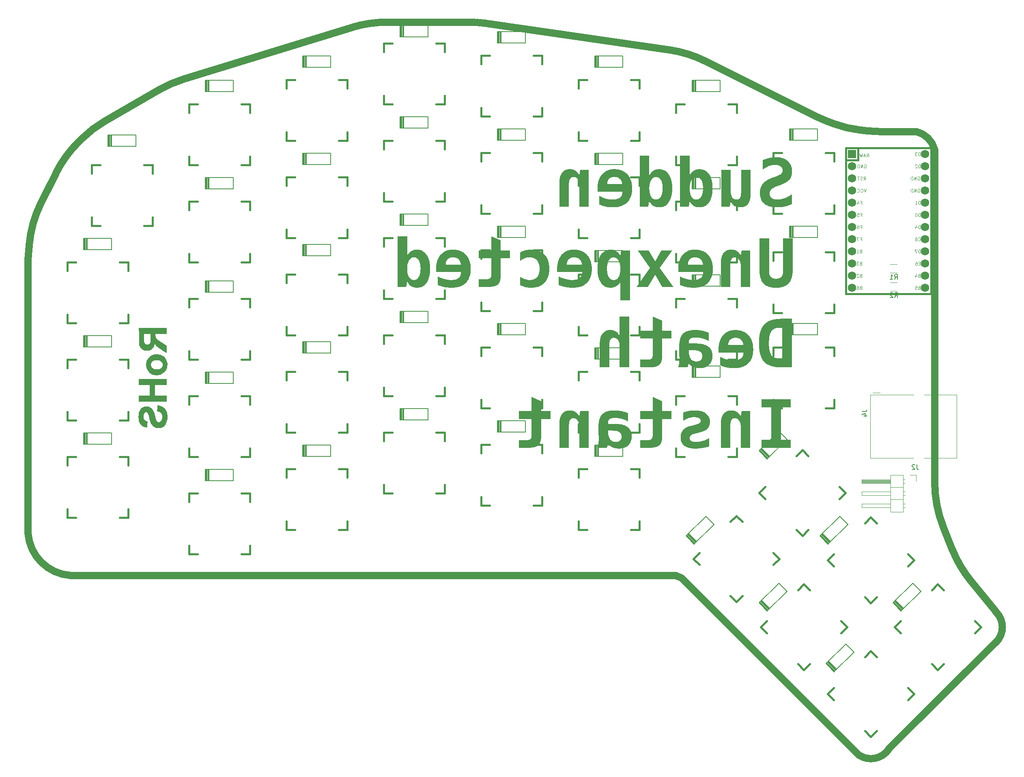
<source format=gbr>
%TF.GenerationSoftware,KiCad,Pcbnew,7.0.8*%
%TF.CreationDate,2023-11-04T19:54:58+07:00*%
%TF.ProjectId,sudi-redox-clone,73756469-2d72-4656-946f-782d636c6f6e,0.1*%
%TF.SameCoordinates,Original*%
%TF.FileFunction,Legend,Bot*%
%TF.FilePolarity,Positive*%
%FSLAX46Y46*%
G04 Gerber Fmt 4.6, Leading zero omitted, Abs format (unit mm)*
G04 Created by KiCad (PCBNEW 7.0.8) date 2023-11-04 19:54:58*
%MOMM*%
%LPD*%
G01*
G04 APERTURE LIST*
%ADD10C,0.200000*%
%ADD11C,1.500000*%
%ADD12C,0.100000*%
%ADD13C,0.150000*%
%ADD14C,0.381000*%
%ADD15C,0.120000*%
%ADD16C,0.010000*%
%ADD17R,1.752600X1.752600*%
%ADD18C,1.752600*%
G04 APERTURE END LIST*
D10*
G36*
X182388916Y-63434344D02*
G01*
X182491192Y-63433733D01*
X182592858Y-63431901D01*
X182693914Y-63428848D01*
X182794359Y-63424574D01*
X182894193Y-63419079D01*
X182993417Y-63412362D01*
X183092030Y-63404424D01*
X183190032Y-63395265D01*
X183287157Y-63384656D01*
X183384358Y-63372367D01*
X183481635Y-63358400D01*
X183578989Y-63342753D01*
X183676419Y-63325427D01*
X183773925Y-63306422D01*
X183871508Y-63285737D01*
X183969167Y-63263374D01*
X184067665Y-63240438D01*
X184165324Y-63216205D01*
X184262144Y-63190674D01*
X184358123Y-63163845D01*
X184453264Y-63135719D01*
X184547564Y-63106295D01*
X184641025Y-63075574D01*
X184733647Y-63043555D01*
X184871005Y-62993094D01*
X185006474Y-62939714D01*
X185140054Y-62883414D01*
X185271744Y-62824195D01*
X185401546Y-62762056D01*
X185444394Y-62740694D01*
X185444394Y-60684169D01*
X185342966Y-60754466D01*
X185242015Y-60822472D01*
X185141542Y-60888189D01*
X185041545Y-60951615D01*
X184942026Y-61012752D01*
X184842984Y-61071600D01*
X184744418Y-61128157D01*
X184646330Y-61182425D01*
X184548719Y-61234403D01*
X184451585Y-61284091D01*
X184354927Y-61331489D01*
X184258747Y-61376598D01*
X184163044Y-61419417D01*
X184067818Y-61459946D01*
X183973069Y-61498185D01*
X183878797Y-61534135D01*
X183783447Y-61567852D01*
X183688516Y-61599393D01*
X183594006Y-61628760D01*
X183499915Y-61655951D01*
X183359566Y-61692659D01*
X183220162Y-61724472D01*
X183081702Y-61751391D01*
X182944186Y-61773416D01*
X182807615Y-61790547D01*
X182671989Y-61802783D01*
X182537307Y-61810124D01*
X182403570Y-61812571D01*
X182265461Y-61809588D01*
X182133233Y-61800636D01*
X182006888Y-61785717D01*
X181886424Y-61764830D01*
X181771842Y-61737975D01*
X181663142Y-61705152D01*
X181560324Y-61666362D01*
X181463388Y-61621604D01*
X181372333Y-61570878D01*
X181287161Y-61514185D01*
X181233647Y-61473074D01*
X181160317Y-61408409D01*
X181073763Y-61314776D01*
X181000032Y-61212671D01*
X180939124Y-61102094D01*
X180891039Y-60983045D01*
X180863390Y-60888198D01*
X180842954Y-60788586D01*
X180829730Y-60684208D01*
X180823720Y-60575064D01*
X180823319Y-60537624D01*
X180827593Y-60422524D01*
X180840416Y-60311699D01*
X180861787Y-60205148D01*
X180891707Y-60102871D01*
X180930175Y-60004869D01*
X180977192Y-59911141D01*
X181032757Y-59821687D01*
X181096871Y-59736507D01*
X181162721Y-59661674D01*
X181234181Y-59591049D01*
X181311251Y-59524631D01*
X181393931Y-59462421D01*
X181443696Y-59428761D01*
X181533538Y-59372812D01*
X181627822Y-59320369D01*
X181726548Y-59271432D01*
X181829714Y-59226002D01*
X181890660Y-59201615D01*
X182882286Y-58827924D01*
X182979210Y-58790667D01*
X183073979Y-58753392D01*
X183166590Y-58716097D01*
X183257046Y-58678783D01*
X183388687Y-58622777D01*
X183515476Y-58566727D01*
X183637414Y-58510635D01*
X183754500Y-58454499D01*
X183866735Y-58398321D01*
X183974118Y-58342100D01*
X184076650Y-58285836D01*
X184174331Y-58229529D01*
X184267024Y-58172657D01*
X184355509Y-58115612D01*
X184439787Y-58058397D01*
X184519858Y-58001009D01*
X184620074Y-57924225D01*
X184712810Y-57847136D01*
X184798066Y-57769742D01*
X184875842Y-57692042D01*
X184946138Y-57614037D01*
X185011502Y-57534973D01*
X185072648Y-57452264D01*
X185129578Y-57365911D01*
X185182290Y-57275913D01*
X185230786Y-57182271D01*
X185275065Y-57084984D01*
X185315126Y-56984053D01*
X185350971Y-56879477D01*
X185382598Y-56771256D01*
X185410009Y-56659391D01*
X185433202Y-56543881D01*
X185452179Y-56424727D01*
X185466938Y-56301928D01*
X185477481Y-56175485D01*
X185483806Y-56045397D01*
X185485915Y-55911664D01*
X185482442Y-55740923D01*
X185472024Y-55574914D01*
X185454659Y-55413638D01*
X185430350Y-55257093D01*
X185399094Y-55105281D01*
X185360893Y-54958201D01*
X185315746Y-54815853D01*
X185263654Y-54678238D01*
X185204616Y-54545354D01*
X185138632Y-54417203D01*
X185065703Y-54293784D01*
X184985828Y-54175098D01*
X184899007Y-54061143D01*
X184805241Y-53951921D01*
X184704529Y-53847431D01*
X184596871Y-53747673D01*
X184482325Y-53652437D01*
X184362779Y-53563346D01*
X184238235Y-53480398D01*
X184108690Y-53403595D01*
X183974147Y-53332937D01*
X183834604Y-53268422D01*
X183690062Y-53210052D01*
X183540521Y-53157826D01*
X183385980Y-53111744D01*
X183226440Y-53071807D01*
X183061900Y-53038014D01*
X182892361Y-53010365D01*
X182717823Y-52988860D01*
X182538285Y-52973499D01*
X182353748Y-52964283D01*
X182164212Y-52961211D01*
X182022668Y-52962520D01*
X181882884Y-52966448D01*
X181744861Y-52972996D01*
X181608598Y-52982162D01*
X181474095Y-52993947D01*
X181341352Y-53008351D01*
X181210370Y-53025374D01*
X181081148Y-53045016D01*
X180953686Y-53067277D01*
X180827984Y-53092157D01*
X180745161Y-53110199D01*
X180620869Y-53139265D01*
X180495289Y-53171508D01*
X180368421Y-53206928D01*
X180240265Y-53245525D01*
X180110821Y-53287299D01*
X179980090Y-53332250D01*
X179848070Y-53380378D01*
X179714762Y-53431683D01*
X179580166Y-53486166D01*
X179489720Y-53524252D01*
X179398701Y-53563751D01*
X179352977Y-53584030D01*
X179352977Y-55515991D01*
X179435127Y-55458589D01*
X179517326Y-55403009D01*
X179599572Y-55349252D01*
X179764207Y-55247204D01*
X179929032Y-55152446D01*
X180094049Y-55064976D01*
X180259256Y-54984796D01*
X180424654Y-54911905D01*
X180590243Y-54846303D01*
X180756023Y-54787990D01*
X180921994Y-54736966D01*
X181088155Y-54693231D01*
X181254508Y-54656786D01*
X181421051Y-54627629D01*
X181587785Y-54605762D01*
X181754709Y-54591183D01*
X181921825Y-54583894D01*
X182005454Y-54582983D01*
X182141016Y-54585538D01*
X182270181Y-54593201D01*
X182392949Y-54605974D01*
X182509320Y-54623856D01*
X182619293Y-54646846D01*
X182722870Y-54674946D01*
X182820049Y-54708155D01*
X182910832Y-54746473D01*
X183021924Y-54805511D01*
X183121644Y-54873632D01*
X183212663Y-54950683D01*
X183291545Y-55035290D01*
X183358292Y-55127454D01*
X183412904Y-55227174D01*
X183455379Y-55334450D01*
X183485719Y-55449282D01*
X183503922Y-55571671D01*
X183509990Y-55701615D01*
X183505525Y-55806029D01*
X183492130Y-55905558D01*
X183462828Y-56023100D01*
X183419573Y-56133009D01*
X183362364Y-56235286D01*
X183291202Y-56329930D01*
X183224226Y-56400150D01*
X183147442Y-56468843D01*
X183066482Y-56529451D01*
X182972665Y-56590526D01*
X182882019Y-56643248D01*
X182816341Y-56678587D01*
X182725894Y-56724048D01*
X182623999Y-56771895D01*
X182534240Y-56811890D01*
X182437153Y-56853411D01*
X182332740Y-56896459D01*
X182220999Y-56941033D01*
X182101930Y-56987134D01*
X182039648Y-57010757D01*
X181172586Y-57335600D01*
X181020392Y-57393741D01*
X180873389Y-57453981D01*
X180731575Y-57516321D01*
X180594952Y-57580759D01*
X180463519Y-57647296D01*
X180337276Y-57715932D01*
X180216223Y-57786667D01*
X180100360Y-57859501D01*
X179989688Y-57934434D01*
X179884205Y-58011466D01*
X179783913Y-58090597D01*
X179688811Y-58171826D01*
X179598899Y-58255155D01*
X179514177Y-58340583D01*
X179434646Y-58428110D01*
X179360304Y-58517735D01*
X179289913Y-58611616D01*
X179224063Y-58708855D01*
X179162754Y-58809453D01*
X179105986Y-58913409D01*
X179053760Y-59020723D01*
X179006076Y-59131396D01*
X178962933Y-59245426D01*
X178924331Y-59362816D01*
X178890270Y-59483563D01*
X178860751Y-59607669D01*
X178835774Y-59735133D01*
X178815337Y-59865956D01*
X178799442Y-60000137D01*
X178788089Y-60137676D01*
X178781277Y-60278574D01*
X178779006Y-60422830D01*
X178782584Y-60607367D01*
X178793317Y-60786065D01*
X178811206Y-60958924D01*
X178836251Y-61125944D01*
X178868451Y-61287125D01*
X178907806Y-61442467D01*
X178954317Y-61591971D01*
X179007984Y-61735635D01*
X179068806Y-61873460D01*
X179136784Y-62005447D01*
X179211917Y-62131595D01*
X179294206Y-62251903D01*
X179383650Y-62366373D01*
X179480250Y-62475004D01*
X179584006Y-62577796D01*
X179694917Y-62674749D01*
X179812774Y-62766731D01*
X179937366Y-62852779D01*
X180068694Y-62932892D01*
X180206758Y-63007072D01*
X180351558Y-63075316D01*
X180503094Y-63137627D01*
X180661365Y-63194003D01*
X180826372Y-63244445D01*
X180998115Y-63288953D01*
X181176593Y-63327526D01*
X181361808Y-63360165D01*
X181553758Y-63386869D01*
X181652259Y-63397996D01*
X181752443Y-63407639D01*
X181854312Y-63415799D01*
X181957865Y-63422475D01*
X182063102Y-63427668D01*
X182170022Y-63431377D01*
X182278627Y-63433602D01*
X182388916Y-63434344D01*
G37*
G36*
X174665957Y-63434344D02*
G01*
X174797104Y-63431491D01*
X174924320Y-63422933D01*
X175047605Y-63408670D01*
X175166960Y-63388701D01*
X175282384Y-63363027D01*
X175393877Y-63331647D01*
X175501439Y-63294563D01*
X175605070Y-63251772D01*
X175704771Y-63203277D01*
X175800541Y-63149076D01*
X175892380Y-63089170D01*
X175980289Y-63023558D01*
X176064266Y-62952241D01*
X176144313Y-62875219D01*
X176220429Y-62792491D01*
X176292614Y-62704058D01*
X176360344Y-62609881D01*
X176423704Y-62510534D01*
X176482694Y-62406015D01*
X176537315Y-62296325D01*
X176587566Y-62181464D01*
X176633447Y-62061432D01*
X176674959Y-61936229D01*
X176712101Y-61805855D01*
X176744874Y-61670309D01*
X176773276Y-61529593D01*
X176797309Y-61383706D01*
X176816973Y-61232647D01*
X176832267Y-61076418D01*
X176843191Y-60915017D01*
X176849745Y-60748445D01*
X176851930Y-60576703D01*
X176851930Y-55618573D01*
X174849139Y-55618573D01*
X174849139Y-60278726D01*
X174845456Y-60464465D01*
X174834408Y-60638221D01*
X174815994Y-60799994D01*
X174790215Y-60949784D01*
X174757071Y-61087590D01*
X174716561Y-61213413D01*
X174668685Y-61327253D01*
X174613444Y-61429110D01*
X174550838Y-61518984D01*
X174480866Y-61596874D01*
X174403529Y-61662782D01*
X174318827Y-61716706D01*
X174226758Y-61758647D01*
X174127325Y-61788605D01*
X174020526Y-61806580D01*
X173906361Y-61812571D01*
X173800996Y-61808385D01*
X173700138Y-61795827D01*
X173603789Y-61774897D01*
X173482335Y-61733968D01*
X173368896Y-61678154D01*
X173263471Y-61607458D01*
X173166060Y-61521877D01*
X173098261Y-61447924D01*
X173034970Y-61365600D01*
X173014875Y-61336298D01*
X172957695Y-61243211D01*
X172906139Y-61143470D01*
X172860208Y-61037074D01*
X172819901Y-60924024D01*
X172785218Y-60804318D01*
X172756159Y-60677958D01*
X172732724Y-60544944D01*
X172714914Y-60405275D01*
X172702728Y-60258951D01*
X172697729Y-60157704D01*
X172695229Y-60053501D01*
X172694917Y-60000289D01*
X172694917Y-55618573D01*
X170692126Y-55618573D01*
X170692126Y-63278029D01*
X172497080Y-63278029D01*
X172694917Y-62127645D01*
X172756426Y-62285878D01*
X172826159Y-62433902D01*
X172904117Y-62571718D01*
X172990298Y-62699326D01*
X173084704Y-62816724D01*
X173187333Y-62923915D01*
X173298187Y-63020896D01*
X173417265Y-63107669D01*
X173544567Y-63184234D01*
X173680093Y-63250589D01*
X173823844Y-63306737D01*
X173975818Y-63352675D01*
X174136016Y-63388405D01*
X174304439Y-63413927D01*
X174481086Y-63429240D01*
X174665957Y-63434344D01*
G37*
G36*
X164117108Y-56700569D02*
G01*
X164211456Y-56550617D01*
X164310098Y-56410339D01*
X164413033Y-56279736D01*
X164520261Y-56158807D01*
X164631783Y-56047553D01*
X164747598Y-55945973D01*
X164867706Y-55854067D01*
X164992108Y-55771835D01*
X165120803Y-55699278D01*
X165253791Y-55636395D01*
X165391073Y-55583186D01*
X165532648Y-55539652D01*
X165678516Y-55505792D01*
X165828678Y-55481606D01*
X165983133Y-55467095D01*
X166141881Y-55462257D01*
X166301221Y-55466389D01*
X166456230Y-55478782D01*
X166606906Y-55499438D01*
X166753252Y-55528356D01*
X166895266Y-55565536D01*
X167032948Y-55610978D01*
X167166299Y-55664683D01*
X167295318Y-55726650D01*
X167420006Y-55796880D01*
X167540362Y-55875371D01*
X167656387Y-55962125D01*
X167768081Y-56057141D01*
X167875443Y-56160420D01*
X167978473Y-56271961D01*
X168077172Y-56391764D01*
X168171539Y-56519829D01*
X168260860Y-56655231D01*
X168344418Y-56797045D01*
X168422213Y-56945269D01*
X168494245Y-57099906D01*
X168560515Y-57260953D01*
X168621023Y-57428412D01*
X168675767Y-57602283D01*
X168724749Y-57782564D01*
X168767969Y-57969258D01*
X168787418Y-58065008D01*
X168805426Y-58162362D01*
X168821993Y-58261319D01*
X168837120Y-58361878D01*
X168850806Y-58464040D01*
X168863052Y-58567805D01*
X168873857Y-58673173D01*
X168883221Y-58780144D01*
X168891145Y-58888717D01*
X168897628Y-58998894D01*
X168902670Y-59110673D01*
X168906271Y-59224055D01*
X168908432Y-59339040D01*
X168909153Y-59455628D01*
X168908440Y-59570868D01*
X168906300Y-59684558D01*
X168902734Y-59796697D01*
X168897742Y-59907286D01*
X168891324Y-60016325D01*
X168883479Y-60123813D01*
X168874207Y-60229751D01*
X168863510Y-60334139D01*
X168851386Y-60436976D01*
X168837836Y-60538263D01*
X168822859Y-60637999D01*
X168806456Y-60736186D01*
X168769371Y-60927907D01*
X168726581Y-61113426D01*
X168678086Y-61292744D01*
X168623885Y-61465861D01*
X168563978Y-61632776D01*
X168498367Y-61793490D01*
X168427050Y-61948002D01*
X168350027Y-62096313D01*
X168267300Y-62238422D01*
X168178867Y-62374330D01*
X168085091Y-62502691D01*
X167986945Y-62622771D01*
X167884430Y-62734569D01*
X167777545Y-62838086D01*
X167666291Y-62933322D01*
X167550666Y-63020276D01*
X167430673Y-63098949D01*
X167306309Y-63169340D01*
X167177576Y-63231451D01*
X167044473Y-63285279D01*
X166907001Y-63330827D01*
X166765159Y-63368093D01*
X166618947Y-63397078D01*
X166468365Y-63417781D01*
X166313414Y-63430203D01*
X166154093Y-63434344D01*
X165981845Y-63429240D01*
X165815588Y-63413927D01*
X165655323Y-63388405D01*
X165501049Y-63352675D01*
X165352767Y-63306737D01*
X165210476Y-63250589D01*
X165074178Y-63184234D01*
X164943870Y-63107669D01*
X164819554Y-63020896D01*
X164701230Y-62923915D01*
X164588898Y-62816724D01*
X164482556Y-62699326D01*
X164382207Y-62571718D01*
X164287849Y-62433902D01*
X164199483Y-62285878D01*
X164117108Y-62127645D01*
X163919271Y-63278029D01*
X162121644Y-63278029D01*
X162121644Y-59448301D01*
X164117108Y-59448301D01*
X164118606Y-59580669D01*
X164123100Y-59709717D01*
X164130589Y-59835445D01*
X164141074Y-59957852D01*
X164154556Y-60076940D01*
X164171032Y-60192707D01*
X164190505Y-60305154D01*
X164212973Y-60414281D01*
X164238438Y-60520088D01*
X164266898Y-60622574D01*
X164298353Y-60721741D01*
X164332805Y-60817587D01*
X164370252Y-60910113D01*
X164432041Y-61042677D01*
X164500569Y-61167770D01*
X164549485Y-61245852D01*
X164626543Y-61353528D01*
X164708023Y-61449871D01*
X164793926Y-61534879D01*
X164884250Y-61608552D01*
X164978997Y-61670891D01*
X165078166Y-61721896D01*
X165181756Y-61761567D01*
X165289770Y-61789903D01*
X165402205Y-61806904D01*
X165519062Y-61812571D01*
X165596561Y-61810024D01*
X165709197Y-61796650D01*
X165817496Y-61771813D01*
X165921459Y-61735513D01*
X166021086Y-61687750D01*
X166116377Y-61628523D01*
X166207331Y-61557834D01*
X166293949Y-61475681D01*
X166376230Y-61382065D01*
X166454176Y-61276985D01*
X166527785Y-61160443D01*
X166551076Y-61119246D01*
X166616514Y-60990389D01*
X166656442Y-60900095D01*
X166693412Y-60806291D01*
X166727425Y-60708975D01*
X166758480Y-60608149D01*
X166786577Y-60503811D01*
X166811717Y-60395963D01*
X166833900Y-60284603D01*
X166853124Y-60169733D01*
X166869391Y-60051352D01*
X166882700Y-59929459D01*
X166893052Y-59804056D01*
X166900446Y-59675141D01*
X166904883Y-59542716D01*
X166906361Y-59406779D01*
X166906006Y-59340202D01*
X166903163Y-59209665D01*
X166897477Y-59082621D01*
X166888947Y-58959068D01*
X166877575Y-58839008D01*
X166863359Y-58722439D01*
X166846300Y-58609362D01*
X166826398Y-58499777D01*
X166803653Y-58393684D01*
X166778065Y-58291083D01*
X166749633Y-58191974D01*
X166718359Y-58096357D01*
X166666116Y-57959478D01*
X166607476Y-57830457D01*
X166542440Y-57709292D01*
X166495585Y-57633576D01*
X166421332Y-57529162D01*
X166342313Y-57435740D01*
X166258529Y-57353308D01*
X166169979Y-57281867D01*
X166076663Y-57221416D01*
X165978582Y-57171957D01*
X165875735Y-57133489D01*
X165768123Y-57106012D01*
X165655745Y-57089525D01*
X165538601Y-57084030D01*
X165458421Y-57086558D01*
X165342015Y-57099832D01*
X165230245Y-57124483D01*
X165123112Y-57160511D01*
X165020616Y-57207916D01*
X164922757Y-57266699D01*
X164829534Y-57336859D01*
X164740948Y-57418397D01*
X164656999Y-57511312D01*
X164577687Y-57615604D01*
X164503012Y-57731273D01*
X164479270Y-57771991D01*
X164412566Y-57899152D01*
X164371865Y-57988101D01*
X164334179Y-58080388D01*
X164299508Y-58176015D01*
X164267852Y-58274981D01*
X164239210Y-58377286D01*
X164213584Y-58482931D01*
X164190973Y-58591915D01*
X164171376Y-58704238D01*
X164154794Y-58819900D01*
X164141227Y-58938902D01*
X164130675Y-59061243D01*
X164123138Y-59186923D01*
X164118616Y-59315942D01*
X164117108Y-59448301D01*
X162121644Y-59448301D01*
X162121644Y-52648580D01*
X164117108Y-52648580D01*
X164117108Y-56700569D01*
G37*
G36*
X155695615Y-56700569D02*
G01*
X155789963Y-56550617D01*
X155888605Y-56410339D01*
X155991540Y-56279736D01*
X156098768Y-56158807D01*
X156210290Y-56047553D01*
X156326105Y-55945973D01*
X156446213Y-55854067D01*
X156570615Y-55771835D01*
X156699310Y-55699278D01*
X156832298Y-55636395D01*
X156969580Y-55583186D01*
X157111155Y-55539652D01*
X157257023Y-55505792D01*
X157407185Y-55481606D01*
X157561640Y-55467095D01*
X157720388Y-55462257D01*
X157879728Y-55466389D01*
X158034736Y-55478782D01*
X158185413Y-55499438D01*
X158331758Y-55528356D01*
X158473772Y-55565536D01*
X158611455Y-55610978D01*
X158744805Y-55664683D01*
X158873825Y-55726650D01*
X158998513Y-55796880D01*
X159118869Y-55875371D01*
X159234894Y-55962125D01*
X159346587Y-56057141D01*
X159453949Y-56160420D01*
X159556980Y-56271961D01*
X159655679Y-56391764D01*
X159750046Y-56519829D01*
X159839366Y-56655231D01*
X159922924Y-56797045D01*
X160000719Y-56945269D01*
X160072752Y-57099906D01*
X160139022Y-57260953D01*
X160199529Y-57428412D01*
X160254274Y-57602283D01*
X160303256Y-57782564D01*
X160346476Y-57969258D01*
X160365924Y-58065008D01*
X160383933Y-58162362D01*
X160400500Y-58261319D01*
X160415627Y-58361878D01*
X160429313Y-58464040D01*
X160441559Y-58567805D01*
X160452363Y-58673173D01*
X160461728Y-58780144D01*
X160469651Y-58888717D01*
X160476134Y-58998894D01*
X160481176Y-59110673D01*
X160484778Y-59224055D01*
X160486939Y-59339040D01*
X160487659Y-59455628D01*
X160486946Y-59570868D01*
X160484807Y-59684558D01*
X160481241Y-59796697D01*
X160476249Y-59907286D01*
X160469830Y-60016325D01*
X160461985Y-60123813D01*
X160452714Y-60229751D01*
X160442017Y-60334139D01*
X160429893Y-60436976D01*
X160416342Y-60538263D01*
X160401366Y-60637999D01*
X160384963Y-60736186D01*
X160347878Y-60927907D01*
X160305088Y-61113426D01*
X160256592Y-61292744D01*
X160202391Y-61465861D01*
X160142485Y-61632776D01*
X160076873Y-61793490D01*
X160005556Y-61948002D01*
X159928534Y-62096313D01*
X159845806Y-62238422D01*
X159757373Y-62374330D01*
X159663597Y-62502691D01*
X159565452Y-62622771D01*
X159462937Y-62734569D01*
X159356052Y-62838086D01*
X159244797Y-62933322D01*
X159129173Y-63020276D01*
X159009179Y-63098949D01*
X158884816Y-63169340D01*
X158756083Y-63231451D01*
X158622980Y-63285279D01*
X158485507Y-63330827D01*
X158343665Y-63368093D01*
X158197453Y-63397078D01*
X158046872Y-63417781D01*
X157891921Y-63430203D01*
X157732600Y-63434344D01*
X157560352Y-63429240D01*
X157394095Y-63413927D01*
X157233829Y-63388405D01*
X157079556Y-63352675D01*
X156931274Y-63306737D01*
X156788983Y-63250589D01*
X156652684Y-63184234D01*
X156522377Y-63107669D01*
X156398061Y-63020896D01*
X156279737Y-62923915D01*
X156167404Y-62816724D01*
X156061063Y-62699326D01*
X155960714Y-62571718D01*
X155866356Y-62433902D01*
X155777989Y-62285878D01*
X155695615Y-62127645D01*
X155497778Y-63278029D01*
X153700151Y-63278029D01*
X153700151Y-59448301D01*
X155695615Y-59448301D01*
X155697113Y-59580669D01*
X155701606Y-59709717D01*
X155709096Y-59835445D01*
X155719581Y-59957852D01*
X155733062Y-60076940D01*
X155749539Y-60192707D01*
X155769012Y-60305154D01*
X155791480Y-60414281D01*
X155816944Y-60520088D01*
X155845404Y-60622574D01*
X155876860Y-60721741D01*
X155911312Y-60817587D01*
X155948759Y-60910113D01*
X156010547Y-61042677D01*
X156079076Y-61167770D01*
X156127991Y-61245852D01*
X156205050Y-61353528D01*
X156286530Y-61449871D01*
X156372432Y-61534879D01*
X156462757Y-61608552D01*
X156557503Y-61670891D01*
X156656672Y-61721896D01*
X156760263Y-61761567D01*
X156868276Y-61789903D01*
X156980711Y-61806904D01*
X157097569Y-61812571D01*
X157175068Y-61810024D01*
X157287704Y-61796650D01*
X157396003Y-61771813D01*
X157499966Y-61735513D01*
X157599593Y-61687750D01*
X157694883Y-61628523D01*
X157785837Y-61557834D01*
X157872455Y-61475681D01*
X157954737Y-61382065D01*
X158032682Y-61276985D01*
X158106292Y-61160443D01*
X158129583Y-61119246D01*
X158195021Y-60990389D01*
X158234948Y-60900095D01*
X158271919Y-60806291D01*
X158305932Y-60708975D01*
X158336987Y-60608149D01*
X158365084Y-60503811D01*
X158390224Y-60395963D01*
X158412406Y-60284603D01*
X158431631Y-60169733D01*
X158447898Y-60051352D01*
X158461207Y-59929459D01*
X158471559Y-59804056D01*
X158478953Y-59675141D01*
X158483389Y-59542716D01*
X158484868Y-59406779D01*
X158484513Y-59340202D01*
X158481670Y-59209665D01*
X158475983Y-59082621D01*
X158467454Y-58959068D01*
X158456081Y-58839008D01*
X158441866Y-58722439D01*
X158424807Y-58609362D01*
X158404905Y-58499777D01*
X158382160Y-58393684D01*
X158356571Y-58291083D01*
X158328140Y-58191974D01*
X158296865Y-58096357D01*
X158244623Y-57959478D01*
X158185983Y-57830457D01*
X158120946Y-57709292D01*
X158074092Y-57633576D01*
X157999839Y-57529162D01*
X157920820Y-57435740D01*
X157837035Y-57353308D01*
X157748485Y-57281867D01*
X157655170Y-57221416D01*
X157557089Y-57171957D01*
X157454242Y-57133489D01*
X157346630Y-57106012D01*
X157234252Y-57089525D01*
X157117108Y-57084030D01*
X157036928Y-57086558D01*
X156920521Y-57099832D01*
X156808752Y-57124483D01*
X156701619Y-57160511D01*
X156599122Y-57207916D01*
X156501263Y-57266699D01*
X156408041Y-57336859D01*
X156319455Y-57418397D01*
X156235506Y-57511312D01*
X156156194Y-57615604D01*
X156081518Y-57731273D01*
X156057776Y-57771991D01*
X155991072Y-57899152D01*
X155950371Y-57988101D01*
X155912686Y-58080388D01*
X155878015Y-58176015D01*
X155846358Y-58274981D01*
X155817717Y-58377286D01*
X155792091Y-58482931D01*
X155769479Y-58591915D01*
X155749882Y-58704238D01*
X155733301Y-58819900D01*
X155719734Y-58938902D01*
X155709182Y-59061243D01*
X155701644Y-59186923D01*
X155697122Y-59315942D01*
X155695615Y-59448301D01*
X153700151Y-59448301D01*
X153700151Y-52648580D01*
X155695615Y-52648580D01*
X155695615Y-56700569D01*
G37*
G36*
X148471694Y-55464223D02*
G01*
X148625471Y-55470119D01*
X148775929Y-55479946D01*
X148923066Y-55493704D01*
X149066883Y-55511392D01*
X149207380Y-55533011D01*
X149344557Y-55558562D01*
X149478413Y-55588042D01*
X149608949Y-55621454D01*
X149736166Y-55658797D01*
X149860062Y-55700070D01*
X149980637Y-55745274D01*
X150097893Y-55794409D01*
X150211829Y-55847474D01*
X150322444Y-55904471D01*
X150429739Y-55965398D01*
X150533437Y-56029569D01*
X150633873Y-56096907D01*
X150731045Y-56167413D01*
X150824954Y-56241087D01*
X150915601Y-56317928D01*
X151002985Y-56397936D01*
X151087105Y-56481113D01*
X151167963Y-56567456D01*
X151245558Y-56656967D01*
X151319890Y-56749646D01*
X151390959Y-56845492D01*
X151458765Y-56944506D01*
X151523308Y-57046687D01*
X151584588Y-57152036D01*
X151642605Y-57260553D01*
X151697359Y-57372236D01*
X151748526Y-57486410D01*
X151796392Y-57603008D01*
X151840957Y-57722028D01*
X151882221Y-57843472D01*
X151920183Y-57967340D01*
X151954845Y-58093631D01*
X151986205Y-58222345D01*
X152014264Y-58353482D01*
X152039023Y-58487043D01*
X152060480Y-58623027D01*
X152078636Y-58761434D01*
X152093491Y-58902265D01*
X152105045Y-59045519D01*
X152113297Y-59191197D01*
X152118249Y-59339298D01*
X152119899Y-59489822D01*
X152118895Y-59608771D01*
X152115883Y-59725955D01*
X152110862Y-59841374D01*
X152103833Y-59955028D01*
X152094795Y-60066917D01*
X152083750Y-60177041D01*
X152070696Y-60285400D01*
X152055633Y-60391994D01*
X152038562Y-60496823D01*
X152019483Y-60599887D01*
X151998396Y-60701185D01*
X151975300Y-60800719D01*
X151950196Y-60898488D01*
X151923084Y-60994491D01*
X151862834Y-61181204D01*
X151794551Y-61360856D01*
X151718234Y-61533448D01*
X151633885Y-61698979D01*
X151541502Y-61857451D01*
X151441086Y-62008863D01*
X151332636Y-62153214D01*
X151216153Y-62290505D01*
X151091637Y-62420736D01*
X151026445Y-62483097D01*
X150890509Y-62601879D01*
X150747169Y-62712742D01*
X150596425Y-62815687D01*
X150438278Y-62910713D01*
X150272727Y-62997819D01*
X150099773Y-63077008D01*
X149919415Y-63148277D01*
X149826459Y-63180942D01*
X149731653Y-63211627D01*
X149634996Y-63240333D01*
X149536488Y-63267059D01*
X149436129Y-63291805D01*
X149333919Y-63314572D01*
X149229858Y-63335359D01*
X149123946Y-63354166D01*
X149016183Y-63370993D01*
X148906570Y-63385841D01*
X148795106Y-63398709D01*
X148681790Y-63409598D01*
X148566624Y-63418506D01*
X148449607Y-63425435D01*
X148330739Y-63430385D01*
X148210020Y-63433354D01*
X148087450Y-63434344D01*
X147903362Y-63432073D01*
X147719903Y-63425261D01*
X147537074Y-63413908D01*
X147354874Y-63398013D01*
X147173304Y-63377577D01*
X146992364Y-63352599D01*
X146812054Y-63323080D01*
X146632373Y-63289019D01*
X146453322Y-63250418D01*
X146274901Y-63207274D01*
X146097109Y-63159590D01*
X145919947Y-63107364D01*
X145743415Y-63050596D01*
X145567513Y-62989288D01*
X145392240Y-62923437D01*
X145217597Y-62853046D01*
X145217597Y-61050534D01*
X145305042Y-61097417D01*
X145392440Y-61142812D01*
X145567093Y-61229136D01*
X145741555Y-61309507D01*
X145915826Y-61383925D01*
X146089906Y-61452390D01*
X146263796Y-61514900D01*
X146437494Y-61571458D01*
X146611002Y-61622062D01*
X146784319Y-61666713D01*
X146957445Y-61705410D01*
X147130381Y-61738154D01*
X147303125Y-61764944D01*
X147475679Y-61785781D01*
X147648042Y-61800665D01*
X147820214Y-61809595D01*
X147992195Y-61812571D01*
X148120824Y-61810949D01*
X148245368Y-61806084D01*
X148365830Y-61797974D01*
X148482208Y-61786621D01*
X148594502Y-61772023D01*
X148702713Y-61754182D01*
X148806841Y-61733097D01*
X148906885Y-61708768D01*
X149094723Y-61650379D01*
X149266227Y-61579014D01*
X149421398Y-61494674D01*
X149560234Y-61397359D01*
X149682737Y-61287068D01*
X149788907Y-61163801D01*
X149878742Y-61027560D01*
X149952244Y-60878343D01*
X150009412Y-60716150D01*
X150050247Y-60540982D01*
X150074747Y-60352839D01*
X150080872Y-60253901D01*
X150082914Y-60151720D01*
X144895196Y-60151720D01*
X144895196Y-59333507D01*
X144896837Y-59190214D01*
X144901760Y-59049154D01*
X144909965Y-58910327D01*
X144921452Y-58773732D01*
X144936221Y-58639370D01*
X144943162Y-58588566D01*
X146912642Y-58588566D01*
X150063375Y-58588566D01*
X150052584Y-58499494D01*
X150031425Y-58370751D01*
X150004298Y-58247847D01*
X149971204Y-58130782D01*
X149932142Y-58019556D01*
X149887112Y-57914169D01*
X149836114Y-57814621D01*
X149779149Y-57720912D01*
X149716216Y-57633042D01*
X149647315Y-57551011D01*
X149572447Y-57474818D01*
X149518990Y-57427496D01*
X149434118Y-57362238D01*
X149343622Y-57303848D01*
X149247501Y-57252328D01*
X149145756Y-57207678D01*
X149038387Y-57169897D01*
X148925394Y-57138985D01*
X148806776Y-57114942D01*
X148682534Y-57097769D01*
X148552668Y-57087465D01*
X148417178Y-57084030D01*
X148327819Y-57085518D01*
X148198719Y-57093332D01*
X148075543Y-57107844D01*
X147958292Y-57129053D01*
X147846966Y-57156959D01*
X147741565Y-57191564D01*
X147642088Y-57232865D01*
X147548537Y-57280865D01*
X147460910Y-57335562D01*
X147379208Y-57396957D01*
X147303431Y-57465049D01*
X147256108Y-57514088D01*
X147190850Y-57592942D01*
X147132461Y-57678151D01*
X147080941Y-57769713D01*
X147036290Y-57867630D01*
X146998509Y-57971900D01*
X146967597Y-58082525D01*
X146943554Y-58199504D01*
X146926381Y-58322837D01*
X146916077Y-58452524D01*
X146912642Y-58588566D01*
X144943162Y-58588566D01*
X144954272Y-58507241D01*
X144975605Y-58377343D01*
X145000220Y-58249679D01*
X145028118Y-58124247D01*
X145059297Y-58001047D01*
X145093758Y-57880080D01*
X145131501Y-57761346D01*
X145172526Y-57644844D01*
X145216833Y-57530575D01*
X145264423Y-57418538D01*
X145315294Y-57308733D01*
X145369161Y-57201534D01*
X145425737Y-57097311D01*
X145485023Y-56996064D01*
X145547019Y-56897795D01*
X145611724Y-56802502D01*
X145679139Y-56710186D01*
X145749264Y-56620846D01*
X145822098Y-56534483D01*
X145897641Y-56451097D01*
X145975894Y-56370688D01*
X146056857Y-56293256D01*
X146140529Y-56218800D01*
X146226911Y-56147320D01*
X146316002Y-56078818D01*
X146407803Y-56013292D01*
X146502314Y-55950743D01*
X146598981Y-55891591D01*
X146697861Y-55836254D01*
X146798955Y-55784734D01*
X146902262Y-55737031D01*
X147007782Y-55693143D01*
X147115516Y-55653072D01*
X147225464Y-55616817D01*
X147337625Y-55584379D01*
X147451999Y-55555757D01*
X147568587Y-55530951D01*
X147687388Y-55509961D01*
X147808403Y-55492788D01*
X147931631Y-55479431D01*
X148057072Y-55469890D01*
X148184727Y-55464166D01*
X148314596Y-55462257D01*
X148471694Y-55464223D01*
G37*
G36*
X143085357Y-55618573D02*
G01*
X141292614Y-55618573D01*
X141094777Y-56788496D01*
X141052273Y-56671131D01*
X141004446Y-56559003D01*
X140951294Y-56452114D01*
X140892819Y-56350462D01*
X140829020Y-56254048D01*
X140759898Y-56162872D01*
X140685451Y-56076934D01*
X140605681Y-55996233D01*
X140520587Y-55920771D01*
X140430170Y-55850546D01*
X140366934Y-55806640D01*
X140268330Y-55745095D01*
X140165777Y-55689604D01*
X140059274Y-55640166D01*
X139948820Y-55596782D01*
X139834417Y-55559451D01*
X139716065Y-55528174D01*
X139593762Y-55502951D01*
X139467509Y-55483781D01*
X139337307Y-55470665D01*
X139203155Y-55463603D01*
X139111525Y-55462257D01*
X138980407Y-55465110D01*
X138853277Y-55473668D01*
X138730134Y-55487932D01*
X138610980Y-55507900D01*
X138495814Y-55533574D01*
X138384636Y-55564954D01*
X138277446Y-55602039D01*
X138174244Y-55644829D01*
X138075029Y-55693324D01*
X137979803Y-55747525D01*
X137888565Y-55807432D01*
X137801315Y-55873043D01*
X137718053Y-55944360D01*
X137638779Y-56021383D01*
X137563493Y-56104110D01*
X137492195Y-56192544D01*
X137425057Y-56286167D01*
X137362251Y-56385076D01*
X137303775Y-56489270D01*
X137249632Y-56598750D01*
X137199819Y-56713515D01*
X137154339Y-56833566D01*
X137113190Y-56958903D01*
X137076372Y-57089525D01*
X137043886Y-57225433D01*
X137015731Y-57366627D01*
X136991908Y-57513105D01*
X136972416Y-57664870D01*
X136957256Y-57821920D01*
X136946427Y-57984256D01*
X136939930Y-58151877D01*
X136937764Y-58324784D01*
X136937764Y-63278029D01*
X138928343Y-63278029D01*
X138928343Y-58630087D01*
X138929240Y-58531331D01*
X138933948Y-58389529D01*
X138942693Y-58255327D01*
X138955472Y-58128724D01*
X138972288Y-58009720D01*
X138993139Y-57898315D01*
X139018026Y-57794509D01*
X139046949Y-57698303D01*
X139091790Y-57581849D01*
X139143807Y-57478904D01*
X139157932Y-57455279D01*
X139218649Y-57368268D01*
X139287228Y-57292858D01*
X139363668Y-57229049D01*
X139447970Y-57176842D01*
X139540133Y-57136237D01*
X139640159Y-57107233D01*
X139748045Y-57089831D01*
X139863793Y-57084030D01*
X139970533Y-57088345D01*
X140072764Y-57101289D01*
X140170488Y-57122863D01*
X140263703Y-57153067D01*
X140380978Y-57206762D01*
X140490238Y-57275799D01*
X140566924Y-57337644D01*
X140639102Y-57408119D01*
X140706772Y-57487224D01*
X140769934Y-57574958D01*
X140827987Y-57670120D01*
X140880330Y-57771507D01*
X140926963Y-57879119D01*
X140967886Y-57992957D01*
X141003098Y-58113020D01*
X141032600Y-58239308D01*
X141056393Y-58371822D01*
X141074475Y-58510561D01*
X141086847Y-58655525D01*
X141091922Y-58755627D01*
X141094460Y-58858495D01*
X141094777Y-58910966D01*
X141094777Y-63278029D01*
X143085357Y-63278029D01*
X143085357Y-55618573D01*
G37*
G36*
X182156885Y-80234344D02*
G01*
X182269499Y-80233430D01*
X182380195Y-80230690D01*
X182488974Y-80226122D01*
X182595835Y-80219728D01*
X182700778Y-80211506D01*
X182803804Y-80201457D01*
X182904912Y-80189581D01*
X183004102Y-80175878D01*
X183101375Y-80160348D01*
X183290167Y-80123807D01*
X183471288Y-80079958D01*
X183644739Y-80028801D01*
X183810519Y-79970335D01*
X183968628Y-79904561D01*
X184119066Y-79831479D01*
X184261834Y-79751089D01*
X184396930Y-79663390D01*
X184524356Y-79568384D01*
X184644112Y-79466069D01*
X184756196Y-79356446D01*
X184809362Y-79298894D01*
X184910217Y-79175847D01*
X185004566Y-79044232D01*
X185092407Y-78904050D01*
X185173742Y-78755301D01*
X185248570Y-78597984D01*
X185316891Y-78432099D01*
X185378706Y-78257646D01*
X185434013Y-78074627D01*
X185459227Y-77979904D01*
X185482814Y-77883039D01*
X185504774Y-77784032D01*
X185525108Y-77682884D01*
X185543815Y-77579594D01*
X185560895Y-77474161D01*
X185576349Y-77366587D01*
X185590176Y-77256871D01*
X185602376Y-77145013D01*
X185612950Y-77031013D01*
X185621897Y-76914871D01*
X185629217Y-76796588D01*
X185634910Y-76676162D01*
X185638977Y-76553595D01*
X185641417Y-76428885D01*
X185642230Y-76302034D01*
X185642230Y-69917526D01*
X183627227Y-69917526D01*
X183627227Y-76751441D01*
X183623792Y-76890924D01*
X183613488Y-77024525D01*
X183596315Y-77152245D01*
X183572272Y-77274082D01*
X183541360Y-77390038D01*
X183503579Y-77500112D01*
X183458928Y-77604304D01*
X183407408Y-77702614D01*
X183349019Y-77795042D01*
X183283760Y-77881589D01*
X183236438Y-77936019D01*
X183160961Y-78011531D01*
X183080161Y-78079616D01*
X182994037Y-78140274D01*
X182902589Y-78193504D01*
X182805817Y-78239307D01*
X182703722Y-78277682D01*
X182596303Y-78308630D01*
X182483560Y-78332150D01*
X182365493Y-78348243D01*
X182242103Y-78356908D01*
X182156885Y-78358559D01*
X182029945Y-78354845D01*
X181908330Y-78343704D01*
X181792038Y-78325135D01*
X181681069Y-78299139D01*
X181575425Y-78265716D01*
X181475104Y-78224865D01*
X181380107Y-78176586D01*
X181290433Y-78120880D01*
X181206084Y-78057747D01*
X181127058Y-77987186D01*
X181077331Y-77936019D01*
X181007493Y-77853394D01*
X180944524Y-77764887D01*
X180888425Y-77670498D01*
X180839195Y-77570227D01*
X180796834Y-77464074D01*
X180761342Y-77352040D01*
X180732720Y-77234123D01*
X180710967Y-77110325D01*
X180696084Y-76980645D01*
X180688069Y-76845083D01*
X180686543Y-76751441D01*
X180686543Y-69917526D01*
X178671539Y-69917526D01*
X178671539Y-76302034D01*
X178672346Y-76430660D01*
X178674764Y-76557029D01*
X178678795Y-76681142D01*
X178684438Y-76802999D01*
X178691694Y-76922599D01*
X178700562Y-77039943D01*
X178711043Y-77155031D01*
X178723136Y-77267862D01*
X178736841Y-77378437D01*
X178752159Y-77486755D01*
X178769089Y-77592817D01*
X178787631Y-77696623D01*
X178807786Y-77798172D01*
X178829553Y-77897465D01*
X178852933Y-77994501D01*
X178877925Y-78089281D01*
X178932746Y-78272072D01*
X178994016Y-78445838D01*
X179061736Y-78610577D01*
X179135906Y-78766292D01*
X179216525Y-78912981D01*
X179303594Y-79050644D01*
X179397112Y-79179282D01*
X179497080Y-79298894D01*
X179604499Y-79412171D01*
X179719761Y-79518140D01*
X179842865Y-79616801D01*
X179973812Y-79708153D01*
X180112601Y-79792198D01*
X180259232Y-79868934D01*
X180413706Y-79938362D01*
X180576023Y-80000481D01*
X180746182Y-80055293D01*
X180924184Y-80102796D01*
X181110028Y-80142991D01*
X181303714Y-80175878D01*
X181403498Y-80189581D01*
X181505243Y-80201457D01*
X181608948Y-80211506D01*
X181714614Y-80219728D01*
X181822241Y-80226122D01*
X181931828Y-80230690D01*
X182043376Y-80233430D01*
X182156885Y-80234344D01*
G37*
G36*
X176771330Y-72418573D02*
G01*
X174978588Y-72418573D01*
X174780751Y-73588496D01*
X174738247Y-73471131D01*
X174690419Y-73359003D01*
X174637268Y-73252114D01*
X174578793Y-73150462D01*
X174514994Y-73054048D01*
X174445871Y-72962872D01*
X174371425Y-72876934D01*
X174291655Y-72796233D01*
X174206561Y-72720771D01*
X174116143Y-72650546D01*
X174052907Y-72606640D01*
X173954304Y-72545095D01*
X173851750Y-72489604D01*
X173745247Y-72440166D01*
X173634794Y-72396782D01*
X173520391Y-72359451D01*
X173402038Y-72328174D01*
X173279735Y-72302951D01*
X173153483Y-72283781D01*
X173023280Y-72270665D01*
X172889128Y-72263603D01*
X172797499Y-72262257D01*
X172666381Y-72265110D01*
X172539250Y-72273668D01*
X172416108Y-72287932D01*
X172296954Y-72307900D01*
X172181787Y-72333574D01*
X172070609Y-72364954D01*
X171963419Y-72402039D01*
X171860217Y-72444829D01*
X171761003Y-72493324D01*
X171665777Y-72547525D01*
X171574539Y-72607432D01*
X171487289Y-72673043D01*
X171404027Y-72744360D01*
X171324753Y-72821383D01*
X171249467Y-72904110D01*
X171178169Y-72992544D01*
X171111031Y-73086167D01*
X171048224Y-73185076D01*
X170989749Y-73289270D01*
X170935605Y-73398750D01*
X170885793Y-73513515D01*
X170840312Y-73633566D01*
X170799163Y-73758903D01*
X170762345Y-73889525D01*
X170729859Y-74025433D01*
X170701704Y-74166627D01*
X170677881Y-74313105D01*
X170658390Y-74464870D01*
X170643229Y-74621920D01*
X170632401Y-74784256D01*
X170625903Y-74951877D01*
X170623738Y-75124784D01*
X170623738Y-80078029D01*
X172614317Y-80078029D01*
X172614317Y-75430087D01*
X172615214Y-75331331D01*
X172619922Y-75189529D01*
X172628666Y-75055327D01*
X172641446Y-74928724D01*
X172658261Y-74809720D01*
X172679113Y-74698315D01*
X172704000Y-74594509D01*
X172732922Y-74498303D01*
X172777764Y-74381849D01*
X172829780Y-74278904D01*
X172843905Y-74255279D01*
X172904622Y-74168268D01*
X172973201Y-74092858D01*
X173049641Y-74029049D01*
X173133943Y-73976842D01*
X173226107Y-73936237D01*
X173326132Y-73907233D01*
X173434019Y-73889831D01*
X173549767Y-73884030D01*
X173656506Y-73888345D01*
X173758738Y-73901289D01*
X173856461Y-73922863D01*
X173949676Y-73953067D01*
X174066951Y-74006762D01*
X174176212Y-74075799D01*
X174252898Y-74137644D01*
X174325076Y-74208119D01*
X174392746Y-74287224D01*
X174455908Y-74374958D01*
X174513961Y-74470120D01*
X174566304Y-74571507D01*
X174612936Y-74679119D01*
X174653859Y-74792957D01*
X174689072Y-74913020D01*
X174718574Y-75039308D01*
X174742366Y-75171822D01*
X174760448Y-75310561D01*
X174772820Y-75455525D01*
X174777896Y-75555627D01*
X174780434Y-75658495D01*
X174780751Y-75710966D01*
X174780751Y-80078029D01*
X176771330Y-80078029D01*
X176771330Y-72418573D01*
G37*
G36*
X165314680Y-72264223D02*
G01*
X165468458Y-72270119D01*
X165618915Y-72279946D01*
X165766053Y-72293704D01*
X165909870Y-72311392D01*
X166050367Y-72333011D01*
X166187543Y-72358562D01*
X166321400Y-72388042D01*
X166451936Y-72421454D01*
X166579152Y-72458797D01*
X166703048Y-72500070D01*
X166823624Y-72545274D01*
X166940880Y-72594409D01*
X167054815Y-72647474D01*
X167165431Y-72704471D01*
X167272726Y-72765398D01*
X167376424Y-72829569D01*
X167476859Y-72896907D01*
X167574032Y-72967413D01*
X167667941Y-73041087D01*
X167758588Y-73117928D01*
X167845971Y-73197936D01*
X167930092Y-73281113D01*
X168010950Y-73367456D01*
X168088545Y-73456967D01*
X168162876Y-73549646D01*
X168233945Y-73645492D01*
X168301751Y-73744506D01*
X168366294Y-73846687D01*
X168427575Y-73952036D01*
X168485592Y-74060553D01*
X168540346Y-74172236D01*
X168591513Y-74286410D01*
X168639379Y-74403008D01*
X168683944Y-74522028D01*
X168725207Y-74643472D01*
X168763170Y-74767340D01*
X168797831Y-74893631D01*
X168829192Y-75022345D01*
X168857251Y-75153482D01*
X168882009Y-75287043D01*
X168903467Y-75423027D01*
X168921623Y-75561434D01*
X168936477Y-75702265D01*
X168948031Y-75845519D01*
X168956284Y-75991197D01*
X168961236Y-76139298D01*
X168962886Y-76289822D01*
X168961882Y-76408771D01*
X168958870Y-76525955D01*
X168953849Y-76641374D01*
X168946820Y-76755028D01*
X168937782Y-76866917D01*
X168926736Y-76977041D01*
X168913682Y-77085400D01*
X168898620Y-77191994D01*
X168881549Y-77296823D01*
X168862470Y-77399887D01*
X168841383Y-77501185D01*
X168818287Y-77600719D01*
X168793183Y-77698488D01*
X168766070Y-77794491D01*
X168705821Y-77981204D01*
X168637538Y-78160856D01*
X168561221Y-78333448D01*
X168476872Y-78498979D01*
X168384489Y-78657451D01*
X168284072Y-78808863D01*
X168175623Y-78953214D01*
X168059140Y-79090505D01*
X167934624Y-79220736D01*
X167869432Y-79283097D01*
X167733496Y-79401879D01*
X167590156Y-79512742D01*
X167439412Y-79615687D01*
X167281265Y-79710713D01*
X167115714Y-79797819D01*
X166942759Y-79877008D01*
X166762401Y-79948277D01*
X166669446Y-79980942D01*
X166574640Y-80011627D01*
X166477982Y-80040333D01*
X166379474Y-80067059D01*
X166279115Y-80091805D01*
X166176905Y-80114572D01*
X166072845Y-80135359D01*
X165966933Y-80154166D01*
X165859170Y-80170993D01*
X165749557Y-80185841D01*
X165638092Y-80198709D01*
X165524777Y-80209598D01*
X165409611Y-80218506D01*
X165292594Y-80225435D01*
X165173726Y-80230385D01*
X165053007Y-80233354D01*
X164930437Y-80234344D01*
X164746348Y-80232073D01*
X164562889Y-80225261D01*
X164380060Y-80213908D01*
X164197861Y-80198013D01*
X164016291Y-80177577D01*
X163835351Y-80152599D01*
X163655041Y-80123080D01*
X163475360Y-80089019D01*
X163296309Y-80050418D01*
X163117888Y-80007274D01*
X162940096Y-79959590D01*
X162762934Y-79907364D01*
X162586402Y-79850596D01*
X162410499Y-79789288D01*
X162235227Y-79723437D01*
X162060583Y-79653046D01*
X162060583Y-77850534D01*
X162148029Y-77897417D01*
X162235427Y-77942812D01*
X162410080Y-78029136D01*
X162584542Y-78109507D01*
X162758813Y-78183925D01*
X162932893Y-78252390D01*
X163106782Y-78314900D01*
X163280481Y-78371458D01*
X163453989Y-78422062D01*
X163627306Y-78466713D01*
X163800432Y-78505410D01*
X163973367Y-78538154D01*
X164146112Y-78564944D01*
X164318666Y-78585781D01*
X164491029Y-78600665D01*
X164663201Y-78609595D01*
X164835182Y-78612571D01*
X164963810Y-78610949D01*
X165088355Y-78606084D01*
X165208816Y-78597974D01*
X165325194Y-78586621D01*
X165437489Y-78572023D01*
X165545700Y-78554182D01*
X165649827Y-78533097D01*
X165749872Y-78508768D01*
X165937710Y-78450379D01*
X166109214Y-78379014D01*
X166264384Y-78294674D01*
X166403221Y-78197359D01*
X166525724Y-78087068D01*
X166631894Y-77963801D01*
X166721729Y-77827560D01*
X166795231Y-77678343D01*
X166852399Y-77516150D01*
X166893233Y-77340982D01*
X166917734Y-77152839D01*
X166923859Y-77053901D01*
X166925901Y-76951720D01*
X161738183Y-76951720D01*
X161738183Y-76133507D01*
X161739824Y-75990214D01*
X161744747Y-75849154D01*
X161752952Y-75710327D01*
X161764439Y-75573732D01*
X161779208Y-75439370D01*
X161786149Y-75388566D01*
X163755629Y-75388566D01*
X166906361Y-75388566D01*
X166895571Y-75299494D01*
X166874412Y-75170751D01*
X166847285Y-75047847D01*
X166814191Y-74930782D01*
X166775129Y-74819556D01*
X166730099Y-74714169D01*
X166679101Y-74614621D01*
X166622136Y-74520912D01*
X166559203Y-74433042D01*
X166490302Y-74351011D01*
X166415433Y-74274818D01*
X166361977Y-74227496D01*
X166277105Y-74162238D01*
X166186608Y-74103848D01*
X166090488Y-74052328D01*
X165988743Y-74007678D01*
X165881374Y-73969897D01*
X165768381Y-73938985D01*
X165649763Y-73914942D01*
X165525521Y-73897769D01*
X165395655Y-73887465D01*
X165260165Y-73884030D01*
X165170806Y-73885518D01*
X165041706Y-73893332D01*
X164918530Y-73907844D01*
X164801279Y-73929053D01*
X164689953Y-73956959D01*
X164584552Y-73991564D01*
X164485075Y-74032865D01*
X164391524Y-74080865D01*
X164303897Y-74135562D01*
X164222195Y-74196957D01*
X164146417Y-74265049D01*
X164099095Y-74314088D01*
X164033837Y-74392942D01*
X163975447Y-74478151D01*
X163923927Y-74569713D01*
X163879277Y-74667630D01*
X163841495Y-74771900D01*
X163810583Y-74882525D01*
X163786541Y-74999504D01*
X163769367Y-75122837D01*
X163759063Y-75252524D01*
X163755629Y-75388566D01*
X161786149Y-75388566D01*
X161797259Y-75307241D01*
X161818592Y-75177343D01*
X161843207Y-75049679D01*
X161871104Y-74924247D01*
X161902283Y-74801047D01*
X161936745Y-74680080D01*
X161974488Y-74561346D01*
X162015513Y-74444844D01*
X162059820Y-74330575D01*
X162107409Y-74218538D01*
X162158280Y-74108733D01*
X162212147Y-74001534D01*
X162268724Y-73897311D01*
X162328010Y-73796064D01*
X162390006Y-73697795D01*
X162454711Y-73602502D01*
X162522126Y-73510186D01*
X162592250Y-73420846D01*
X162665084Y-73334483D01*
X162740628Y-73251097D01*
X162818881Y-73170688D01*
X162899844Y-73093256D01*
X162983516Y-73018800D01*
X163069898Y-72947320D01*
X163158989Y-72878818D01*
X163250790Y-72813292D01*
X163345301Y-72750743D01*
X163441967Y-72691591D01*
X163540848Y-72636254D01*
X163641941Y-72584734D01*
X163745248Y-72537031D01*
X163850769Y-72493143D01*
X163958503Y-72453072D01*
X164068450Y-72416817D01*
X164180611Y-72384379D01*
X164294986Y-72355757D01*
X164411573Y-72330951D01*
X164530375Y-72309961D01*
X164651389Y-72292788D01*
X164774617Y-72279431D01*
X164900059Y-72269890D01*
X165027714Y-72264166D01*
X165157583Y-72262257D01*
X165314680Y-72264223D01*
G37*
G36*
X157896243Y-76084658D02*
G01*
X160502314Y-72418573D01*
X158164910Y-72418573D01*
X156892405Y-74719340D01*
X155615015Y-72418573D01*
X153275168Y-72418573D01*
X155851930Y-76096870D01*
X153050465Y-80078029D01*
X155387869Y-80078029D01*
X156892405Y-77508594D01*
X158389613Y-80078029D01*
X160727017Y-80078029D01*
X157896243Y-76084658D01*
G37*
G36*
X147795637Y-72267409D02*
G01*
X147961894Y-72282865D01*
X148122159Y-72308625D01*
X148276433Y-72344689D01*
X148424715Y-72391057D01*
X148567006Y-72447729D01*
X148703305Y-72514705D01*
X148833612Y-72591985D01*
X148957928Y-72679569D01*
X149076252Y-72777457D01*
X149188585Y-72885649D01*
X149294926Y-73004145D01*
X149395275Y-73132945D01*
X149489633Y-73272049D01*
X149577999Y-73421457D01*
X149660374Y-73581169D01*
X149858211Y-72418573D01*
X151655838Y-72418573D01*
X151655838Y-82891706D01*
X149660374Y-82891706D01*
X149660374Y-79000918D01*
X149569928Y-79150278D01*
X149474444Y-79290002D01*
X149373923Y-79420090D01*
X149268364Y-79540542D01*
X149157768Y-79651357D01*
X149042134Y-79752537D01*
X148921463Y-79844080D01*
X148795754Y-79925987D01*
X148665008Y-79998258D01*
X148529224Y-80060893D01*
X148388403Y-80113892D01*
X148242544Y-80157255D01*
X148091648Y-80190981D01*
X147935714Y-80215072D01*
X147774743Y-80229526D01*
X147608734Y-80234344D01*
X147451197Y-80230232D01*
X147297935Y-80217896D01*
X147148947Y-80197335D01*
X147004233Y-80168551D01*
X146863793Y-80131542D01*
X146727628Y-80086310D01*
X146595737Y-80032853D01*
X146468120Y-79971172D01*
X146344777Y-79901267D01*
X146225709Y-79823138D01*
X146110915Y-79736785D01*
X146000395Y-79642208D01*
X145894149Y-79539406D01*
X145792178Y-79428381D01*
X145694481Y-79309131D01*
X145601058Y-79181657D01*
X145555978Y-79114915D01*
X145470111Y-78976651D01*
X145389969Y-78832013D01*
X145315551Y-78681002D01*
X145246858Y-78523618D01*
X145183889Y-78359861D01*
X145126645Y-78189731D01*
X145075125Y-78013227D01*
X145029329Y-77830350D01*
X144989258Y-77641100D01*
X144971369Y-77544085D01*
X144954912Y-77445477D01*
X144939885Y-77345275D01*
X144926289Y-77243481D01*
X144914125Y-77140092D01*
X144903392Y-77035111D01*
X144894089Y-76928536D01*
X144886218Y-76820368D01*
X144879778Y-76710607D01*
X144874769Y-76599252D01*
X144871192Y-76486304D01*
X144869045Y-76371763D01*
X144868329Y-76255628D01*
X144868630Y-76206779D01*
X146871121Y-76206779D01*
X146871493Y-76275186D01*
X146874469Y-76409367D01*
X146880423Y-76540037D01*
X146889353Y-76667196D01*
X146901260Y-76790844D01*
X146916143Y-76910981D01*
X146934004Y-77027607D01*
X146954841Y-77140722D01*
X146978654Y-77250326D01*
X147005445Y-77356419D01*
X147035212Y-77459001D01*
X147067956Y-77558072D01*
X147103676Y-77653632D01*
X147142373Y-77745681D01*
X147184047Y-77834219D01*
X147252140Y-77960443D01*
X147300435Y-78039412D01*
X147376527Y-78148312D01*
X147456998Y-78245749D01*
X147541849Y-78331723D01*
X147631078Y-78406234D01*
X147724687Y-78469281D01*
X147822676Y-78520866D01*
X147925043Y-78560987D01*
X148031789Y-78589645D01*
X148142915Y-78606840D01*
X148258420Y-78612571D01*
X148336816Y-78610053D01*
X148450726Y-78596829D01*
X148560213Y-78572271D01*
X148665278Y-78536379D01*
X148765920Y-78489152D01*
X148862141Y-78430591D01*
X148953940Y-78360696D01*
X149041316Y-78279466D01*
X149124270Y-78186902D01*
X149202803Y-78083003D01*
X149276913Y-77967770D01*
X149300505Y-77926903D01*
X149366786Y-77799319D01*
X149407230Y-77710113D01*
X149444677Y-77617587D01*
X149479129Y-77521741D01*
X149510584Y-77422574D01*
X149539044Y-77320088D01*
X149564509Y-77214281D01*
X149586977Y-77105154D01*
X149606450Y-76992707D01*
X149622927Y-76876940D01*
X149636408Y-76757852D01*
X149646893Y-76635445D01*
X149654382Y-76509717D01*
X149658876Y-76380669D01*
X149660374Y-76248301D01*
X149658867Y-76115942D01*
X149654344Y-75986923D01*
X149646807Y-75861243D01*
X149636255Y-75738902D01*
X149622688Y-75619900D01*
X149606106Y-75504238D01*
X149586510Y-75391915D01*
X149563898Y-75282931D01*
X149538272Y-75177286D01*
X149509630Y-75074981D01*
X149477974Y-74976015D01*
X149443303Y-74880388D01*
X149405617Y-74788101D01*
X149343436Y-74655930D01*
X149274470Y-74531273D01*
X149225202Y-74452896D01*
X149147435Y-74344812D01*
X149065032Y-74248104D01*
X148977992Y-74162774D01*
X148886315Y-74088822D01*
X148790001Y-74026246D01*
X148689051Y-73975049D01*
X148583463Y-73935228D01*
X148473239Y-73906785D01*
X148358378Y-73889719D01*
X148238881Y-73884030D01*
X148160265Y-73886472D01*
X148046349Y-73899295D01*
X147937241Y-73923109D01*
X147832941Y-73957913D01*
X147733451Y-74003709D01*
X147638768Y-74060495D01*
X147548895Y-74128273D01*
X147463829Y-74207041D01*
X147383573Y-74296800D01*
X147308125Y-74397550D01*
X147237485Y-74509292D01*
X147193121Y-74589195D01*
X147131941Y-74715598D01*
X147077201Y-74849858D01*
X147044285Y-74943729D01*
X147014232Y-75041092D01*
X146987041Y-75141947D01*
X146962712Y-75246294D01*
X146941245Y-75354133D01*
X146922641Y-75465464D01*
X146906898Y-75580287D01*
X146894018Y-75698602D01*
X146884001Y-75820408D01*
X146876845Y-75945707D01*
X146872552Y-76074497D01*
X146871121Y-76206779D01*
X144868630Y-76206779D01*
X144869045Y-76139489D01*
X144871192Y-76024933D01*
X144874769Y-75911961D01*
X144879778Y-75800573D01*
X144886218Y-75690769D01*
X144894089Y-75582548D01*
X144903392Y-75475911D01*
X144914125Y-75370858D01*
X144926289Y-75267389D01*
X144939885Y-75165503D01*
X144954912Y-75065202D01*
X144971369Y-74966484D01*
X145008578Y-74773799D01*
X145051511Y-74587449D01*
X145100169Y-74407435D01*
X145154551Y-74233755D01*
X145214658Y-74066411D01*
X145280489Y-73905401D01*
X145352045Y-73750727D01*
X145429325Y-73602387D01*
X145512329Y-73460383D01*
X145601058Y-73324714D01*
X145694538Y-73196057D01*
X145792407Y-73075701D01*
X145894664Y-72963645D01*
X146001311Y-72859889D01*
X146112346Y-72764434D01*
X146227770Y-72677279D01*
X146347582Y-72598425D01*
X146471784Y-72527871D01*
X146600374Y-72465618D01*
X146733352Y-72411665D01*
X146870720Y-72366013D01*
X147012476Y-72328661D01*
X147158621Y-72299609D01*
X147309155Y-72278858D01*
X147464077Y-72266408D01*
X147623389Y-72262257D01*
X147795637Y-72267409D01*
G37*
G36*
X140050200Y-72264223D02*
G01*
X140203978Y-72270119D01*
X140354435Y-72279946D01*
X140501573Y-72293704D01*
X140645390Y-72311392D01*
X140785886Y-72333011D01*
X140923063Y-72358562D01*
X141056920Y-72388042D01*
X141187456Y-72421454D01*
X141314672Y-72458797D01*
X141438568Y-72500070D01*
X141559144Y-72545274D01*
X141676400Y-72594409D01*
X141790335Y-72647474D01*
X141900950Y-72704471D01*
X142008246Y-72765398D01*
X142111944Y-72829569D01*
X142212379Y-72896907D01*
X142309552Y-72967413D01*
X142403461Y-73041087D01*
X142494108Y-73117928D01*
X142581491Y-73197936D01*
X142665612Y-73281113D01*
X142746470Y-73367456D01*
X142824064Y-73456967D01*
X142898396Y-73549646D01*
X142969465Y-73645492D01*
X143037271Y-73744506D01*
X143101814Y-73846687D01*
X143163094Y-73952036D01*
X143221112Y-74060553D01*
X143275866Y-74172236D01*
X143327033Y-74286410D01*
X143374899Y-74403008D01*
X143419464Y-74522028D01*
X143460727Y-74643472D01*
X143498690Y-74767340D01*
X143533351Y-74893631D01*
X143564712Y-75022345D01*
X143592771Y-75153482D01*
X143617529Y-75287043D01*
X143638986Y-75423027D01*
X143657142Y-75561434D01*
X143671997Y-75702265D01*
X143683551Y-75845519D01*
X143691804Y-75991197D01*
X143696756Y-76139298D01*
X143698406Y-76289822D01*
X143697402Y-76408771D01*
X143694389Y-76525955D01*
X143689369Y-76641374D01*
X143682339Y-76755028D01*
X143673302Y-76866917D01*
X143662256Y-76977041D01*
X143649202Y-77085400D01*
X143634140Y-77191994D01*
X143617069Y-77296823D01*
X143597990Y-77399887D01*
X143576902Y-77501185D01*
X143553807Y-77600719D01*
X143528703Y-77698488D01*
X143501590Y-77794491D01*
X143441341Y-77981204D01*
X143373057Y-78160856D01*
X143296741Y-78333448D01*
X143212391Y-78498979D01*
X143120009Y-78657451D01*
X143019592Y-78808863D01*
X142911143Y-78953214D01*
X142794660Y-79090505D01*
X142670144Y-79220736D01*
X142604952Y-79283097D01*
X142469015Y-79401879D01*
X142325675Y-79512742D01*
X142174932Y-79615687D01*
X142016785Y-79710713D01*
X141851234Y-79797819D01*
X141678279Y-79877008D01*
X141497921Y-79948277D01*
X141404966Y-79980942D01*
X141310159Y-80011627D01*
X141213502Y-80040333D01*
X141114994Y-80067059D01*
X141014635Y-80091805D01*
X140912425Y-80114572D01*
X140808364Y-80135359D01*
X140702453Y-80154166D01*
X140594690Y-80170993D01*
X140485077Y-80185841D01*
X140373612Y-80198709D01*
X140260297Y-80209598D01*
X140145131Y-80218506D01*
X140028113Y-80225435D01*
X139909245Y-80230385D01*
X139788527Y-80233354D01*
X139665957Y-80234344D01*
X139481868Y-80232073D01*
X139298409Y-80225261D01*
X139115580Y-80213908D01*
X138933381Y-80198013D01*
X138751811Y-80177577D01*
X138570871Y-80152599D01*
X138390561Y-80123080D01*
X138210880Y-80089019D01*
X138031829Y-80050418D01*
X137853408Y-80007274D01*
X137675616Y-79959590D01*
X137498454Y-79907364D01*
X137321922Y-79850596D01*
X137146019Y-79789288D01*
X136970746Y-79723437D01*
X136796103Y-79653046D01*
X136796103Y-77850534D01*
X136883549Y-77897417D01*
X136970947Y-77942812D01*
X137145599Y-78029136D01*
X137320061Y-78109507D01*
X137494332Y-78183925D01*
X137668413Y-78252390D01*
X137842302Y-78314900D01*
X138016001Y-78371458D01*
X138189509Y-78422062D01*
X138362826Y-78466713D01*
X138535952Y-78505410D01*
X138708887Y-78538154D01*
X138881632Y-78564944D01*
X139054186Y-78585781D01*
X139226549Y-78600665D01*
X139398721Y-78609595D01*
X139570702Y-78612571D01*
X139699330Y-78610949D01*
X139823875Y-78606084D01*
X139944336Y-78597974D01*
X140060714Y-78586621D01*
X140173009Y-78572023D01*
X140281220Y-78554182D01*
X140385347Y-78533097D01*
X140485391Y-78508768D01*
X140673229Y-78450379D01*
X140844734Y-78379014D01*
X140999904Y-78294674D01*
X141138741Y-78197359D01*
X141261244Y-78087068D01*
X141367413Y-77963801D01*
X141457249Y-77827560D01*
X141530751Y-77678343D01*
X141587919Y-77516150D01*
X141628753Y-77340982D01*
X141653254Y-77152839D01*
X141659379Y-77053901D01*
X141661421Y-76951720D01*
X136473703Y-76951720D01*
X136473703Y-76133507D01*
X136475344Y-75990214D01*
X136480267Y-75849154D01*
X136488472Y-75710327D01*
X136499959Y-75573732D01*
X136514728Y-75439370D01*
X136521669Y-75388566D01*
X138491149Y-75388566D01*
X141641881Y-75388566D01*
X141631091Y-75299494D01*
X141609932Y-75170751D01*
X141582805Y-75047847D01*
X141549711Y-74930782D01*
X141510648Y-74819556D01*
X141465619Y-74714169D01*
X141414621Y-74614621D01*
X141357656Y-74520912D01*
X141294723Y-74433042D01*
X141225822Y-74351011D01*
X141150953Y-74274818D01*
X141097496Y-74227496D01*
X141012624Y-74162238D01*
X140922128Y-74103848D01*
X140826008Y-74052328D01*
X140724263Y-74007678D01*
X140616894Y-73969897D01*
X140503900Y-73938985D01*
X140385283Y-73914942D01*
X140261041Y-73897769D01*
X140131175Y-73887465D01*
X139995685Y-73884030D01*
X139906326Y-73885518D01*
X139777226Y-73893332D01*
X139654050Y-73907844D01*
X139536799Y-73929053D01*
X139425473Y-73956959D01*
X139320072Y-73991564D01*
X139220595Y-74032865D01*
X139127043Y-74080865D01*
X139039417Y-74135562D01*
X138957714Y-74196957D01*
X138881937Y-74265049D01*
X138834615Y-74314088D01*
X138769356Y-74392942D01*
X138710967Y-74478151D01*
X138659447Y-74569713D01*
X138614797Y-74667630D01*
X138577015Y-74771900D01*
X138546103Y-74882525D01*
X138522061Y-74999504D01*
X138504887Y-75122837D01*
X138494583Y-75252524D01*
X138491149Y-75388566D01*
X136521669Y-75388566D01*
X136532779Y-75307241D01*
X136554112Y-75177343D01*
X136578727Y-75049679D01*
X136606624Y-74924247D01*
X136637803Y-74801047D01*
X136672264Y-74680080D01*
X136710008Y-74561346D01*
X136751033Y-74444844D01*
X136795340Y-74330575D01*
X136842929Y-74218538D01*
X136893800Y-74108733D01*
X136947667Y-74001534D01*
X137004244Y-73897311D01*
X137063530Y-73796064D01*
X137125526Y-73697795D01*
X137190231Y-73602502D01*
X137257646Y-73510186D01*
X137327770Y-73420846D01*
X137400604Y-73334483D01*
X137476148Y-73251097D01*
X137554401Y-73170688D01*
X137635364Y-73093256D01*
X137719036Y-73018800D01*
X137805418Y-72947320D01*
X137894509Y-72878818D01*
X137986310Y-72813292D01*
X138080821Y-72750743D01*
X138177487Y-72691591D01*
X138276368Y-72636254D01*
X138377461Y-72584734D01*
X138480768Y-72537031D01*
X138586289Y-72493143D01*
X138694023Y-72453072D01*
X138803970Y-72416817D01*
X138916131Y-72384379D01*
X139030505Y-72355757D01*
X139147093Y-72330951D01*
X139265895Y-72309961D01*
X139386909Y-72292788D01*
X139510137Y-72279431D01*
X139635579Y-72269890D01*
X139763234Y-72264166D01*
X139893103Y-72262257D01*
X140050200Y-72264223D01*
G37*
G36*
X130992893Y-80234344D02*
G01*
X131105677Y-80233321D01*
X131216881Y-80230251D01*
X131326506Y-80225135D01*
X131434553Y-80217972D01*
X131541020Y-80208763D01*
X131645909Y-80197507D01*
X131749218Y-80184205D01*
X131850949Y-80168856D01*
X131951100Y-80151461D01*
X132049673Y-80132020D01*
X132146666Y-80110531D01*
X132242081Y-80086997D01*
X132428173Y-80033788D01*
X132607949Y-79972393D01*
X132781409Y-79902813D01*
X132948553Y-79825046D01*
X133109381Y-79739094D01*
X133263894Y-79644955D01*
X133412090Y-79542631D01*
X133553970Y-79432121D01*
X133689535Y-79313424D01*
X133818783Y-79186542D01*
X133940933Y-79052046D01*
X134055202Y-78911120D01*
X134161591Y-78763763D01*
X134260099Y-78609976D01*
X134350727Y-78449759D01*
X134433473Y-78283111D01*
X134508340Y-78110032D01*
X134575325Y-77930523D01*
X134634430Y-77744584D01*
X134661027Y-77649203D01*
X134685654Y-77552214D01*
X134708311Y-77453618D01*
X134728998Y-77353414D01*
X134747714Y-77251602D01*
X134764461Y-77148183D01*
X134779237Y-77043156D01*
X134792043Y-76936522D01*
X134802879Y-76828280D01*
X134811745Y-76718430D01*
X134818640Y-76606973D01*
X134823566Y-76493908D01*
X134826521Y-76379235D01*
X134827506Y-76262955D01*
X134826533Y-76146067D01*
X134823613Y-76030791D01*
X134818747Y-75917127D01*
X134811935Y-75805076D01*
X134803177Y-75694637D01*
X134792472Y-75585811D01*
X134779821Y-75478597D01*
X134765224Y-75372995D01*
X134748680Y-75269006D01*
X134730190Y-75166629D01*
X134709754Y-75065865D01*
X134687372Y-74966713D01*
X134663043Y-74869173D01*
X134636767Y-74773246D01*
X134608546Y-74678931D01*
X134546264Y-74495138D01*
X134476197Y-74317795D01*
X134398344Y-74146901D01*
X134312707Y-73982457D01*
X134219284Y-73824462D01*
X134118076Y-73672917D01*
X134009082Y-73527822D01*
X133892304Y-73389176D01*
X133830995Y-73322271D01*
X133703082Y-73193910D01*
X133569083Y-73073831D01*
X133428996Y-72962032D01*
X133282823Y-72858515D01*
X133130562Y-72763280D01*
X132972214Y-72676325D01*
X132807780Y-72597652D01*
X132637258Y-72527261D01*
X132460650Y-72465151D01*
X132277954Y-72411322D01*
X132089171Y-72365774D01*
X131992498Y-72346106D01*
X131894302Y-72328508D01*
X131794585Y-72312981D01*
X131693345Y-72299524D01*
X131590585Y-72288137D01*
X131486302Y-72278820D01*
X131380498Y-72271574D01*
X131273171Y-72266398D01*
X131164324Y-72263293D01*
X131053954Y-72262257D01*
X130902304Y-72264566D01*
X130751436Y-72271493D01*
X130601351Y-72283037D01*
X130452048Y-72299199D01*
X130303527Y-72319979D01*
X130155789Y-72345376D01*
X130008833Y-72375391D01*
X129862659Y-72410024D01*
X129717268Y-72449275D01*
X129572659Y-72493143D01*
X129428833Y-72541629D01*
X129285788Y-72594733D01*
X129143526Y-72652454D01*
X129002047Y-72714794D01*
X128861350Y-72781750D01*
X128721435Y-72853325D01*
X128721435Y-74694916D01*
X128833443Y-74596723D01*
X128947207Y-74504865D01*
X129062726Y-74419342D01*
X129180001Y-74340153D01*
X129299031Y-74267300D01*
X129419817Y-74200782D01*
X129542358Y-74140599D01*
X129666655Y-74086751D01*
X129792707Y-74039239D01*
X129920514Y-73998061D01*
X130050078Y-73963218D01*
X130181396Y-73934710D01*
X130314471Y-73912538D01*
X130449300Y-73896700D01*
X130585885Y-73887197D01*
X130724226Y-73884030D01*
X130848170Y-73886444D01*
X130968431Y-73893685D01*
X131085009Y-73905754D01*
X131197905Y-73922651D01*
X131307117Y-73944375D01*
X131412647Y-73970927D01*
X131514495Y-74002306D01*
X131612659Y-74038513D01*
X131707141Y-74079548D01*
X131797941Y-74125411D01*
X131885057Y-74176100D01*
X131968491Y-74231618D01*
X132048242Y-74291963D01*
X132124310Y-74357136D01*
X132196696Y-74427136D01*
X132265398Y-74501964D01*
X132329875Y-74580943D01*
X132390191Y-74664004D01*
X132446348Y-74751149D01*
X132498345Y-74842378D01*
X132546182Y-74937690D01*
X132589860Y-75037085D01*
X132629378Y-75140564D01*
X132664735Y-75248126D01*
X132695934Y-75359772D01*
X132722972Y-75475501D01*
X132745851Y-75595314D01*
X132764570Y-75719210D01*
X132779129Y-75847189D01*
X132789528Y-75979252D01*
X132795768Y-76115398D01*
X132797848Y-76255628D01*
X132795777Y-76394961D01*
X132789566Y-76530248D01*
X132779215Y-76661491D01*
X132764722Y-76788688D01*
X132746089Y-76911840D01*
X132723316Y-77030946D01*
X132696401Y-77146008D01*
X132665346Y-77257024D01*
X132630150Y-77363994D01*
X132590814Y-77466920D01*
X132547337Y-77565800D01*
X132499719Y-77660635D01*
X132447960Y-77751425D01*
X132392061Y-77838169D01*
X132332021Y-77920868D01*
X132267841Y-77999522D01*
X132199815Y-78073758D01*
X132128241Y-78143205D01*
X132053117Y-78207863D01*
X131974444Y-78267731D01*
X131892222Y-78322810D01*
X131806451Y-78373099D01*
X131717130Y-78418599D01*
X131624261Y-78459309D01*
X131527842Y-78495230D01*
X131427874Y-78526361D01*
X131324357Y-78552703D01*
X131217291Y-78574256D01*
X131106676Y-78591019D01*
X130992512Y-78602993D01*
X130874798Y-78610177D01*
X130753535Y-78612571D01*
X130608497Y-78609566D01*
X130465863Y-78600550D01*
X130325633Y-78585523D01*
X130187808Y-78564486D01*
X130052386Y-78537438D01*
X129919370Y-78504379D01*
X129788757Y-78465310D01*
X129660548Y-78420230D01*
X129534744Y-78369140D01*
X129411344Y-78312038D01*
X129290349Y-78248926D01*
X129171757Y-78179804D01*
X129055570Y-78104670D01*
X128941788Y-78023526D01*
X128830409Y-77936372D01*
X128721435Y-77843206D01*
X128721435Y-79657931D01*
X128849662Y-79727731D01*
X128979722Y-79793028D01*
X129111613Y-79853821D01*
X129245336Y-79910112D01*
X129380890Y-79961899D01*
X129518277Y-80009183D01*
X129657495Y-80051963D01*
X129798546Y-80090241D01*
X129941428Y-80124015D01*
X130086142Y-80153286D01*
X130232687Y-80178054D01*
X130381065Y-80198318D01*
X130531274Y-80214079D01*
X130683315Y-80225337D01*
X130837188Y-80232092D01*
X130992893Y-80234344D01*
G37*
G36*
X121762956Y-80078029D02*
G01*
X121902108Y-80077141D01*
X122037462Y-80074479D01*
X122169019Y-80070043D01*
X122296779Y-80063832D01*
X122420742Y-80055846D01*
X122540908Y-80046086D01*
X122657276Y-80034551D01*
X122769847Y-80021242D01*
X122878621Y-80006158D01*
X122983598Y-79989300D01*
X123084777Y-79970667D01*
X123182160Y-79950259D01*
X123321113Y-79916320D01*
X123451523Y-79878389D01*
X123533717Y-79850883D01*
X123650832Y-79804958D01*
X123761292Y-79753281D01*
X123865097Y-79695850D01*
X123962248Y-79632667D01*
X124052745Y-79563730D01*
X124136586Y-79489041D01*
X124213773Y-79408598D01*
X124284305Y-79322402D01*
X124348183Y-79230453D01*
X124405406Y-79132751D01*
X124439858Y-79064421D01*
X124486998Y-78956336D01*
X124529502Y-78840910D01*
X124567370Y-78718142D01*
X124600600Y-78588033D01*
X124629194Y-78450582D01*
X124653150Y-78305789D01*
X124666545Y-78205182D01*
X124677880Y-78101312D01*
X124687153Y-77994179D01*
X124694366Y-77883783D01*
X124699518Y-77770124D01*
X124702609Y-77653203D01*
X124703640Y-77533018D01*
X124703640Y-74040345D01*
X126657583Y-74040345D01*
X126657583Y-72418573D01*
X124703640Y-72418573D01*
X124703640Y-70335181D01*
X122700849Y-69448580D01*
X122700849Y-72418573D01*
X120082565Y-72418573D01*
X120082565Y-74040345D01*
X122700849Y-74040345D01*
X122700849Y-77537903D01*
X122696841Y-77655216D01*
X122684820Y-77764133D01*
X122664785Y-77864654D01*
X122628470Y-77978499D01*
X122579633Y-78079225D01*
X122518275Y-78166833D01*
X122444394Y-78241322D01*
X122356678Y-78303242D01*
X122253817Y-78354666D01*
X122160623Y-78388250D01*
X122057736Y-78415116D01*
X121945155Y-78435266D01*
X121822881Y-78448700D01*
X121724815Y-78454367D01*
X121621295Y-78456256D01*
X120082565Y-78456256D01*
X120082565Y-80078029D01*
X121762956Y-80078029D01*
G37*
G36*
X114785720Y-72264223D02*
G01*
X114939498Y-72270119D01*
X115089955Y-72279946D01*
X115237092Y-72293704D01*
X115380909Y-72311392D01*
X115521406Y-72333011D01*
X115658583Y-72358562D01*
X115792440Y-72388042D01*
X115922976Y-72421454D01*
X116050192Y-72458797D01*
X116174088Y-72500070D01*
X116294664Y-72545274D01*
X116411920Y-72594409D01*
X116525855Y-72647474D01*
X116636470Y-72704471D01*
X116743765Y-72765398D01*
X116847464Y-72829569D01*
X116947899Y-72896907D01*
X117045071Y-72967413D01*
X117138981Y-73041087D01*
X117229627Y-73117928D01*
X117317011Y-73197936D01*
X117401132Y-73281113D01*
X117481989Y-73367456D01*
X117559584Y-73456967D01*
X117633916Y-73549646D01*
X117704985Y-73645492D01*
X117772791Y-73744506D01*
X117837334Y-73846687D01*
X117898614Y-73952036D01*
X117956632Y-74060553D01*
X118011386Y-74172236D01*
X118062553Y-74286410D01*
X118110419Y-74403008D01*
X118154983Y-74522028D01*
X118196247Y-74643472D01*
X118234210Y-74767340D01*
X118268871Y-74893631D01*
X118300232Y-75022345D01*
X118328291Y-75153482D01*
X118353049Y-75287043D01*
X118374506Y-75423027D01*
X118392662Y-75561434D01*
X118407517Y-75702265D01*
X118419071Y-75845519D01*
X118427324Y-75991197D01*
X118432275Y-76139298D01*
X118433926Y-76289822D01*
X118432922Y-76408771D01*
X118429909Y-76525955D01*
X118424889Y-76641374D01*
X118417859Y-76755028D01*
X118408822Y-76866917D01*
X118397776Y-76977041D01*
X118384722Y-77085400D01*
X118369660Y-77191994D01*
X118352589Y-77296823D01*
X118333510Y-77399887D01*
X118312422Y-77501185D01*
X118289327Y-77600719D01*
X118264223Y-77698488D01*
X118237110Y-77794491D01*
X118176860Y-77981204D01*
X118108577Y-78160856D01*
X118032261Y-78333448D01*
X117947911Y-78498979D01*
X117855528Y-78657451D01*
X117755112Y-78808863D01*
X117646663Y-78953214D01*
X117530180Y-79090505D01*
X117405664Y-79220736D01*
X117340472Y-79283097D01*
X117204535Y-79401879D01*
X117061195Y-79512742D01*
X116910452Y-79615687D01*
X116752304Y-79710713D01*
X116586754Y-79797819D01*
X116413799Y-79877008D01*
X116233441Y-79948277D01*
X116140486Y-79980942D01*
X116045679Y-80011627D01*
X115949022Y-80040333D01*
X115850514Y-80067059D01*
X115750155Y-80091805D01*
X115647945Y-80114572D01*
X115543884Y-80135359D01*
X115437973Y-80154166D01*
X115330210Y-80170993D01*
X115220596Y-80185841D01*
X115109132Y-80198709D01*
X114995817Y-80209598D01*
X114880651Y-80218506D01*
X114763633Y-80225435D01*
X114644765Y-80230385D01*
X114524046Y-80233354D01*
X114401477Y-80234344D01*
X114217388Y-80232073D01*
X114033929Y-80225261D01*
X113851100Y-80213908D01*
X113668901Y-80198013D01*
X113487331Y-80177577D01*
X113306391Y-80152599D01*
X113126081Y-80123080D01*
X112946400Y-80089019D01*
X112767349Y-80050418D01*
X112588928Y-80007274D01*
X112411136Y-79959590D01*
X112233974Y-79907364D01*
X112057442Y-79850596D01*
X111881539Y-79789288D01*
X111706266Y-79723437D01*
X111531623Y-79653046D01*
X111531623Y-77850534D01*
X111619069Y-77897417D01*
X111706467Y-77942812D01*
X111881119Y-78029136D01*
X112055581Y-78109507D01*
X112229852Y-78183925D01*
X112403933Y-78252390D01*
X112577822Y-78314900D01*
X112751521Y-78371458D01*
X112925029Y-78422062D01*
X113098346Y-78466713D01*
X113271472Y-78505410D01*
X113444407Y-78538154D01*
X113617152Y-78564944D01*
X113789705Y-78585781D01*
X113962068Y-78600665D01*
X114134241Y-78609595D01*
X114306222Y-78612571D01*
X114434850Y-78610949D01*
X114559395Y-78606084D01*
X114679856Y-78597974D01*
X114796234Y-78586621D01*
X114908529Y-78572023D01*
X115016740Y-78554182D01*
X115120867Y-78533097D01*
X115220911Y-78508768D01*
X115408749Y-78450379D01*
X115580254Y-78379014D01*
X115735424Y-78294674D01*
X115874261Y-78197359D01*
X115996764Y-78087068D01*
X116102933Y-77963801D01*
X116192769Y-77827560D01*
X116266271Y-77678343D01*
X116323439Y-77516150D01*
X116364273Y-77340982D01*
X116388774Y-77152839D01*
X116394899Y-77053901D01*
X116396941Y-76951720D01*
X111209223Y-76951720D01*
X111209223Y-76133507D01*
X111210864Y-75990214D01*
X111215787Y-75849154D01*
X111223992Y-75710327D01*
X111235479Y-75573732D01*
X111250248Y-75439370D01*
X111257189Y-75388566D01*
X113226668Y-75388566D01*
X116377401Y-75388566D01*
X116366611Y-75299494D01*
X116345452Y-75170751D01*
X116318325Y-75047847D01*
X116285231Y-74930782D01*
X116246168Y-74819556D01*
X116201138Y-74714169D01*
X116150141Y-74614621D01*
X116093176Y-74520912D01*
X116030242Y-74433042D01*
X115961342Y-74351011D01*
X115886473Y-74274818D01*
X115833016Y-74227496D01*
X115748144Y-74162238D01*
X115657648Y-74103848D01*
X115561528Y-74052328D01*
X115459783Y-74007678D01*
X115352414Y-73969897D01*
X115239420Y-73938985D01*
X115120803Y-73914942D01*
X114996561Y-73897769D01*
X114866695Y-73887465D01*
X114731204Y-73884030D01*
X114641846Y-73885518D01*
X114512745Y-73893332D01*
X114389570Y-73907844D01*
X114272319Y-73929053D01*
X114160993Y-73956959D01*
X114055591Y-73991564D01*
X113956115Y-74032865D01*
X113862563Y-74080865D01*
X113774936Y-74135562D01*
X113693234Y-74196957D01*
X113617457Y-74265049D01*
X113570135Y-74314088D01*
X113504876Y-74392942D01*
X113446487Y-74478151D01*
X113394967Y-74569713D01*
X113350316Y-74667630D01*
X113312535Y-74771900D01*
X113281623Y-74882525D01*
X113257580Y-74999504D01*
X113240407Y-75122837D01*
X113230103Y-75252524D01*
X113226668Y-75388566D01*
X111257189Y-75388566D01*
X111268299Y-75307241D01*
X111289632Y-75177343D01*
X111314247Y-75049679D01*
X111342144Y-74924247D01*
X111373323Y-74801047D01*
X111407784Y-74680080D01*
X111445528Y-74561346D01*
X111486553Y-74444844D01*
X111530860Y-74330575D01*
X111578449Y-74218538D01*
X111629320Y-74108733D01*
X111683187Y-74001534D01*
X111739764Y-73897311D01*
X111799050Y-73796064D01*
X111861046Y-73697795D01*
X111925751Y-73602502D01*
X111993166Y-73510186D01*
X112063290Y-73420846D01*
X112136124Y-73334483D01*
X112211668Y-73251097D01*
X112289921Y-73170688D01*
X112370884Y-73093256D01*
X112454556Y-73018800D01*
X112540938Y-72947320D01*
X112630029Y-72878818D01*
X112721830Y-72813292D01*
X112816341Y-72750743D01*
X112913007Y-72691591D01*
X113011887Y-72636254D01*
X113112981Y-72584734D01*
X113216288Y-72537031D01*
X113321809Y-72493143D01*
X113429543Y-72453072D01*
X113539490Y-72416817D01*
X113651651Y-72384379D01*
X113766025Y-72355757D01*
X113882613Y-72330951D01*
X114001414Y-72309961D01*
X114122429Y-72292788D01*
X114245657Y-72279431D01*
X114371099Y-72269890D01*
X114498754Y-72264166D01*
X114628622Y-72262257D01*
X114785720Y-72264223D01*
G37*
G36*
X105166655Y-73500569D02*
G01*
X105261003Y-73350617D01*
X105359645Y-73210339D01*
X105462580Y-73079736D01*
X105569808Y-72958807D01*
X105681330Y-72847553D01*
X105797145Y-72745973D01*
X105917253Y-72654067D01*
X106041655Y-72571835D01*
X106170350Y-72499278D01*
X106303338Y-72436395D01*
X106440619Y-72383186D01*
X106582194Y-72339652D01*
X106728063Y-72305792D01*
X106878224Y-72281606D01*
X107032679Y-72267095D01*
X107191428Y-72262257D01*
X107350768Y-72266389D01*
X107505776Y-72278782D01*
X107656453Y-72299438D01*
X107802798Y-72328356D01*
X107944812Y-72365536D01*
X108082494Y-72410978D01*
X108215845Y-72464683D01*
X108344865Y-72526650D01*
X108469552Y-72596880D01*
X108589909Y-72675371D01*
X108705934Y-72762125D01*
X108817627Y-72857141D01*
X108924989Y-72960420D01*
X109028019Y-73071961D01*
X109126718Y-73191764D01*
X109221086Y-73319829D01*
X109310406Y-73455231D01*
X109393964Y-73597045D01*
X109471759Y-73745269D01*
X109543792Y-73899906D01*
X109610062Y-74060953D01*
X109670569Y-74228412D01*
X109725314Y-74402283D01*
X109774296Y-74582564D01*
X109817515Y-74769258D01*
X109836964Y-74865008D01*
X109854972Y-74962362D01*
X109871540Y-75061319D01*
X109886667Y-75161878D01*
X109900353Y-75264040D01*
X109912598Y-75367805D01*
X109923403Y-75473173D01*
X109932767Y-75580144D01*
X109940691Y-75688717D01*
X109947174Y-75798894D01*
X109952216Y-75910673D01*
X109955818Y-76024055D01*
X109957979Y-76139040D01*
X109958699Y-76255628D01*
X109957986Y-76370868D01*
X109955847Y-76484558D01*
X109952281Y-76596697D01*
X109947288Y-76707286D01*
X109940870Y-76816325D01*
X109933025Y-76923813D01*
X109923754Y-77029751D01*
X109913056Y-77134139D01*
X109900932Y-77236976D01*
X109887382Y-77338263D01*
X109872406Y-77437999D01*
X109856003Y-77536186D01*
X109818918Y-77727907D01*
X109776128Y-77913426D01*
X109727632Y-78092744D01*
X109673431Y-78265861D01*
X109613525Y-78432776D01*
X109547913Y-78593490D01*
X109476596Y-78748002D01*
X109399574Y-78896313D01*
X109316846Y-79038422D01*
X109228413Y-79174330D01*
X109134637Y-79302691D01*
X109036492Y-79422771D01*
X108933976Y-79534569D01*
X108827092Y-79638086D01*
X108715837Y-79733322D01*
X108600213Y-79820276D01*
X108480219Y-79898949D01*
X108355856Y-79969340D01*
X108227122Y-80031451D01*
X108094020Y-80085279D01*
X107956547Y-80130827D01*
X107814705Y-80168093D01*
X107668493Y-80197078D01*
X107517912Y-80217781D01*
X107362961Y-80230203D01*
X107203640Y-80234344D01*
X107031391Y-80229240D01*
X106865135Y-80213927D01*
X106704869Y-80188405D01*
X106550596Y-80152675D01*
X106402313Y-80106737D01*
X106260023Y-80050589D01*
X106123724Y-79984234D01*
X105993417Y-79907669D01*
X105869101Y-79820896D01*
X105750777Y-79723915D01*
X105638444Y-79616724D01*
X105532103Y-79499326D01*
X105431753Y-79371718D01*
X105337396Y-79233902D01*
X105249029Y-79085878D01*
X105166655Y-78927645D01*
X104968818Y-80078029D01*
X103171190Y-80078029D01*
X103171190Y-76248301D01*
X105166655Y-76248301D01*
X105168152Y-76380669D01*
X105172646Y-76509717D01*
X105180136Y-76635445D01*
X105190621Y-76757852D01*
X105204102Y-76876940D01*
X105220579Y-76992707D01*
X105240051Y-77105154D01*
X105262520Y-77214281D01*
X105287984Y-77320088D01*
X105316444Y-77422574D01*
X105347900Y-77521741D01*
X105382351Y-77617587D01*
X105419799Y-77710113D01*
X105481587Y-77842677D01*
X105550116Y-77967770D01*
X105599031Y-78045852D01*
X105676089Y-78153528D01*
X105757570Y-78249871D01*
X105843472Y-78334879D01*
X105933797Y-78408552D01*
X106028543Y-78470891D01*
X106127712Y-78521896D01*
X106231303Y-78561567D01*
X106339316Y-78589903D01*
X106451751Y-78606904D01*
X106568608Y-78612571D01*
X106646108Y-78610024D01*
X106758743Y-78596650D01*
X106867043Y-78571813D01*
X106971006Y-78535513D01*
X107070632Y-78487750D01*
X107165923Y-78428523D01*
X107256877Y-78357834D01*
X107343495Y-78275681D01*
X107425777Y-78182065D01*
X107503722Y-78076985D01*
X107577331Y-77960443D01*
X107600623Y-77919246D01*
X107666060Y-77790389D01*
X107705988Y-77700095D01*
X107742959Y-77606291D01*
X107776971Y-77508975D01*
X107808026Y-77408149D01*
X107836124Y-77303811D01*
X107861264Y-77195963D01*
X107883446Y-77084603D01*
X107902671Y-76969733D01*
X107918937Y-76851352D01*
X107932247Y-76729459D01*
X107942599Y-76604056D01*
X107949993Y-76475141D01*
X107954429Y-76342716D01*
X107955908Y-76206779D01*
X107955552Y-76140202D01*
X107952709Y-76009665D01*
X107947023Y-75882621D01*
X107938494Y-75759068D01*
X107927121Y-75639008D01*
X107912905Y-75522439D01*
X107895847Y-75409362D01*
X107875945Y-75299777D01*
X107853199Y-75193684D01*
X107827611Y-75091083D01*
X107799180Y-74991974D01*
X107767905Y-74896357D01*
X107715663Y-74759478D01*
X107657023Y-74630457D01*
X107591986Y-74509292D01*
X107545131Y-74433576D01*
X107470878Y-74329162D01*
X107391860Y-74235740D01*
X107308075Y-74153308D01*
X107219525Y-74081867D01*
X107126210Y-74021416D01*
X107028128Y-73971957D01*
X106925282Y-73933489D01*
X106817669Y-73906012D01*
X106705291Y-73889525D01*
X106588148Y-73884030D01*
X106507968Y-73886558D01*
X106391561Y-73899832D01*
X106279791Y-73924483D01*
X106172658Y-73960511D01*
X106070162Y-74007916D01*
X105972303Y-74066699D01*
X105879080Y-74136859D01*
X105790495Y-74218397D01*
X105706546Y-74311312D01*
X105627234Y-74415604D01*
X105552558Y-74531273D01*
X105528816Y-74571991D01*
X105462112Y-74699152D01*
X105421411Y-74788101D01*
X105383725Y-74880388D01*
X105349054Y-74976015D01*
X105317398Y-75074981D01*
X105288757Y-75177286D01*
X105263130Y-75282931D01*
X105240519Y-75391915D01*
X105220922Y-75504238D01*
X105204340Y-75619900D01*
X105190774Y-75738902D01*
X105180221Y-75861243D01*
X105172684Y-75986923D01*
X105168162Y-76115942D01*
X105166655Y-76248301D01*
X103171190Y-76248301D01*
X103171190Y-69448580D01*
X105166655Y-69448580D01*
X105166655Y-73500569D01*
G37*
G36*
X185432181Y-96878029D02*
G01*
X183270632Y-96878029D01*
X183115683Y-96876860D01*
X182963468Y-96873354D01*
X182813986Y-96867510D01*
X182667238Y-96859329D01*
X182523223Y-96848810D01*
X182381941Y-96835954D01*
X182243393Y-96820760D01*
X182107578Y-96803229D01*
X181974497Y-96783361D01*
X181844149Y-96761154D01*
X181716535Y-96736611D01*
X181591653Y-96709730D01*
X181469506Y-96680511D01*
X181350092Y-96648955D01*
X181233411Y-96615062D01*
X181119463Y-96578831D01*
X181008249Y-96540263D01*
X180899769Y-96499357D01*
X180794022Y-96456113D01*
X180691008Y-96410532D01*
X180590728Y-96362614D01*
X180493181Y-96312358D01*
X180398367Y-96259765D01*
X180306287Y-96204834D01*
X180216941Y-96147566D01*
X180130327Y-96087960D01*
X180046448Y-96026017D01*
X179965301Y-95961736D01*
X179886888Y-95895118D01*
X179811209Y-95826162D01*
X179738263Y-95754869D01*
X179668050Y-95681239D01*
X179600430Y-95604834D01*
X179534957Y-95525524D01*
X179471630Y-95443309D01*
X179410450Y-95358189D01*
X179351417Y-95270164D01*
X179294530Y-95179234D01*
X179239790Y-95085398D01*
X179187197Y-94988657D01*
X179136750Y-94889012D01*
X179088450Y-94786461D01*
X179042297Y-94681004D01*
X178998291Y-94572643D01*
X178956431Y-94461377D01*
X178916717Y-94347205D01*
X178879151Y-94230128D01*
X178843731Y-94110146D01*
X178810457Y-93987259D01*
X178779331Y-93861467D01*
X178750351Y-93732770D01*
X178723517Y-93601167D01*
X178698831Y-93466660D01*
X178676291Y-93329247D01*
X178655897Y-93188929D01*
X178637651Y-93045706D01*
X178621551Y-92899577D01*
X178607597Y-92750544D01*
X178595791Y-92598605D01*
X178586131Y-92443761D01*
X178578617Y-92286013D01*
X178573251Y-92125358D01*
X178570031Y-91961799D01*
X178568957Y-91795335D01*
X178569004Y-91788008D01*
X180667003Y-91788008D01*
X180667497Y-91896166D01*
X180668978Y-92002350D01*
X180671447Y-92106558D01*
X180674903Y-92208792D01*
X180679347Y-92309051D01*
X180684778Y-92407335D01*
X180698602Y-92597978D01*
X180716377Y-92780721D01*
X180738101Y-92955565D01*
X180763775Y-93122509D01*
X180793399Y-93281553D01*
X180826973Y-93432697D01*
X180864497Y-93575942D01*
X180905970Y-93711286D01*
X180951394Y-93838732D01*
X181000767Y-93958277D01*
X181054090Y-94069923D01*
X181111363Y-94173669D01*
X181172586Y-94269515D01*
X181238455Y-94358244D01*
X181309667Y-94441248D01*
X181386222Y-94518528D01*
X181468120Y-94590084D01*
X181555360Y-94655915D01*
X181647944Y-94716021D01*
X181745870Y-94770404D01*
X181849139Y-94819061D01*
X181957751Y-94861995D01*
X182071705Y-94899203D01*
X182191002Y-94930688D01*
X182315643Y-94956448D01*
X182445626Y-94976483D01*
X182580951Y-94990795D01*
X182721620Y-94999381D01*
X182867632Y-95002243D01*
X183414735Y-95002243D01*
X183414735Y-88593311D01*
X182867632Y-88593311D01*
X182720761Y-88596154D01*
X182579349Y-88604684D01*
X182443393Y-88618899D01*
X182312895Y-88638801D01*
X182187854Y-88664390D01*
X182068270Y-88695664D01*
X181954144Y-88732625D01*
X181845475Y-88775272D01*
X181742264Y-88823605D01*
X181644509Y-88877625D01*
X181552212Y-88937331D01*
X181465372Y-89002723D01*
X181383990Y-89073802D01*
X181308065Y-89150566D01*
X181237597Y-89233017D01*
X181172586Y-89321155D01*
X181111363Y-89416658D01*
X181054090Y-89519984D01*
X181000767Y-89631133D01*
X180951394Y-89750106D01*
X180905970Y-89876903D01*
X180864497Y-90011522D01*
X180826973Y-90153966D01*
X180793399Y-90304232D01*
X180763775Y-90462322D01*
X180738101Y-90628236D01*
X180716377Y-90801972D01*
X180698602Y-90983533D01*
X180684778Y-91172916D01*
X180679347Y-91270542D01*
X180674903Y-91370123D01*
X180671447Y-91471661D01*
X180668978Y-91575154D01*
X180667497Y-91680603D01*
X180667003Y-91788008D01*
X178569004Y-91788008D01*
X178570055Y-91624174D01*
X178573346Y-91456295D01*
X178578832Y-91291698D01*
X178586512Y-91130384D01*
X178596387Y-90972351D01*
X178608456Y-90817600D01*
X178622719Y-90666131D01*
X178639177Y-90517945D01*
X178657829Y-90373040D01*
X178678676Y-90231417D01*
X178701717Y-90093077D01*
X178726952Y-89958018D01*
X178754382Y-89826241D01*
X178784006Y-89697747D01*
X178815824Y-89572534D01*
X178849837Y-89450604D01*
X178885662Y-89331497D01*
X178923529Y-89215367D01*
X178963438Y-89102214D01*
X179005389Y-88992038D01*
X179049381Y-88884838D01*
X179095415Y-88780615D01*
X179143491Y-88679369D01*
X179193608Y-88581099D01*
X179245768Y-88485806D01*
X179299969Y-88393490D01*
X179356211Y-88304150D01*
X179414496Y-88217788D01*
X179474822Y-88134402D01*
X179537189Y-88053992D01*
X179601599Y-87976560D01*
X179668050Y-87902104D01*
X179737819Y-87829225D01*
X179810350Y-87758659D01*
X179885643Y-87690407D01*
X179963699Y-87624468D01*
X180044516Y-87560844D01*
X180128095Y-87499533D01*
X180214436Y-87440535D01*
X180303540Y-87383851D01*
X180395405Y-87329481D01*
X180490032Y-87277424D01*
X180587422Y-87227681D01*
X180687573Y-87180252D01*
X180790487Y-87135136D01*
X180896162Y-87092334D01*
X181004600Y-87051845D01*
X181115800Y-87013671D01*
X181229761Y-86977809D01*
X181346485Y-86944262D01*
X181465971Y-86913028D01*
X181588219Y-86884107D01*
X181713229Y-86857501D01*
X181841001Y-86833207D01*
X181971535Y-86811228D01*
X182104831Y-86791562D01*
X182240889Y-86774210D01*
X182379709Y-86759171D01*
X182521291Y-86746446D01*
X182665635Y-86736035D01*
X182812741Y-86727937D01*
X182962610Y-86722153D01*
X183115240Y-86718683D01*
X183270632Y-86717526D01*
X185432181Y-86717526D01*
X185432181Y-96878029D01*
G37*
G36*
X173736174Y-89064223D02*
G01*
X173889951Y-89070119D01*
X174040409Y-89079946D01*
X174187546Y-89093704D01*
X174331363Y-89111392D01*
X174471860Y-89133011D01*
X174609037Y-89158562D01*
X174742893Y-89188042D01*
X174873430Y-89221454D01*
X175000646Y-89258797D01*
X175124542Y-89300070D01*
X175245118Y-89345274D01*
X175362373Y-89394409D01*
X175476309Y-89447474D01*
X175586924Y-89504471D01*
X175694219Y-89565398D01*
X175797917Y-89629569D01*
X175898353Y-89696907D01*
X175995525Y-89767413D01*
X176089435Y-89841087D01*
X176180081Y-89917928D01*
X176267465Y-89997936D01*
X176351585Y-90081113D01*
X176432443Y-90167456D01*
X176510038Y-90256967D01*
X176584370Y-90349646D01*
X176655439Y-90445492D01*
X176723245Y-90544506D01*
X176787788Y-90646687D01*
X176849068Y-90752036D01*
X176907085Y-90860553D01*
X176961839Y-90972236D01*
X177013006Y-91086410D01*
X177060872Y-91203008D01*
X177105437Y-91322028D01*
X177146701Y-91443472D01*
X177184663Y-91567340D01*
X177219325Y-91693631D01*
X177250685Y-91822345D01*
X177278745Y-91953482D01*
X177303503Y-92087043D01*
X177324960Y-92223027D01*
X177343116Y-92361434D01*
X177357971Y-92502265D01*
X177369525Y-92645519D01*
X177377777Y-92791197D01*
X177382729Y-92939298D01*
X177384380Y-93089822D01*
X177383375Y-93208771D01*
X177380363Y-93325955D01*
X177375342Y-93441374D01*
X177368313Y-93555028D01*
X177359276Y-93666917D01*
X177348230Y-93777041D01*
X177335176Y-93885400D01*
X177320113Y-93991994D01*
X177303042Y-94096823D01*
X177283963Y-94199887D01*
X177262876Y-94301185D01*
X177239780Y-94400719D01*
X177214676Y-94498488D01*
X177187564Y-94594491D01*
X177127314Y-94781204D01*
X177059031Y-94960856D01*
X176982715Y-95133448D01*
X176898365Y-95298979D01*
X176805982Y-95457451D01*
X176705566Y-95608863D01*
X176597116Y-95753214D01*
X176480633Y-95890505D01*
X176356117Y-96020736D01*
X176290925Y-96083097D01*
X176154989Y-96201879D01*
X176011649Y-96312742D01*
X175860905Y-96415687D01*
X175702758Y-96510713D01*
X175537207Y-96597819D01*
X175364253Y-96677008D01*
X175183895Y-96748277D01*
X175090939Y-96780942D01*
X174996133Y-96811627D01*
X174899476Y-96840333D01*
X174800968Y-96867059D01*
X174700609Y-96891805D01*
X174598399Y-96914572D01*
X174494338Y-96935359D01*
X174388426Y-96954166D01*
X174280664Y-96970993D01*
X174171050Y-96985841D01*
X174059586Y-96998709D01*
X173946270Y-97009598D01*
X173831104Y-97018506D01*
X173714087Y-97025435D01*
X173595219Y-97030385D01*
X173474500Y-97033354D01*
X173351930Y-97034344D01*
X173167842Y-97032073D01*
X172984383Y-97025261D01*
X172801554Y-97013908D01*
X172619354Y-96998013D01*
X172437785Y-96977577D01*
X172256844Y-96952599D01*
X172076534Y-96923080D01*
X171896853Y-96889019D01*
X171717802Y-96850418D01*
X171539381Y-96807274D01*
X171361589Y-96759590D01*
X171184428Y-96707364D01*
X171007895Y-96650596D01*
X170831993Y-96589288D01*
X170656720Y-96523437D01*
X170482077Y-96453046D01*
X170482077Y-94650534D01*
X170569522Y-94697417D01*
X170656920Y-94742812D01*
X170831573Y-94829136D01*
X171006035Y-94909507D01*
X171180306Y-94983925D01*
X171354386Y-95052390D01*
X171528276Y-95114900D01*
X171701974Y-95171458D01*
X171875482Y-95222062D01*
X172048799Y-95266713D01*
X172221925Y-95305410D01*
X172394861Y-95338154D01*
X172567605Y-95364944D01*
X172740159Y-95385781D01*
X172912522Y-95400665D01*
X173084694Y-95409595D01*
X173256675Y-95412571D01*
X173385304Y-95410949D01*
X173509848Y-95406084D01*
X173630310Y-95397974D01*
X173746688Y-95386621D01*
X173858982Y-95372023D01*
X173967193Y-95354182D01*
X174071321Y-95333097D01*
X174171365Y-95308768D01*
X174359203Y-95250379D01*
X174530707Y-95179014D01*
X174685878Y-95094674D01*
X174824715Y-94997359D01*
X174947218Y-94887068D01*
X175053387Y-94763801D01*
X175143222Y-94627560D01*
X175216724Y-94478343D01*
X175273892Y-94316150D01*
X175314727Y-94140982D01*
X175339227Y-93952839D01*
X175345353Y-93853901D01*
X175347394Y-93751720D01*
X170159676Y-93751720D01*
X170159676Y-92933507D01*
X170161317Y-92790214D01*
X170166240Y-92649154D01*
X170174445Y-92510327D01*
X170185932Y-92373732D01*
X170200701Y-92239370D01*
X170207642Y-92188566D01*
X172177122Y-92188566D01*
X175327855Y-92188566D01*
X175317064Y-92099494D01*
X175295905Y-91970751D01*
X175268779Y-91847847D01*
X175235684Y-91730782D01*
X175196622Y-91619556D01*
X175151592Y-91514169D01*
X175100594Y-91414621D01*
X175043629Y-91320912D01*
X174980696Y-91233042D01*
X174911795Y-91151011D01*
X174836927Y-91074818D01*
X174783470Y-91027496D01*
X174698598Y-90962238D01*
X174608102Y-90903848D01*
X174511981Y-90852328D01*
X174410236Y-90807678D01*
X174302867Y-90769897D01*
X174189874Y-90738985D01*
X174071256Y-90714942D01*
X173947015Y-90697769D01*
X173817148Y-90687465D01*
X173681658Y-90684030D01*
X173592299Y-90685518D01*
X173463199Y-90693332D01*
X173340023Y-90707844D01*
X173222772Y-90729053D01*
X173111446Y-90756959D01*
X173006045Y-90791564D01*
X172906569Y-90832865D01*
X172813017Y-90880865D01*
X172725390Y-90935562D01*
X172643688Y-90996957D01*
X172567911Y-91065049D01*
X172520589Y-91114088D01*
X172455330Y-91192942D01*
X172396941Y-91278151D01*
X172345421Y-91369713D01*
X172300770Y-91467630D01*
X172262989Y-91571900D01*
X172232077Y-91682525D01*
X172208034Y-91799504D01*
X172190861Y-91922837D01*
X172180557Y-92052524D01*
X172177122Y-92188566D01*
X170207642Y-92188566D01*
X170218752Y-92107241D01*
X170240085Y-91977343D01*
X170264701Y-91849679D01*
X170292598Y-91724247D01*
X170323777Y-91601047D01*
X170358238Y-91480080D01*
X170395981Y-91361346D01*
X170437006Y-91244844D01*
X170481313Y-91130575D01*
X170528903Y-91018538D01*
X170579774Y-90908733D01*
X170633641Y-90801534D01*
X170690217Y-90697311D01*
X170749504Y-90596064D01*
X170811499Y-90497795D01*
X170876205Y-90402502D01*
X170943619Y-90310186D01*
X171013744Y-90220846D01*
X171086578Y-90134483D01*
X171162121Y-90051097D01*
X171240374Y-89970688D01*
X171321337Y-89893256D01*
X171405009Y-89818800D01*
X171491391Y-89747320D01*
X171580483Y-89678818D01*
X171672284Y-89613292D01*
X171766794Y-89550743D01*
X171863461Y-89491591D01*
X171962341Y-89436254D01*
X172063435Y-89384734D01*
X172166742Y-89337031D01*
X172272262Y-89293143D01*
X172379996Y-89253072D01*
X172489944Y-89216817D01*
X172602105Y-89184379D01*
X172716479Y-89155757D01*
X172833067Y-89130951D01*
X172951868Y-89109961D01*
X173072883Y-89092788D01*
X173196111Y-89079431D01*
X173321552Y-89069890D01*
X173449208Y-89064166D01*
X173579076Y-89062257D01*
X173736174Y-89064223D01*
G37*
G36*
X165376724Y-89062782D02*
G01*
X165511012Y-89065537D01*
X165645000Y-89070653D01*
X165778687Y-89078131D01*
X165912074Y-89087970D01*
X166045160Y-89100170D01*
X166177945Y-89114731D01*
X166310430Y-89131654D01*
X166442615Y-89150939D01*
X166574499Y-89172584D01*
X166706082Y-89196591D01*
X166793447Y-89214041D01*
X166924672Y-89242685D01*
X167056113Y-89274291D01*
X167187768Y-89308859D01*
X167319638Y-89346390D01*
X167451722Y-89386883D01*
X167584021Y-89430339D01*
X167716535Y-89476757D01*
X167849263Y-89526138D01*
X167982206Y-89578480D01*
X168115364Y-89633786D01*
X168115364Y-91353255D01*
X168032607Y-91310513D01*
X167908401Y-91248689D01*
X167784109Y-91189613D01*
X167659731Y-91133284D01*
X167535268Y-91079703D01*
X167410718Y-91028870D01*
X167286083Y-90980785D01*
X167161361Y-90935447D01*
X167036554Y-90892858D01*
X166911661Y-90853015D01*
X166786682Y-90815921D01*
X166703115Y-90792852D01*
X166576941Y-90761038D01*
X166449780Y-90732573D01*
X166321631Y-90707457D01*
X166192495Y-90685690D01*
X166062371Y-90667272D01*
X165931260Y-90652202D01*
X165799161Y-90640481D01*
X165666075Y-90632109D01*
X165532002Y-90627086D01*
X165396941Y-90625412D01*
X165352443Y-90625688D01*
X165241866Y-90628801D01*
X165132242Y-90635372D01*
X165023573Y-90645402D01*
X164915859Y-90658890D01*
X164809098Y-90675837D01*
X164703291Y-90696242D01*
X164620363Y-90716010D01*
X164522177Y-90746517D01*
X164430073Y-90783463D01*
X164327577Y-90836300D01*
X164233839Y-90898410D01*
X164148860Y-90969794D01*
X164086940Y-91036973D01*
X164026490Y-91129709D01*
X163981153Y-91235668D01*
X163954916Y-91334069D01*
X163939173Y-91441653D01*
X163933926Y-91558419D01*
X163933926Y-91875935D01*
X165321225Y-91875935D01*
X165408008Y-91876345D01*
X165537323Y-91878499D01*
X165665608Y-91882499D01*
X165792862Y-91888345D01*
X165919086Y-91896037D01*
X166044280Y-91905576D01*
X166168443Y-91916960D01*
X166291575Y-91930191D01*
X166413678Y-91945268D01*
X166534750Y-91962190D01*
X166654791Y-91980959D01*
X166733655Y-91994469D01*
X166850019Y-92017310D01*
X166964064Y-92043241D01*
X167075791Y-92072264D01*
X167185199Y-92104378D01*
X167292289Y-92139584D01*
X167397061Y-92177880D01*
X167499514Y-92219268D01*
X167599649Y-92263747D01*
X167697465Y-92311317D01*
X167792963Y-92361978D01*
X167854730Y-92397355D01*
X167944303Y-92453712D01*
X168030184Y-92514019D01*
X168112373Y-92578276D01*
X168190869Y-92646483D01*
X168265673Y-92718640D01*
X168336785Y-92794746D01*
X168404205Y-92874802D01*
X168467932Y-92958809D01*
X168527967Y-93046765D01*
X168584310Y-93138671D01*
X168636252Y-93235149D01*
X168683085Y-93336822D01*
X168724809Y-93443690D01*
X168761424Y-93555753D01*
X168792930Y-93673011D01*
X168819327Y-93795464D01*
X168840615Y-93923112D01*
X168856793Y-94055955D01*
X168867863Y-94193993D01*
X168873823Y-94337225D01*
X168874959Y-94435600D01*
X168872087Y-94590542D01*
X168863472Y-94740904D01*
X168849113Y-94886686D01*
X168829011Y-95027889D01*
X168803165Y-95164512D01*
X168771575Y-95296556D01*
X168734242Y-95424020D01*
X168691166Y-95546905D01*
X168642346Y-95665210D01*
X168587783Y-95778936D01*
X168527476Y-95888082D01*
X168461425Y-95992648D01*
X168389631Y-96092635D01*
X168312094Y-96188042D01*
X168228812Y-96278870D01*
X168139788Y-96365119D01*
X168046117Y-96446158D01*
X167948897Y-96521968D01*
X167848128Y-96592551D01*
X167743809Y-96657905D01*
X167635942Y-96718030D01*
X167524525Y-96772928D01*
X167409559Y-96822597D01*
X167291044Y-96867038D01*
X167168980Y-96906250D01*
X167043366Y-96940234D01*
X166914204Y-96968990D01*
X166781492Y-96992517D01*
X166645231Y-97010816D01*
X166505422Y-97023887D01*
X166362062Y-97031730D01*
X166215154Y-97034344D01*
X166126731Y-97033352D01*
X165995670Y-97028142D01*
X165866498Y-97018468D01*
X165739215Y-97004329D01*
X165613821Y-96985724D01*
X165490316Y-96962655D01*
X165368700Y-96935120D01*
X165248973Y-96903121D01*
X165131136Y-96866656D01*
X165015187Y-96825726D01*
X164901128Y-96780331D01*
X164826204Y-96747177D01*
X164716789Y-96693332D01*
X164610937Y-96634549D01*
X164508648Y-96570829D01*
X164409923Y-96502171D01*
X164314761Y-96428576D01*
X164223163Y-96350044D01*
X164135128Y-96266575D01*
X164050657Y-96178168D01*
X163969749Y-96084824D01*
X163892405Y-95986542D01*
X163887067Y-96035443D01*
X163872274Y-96145205D01*
X163854208Y-96248889D01*
X163832871Y-96346495D01*
X163804477Y-96450604D01*
X163791991Y-96488392D01*
X163753026Y-96591470D01*
X163712171Y-96684418D01*
X163665004Y-96779938D01*
X163611525Y-96878029D01*
X161628274Y-96878029D01*
X161666665Y-96821967D01*
X161719388Y-96731435D01*
X161766271Y-96633175D01*
X161807315Y-96527187D01*
X161837058Y-96432960D01*
X161862747Y-96333367D01*
X161871705Y-96292504D01*
X161892349Y-96190764D01*
X161910488Y-96089620D01*
X161926123Y-95989073D01*
X161939254Y-95889122D01*
X161949880Y-95789767D01*
X161958001Y-95691008D01*
X161963630Y-95594706D01*
X161969126Y-95486858D01*
X161973247Y-95387424D01*
X161976320Y-95282054D01*
X161977541Y-95175656D01*
X161977512Y-95147177D01*
X161976961Y-95041339D01*
X161975931Y-94942993D01*
X161974385Y-94837606D01*
X161972324Y-94725178D01*
X161970213Y-94626109D01*
X161969326Y-94585037D01*
X161967358Y-94480935D01*
X161965748Y-94374806D01*
X161964496Y-94266650D01*
X161963602Y-94156467D01*
X161963065Y-94044256D01*
X161962886Y-93930017D01*
X161962734Y-93826214D01*
X161962276Y-93722411D01*
X161961512Y-93618608D01*
X161960444Y-93514804D01*
X161959070Y-93411001D01*
X161957391Y-93307198D01*
X161956924Y-93282774D01*
X163933926Y-93282774D01*
X163933926Y-93417107D01*
X163936216Y-93546442D01*
X163943085Y-93675547D01*
X163954534Y-93804423D01*
X163970562Y-93933070D01*
X163991170Y-94061489D01*
X164009632Y-94157652D01*
X164030669Y-94253687D01*
X164054282Y-94349593D01*
X164080472Y-94445370D01*
X164089831Y-94477105D01*
X164120314Y-94570277D01*
X164166567Y-94689765D01*
X164219232Y-94803834D01*
X164278308Y-94912484D01*
X164343796Y-95015715D01*
X164415695Y-95113527D01*
X164494005Y-95205919D01*
X164578727Y-95292892D01*
X164600981Y-95313479D01*
X164695434Y-95389290D01*
X164798589Y-95454644D01*
X164910444Y-95509541D01*
X165031001Y-95553982D01*
X165127129Y-95580450D01*
X165228151Y-95601037D01*
X165334067Y-95615741D01*
X165444878Y-95624564D01*
X165560583Y-95627505D01*
X165595300Y-95627214D01*
X165696558Y-95622849D01*
X165824824Y-95608882D01*
X165945380Y-95585602D01*
X166058228Y-95553011D01*
X166163367Y-95511108D01*
X166260797Y-95459893D01*
X166350518Y-95399367D01*
X166432530Y-95329529D01*
X166451614Y-95310512D01*
X166521891Y-95229625D01*
X166582475Y-95141030D01*
X166633365Y-95044726D01*
X166674562Y-94940713D01*
X166706066Y-94828991D01*
X166727876Y-94709560D01*
X166739992Y-94582420D01*
X166742719Y-94482006D01*
X166742423Y-94446450D01*
X166737987Y-94343589D01*
X166723790Y-94215324D01*
X166700129Y-94097209D01*
X166667003Y-93989246D01*
X166624414Y-93891435D01*
X166572359Y-93803774D01*
X166510841Y-93726265D01*
X166439858Y-93658908D01*
X166361051Y-93599526D01*
X166277283Y-93545945D01*
X166188555Y-93498165D01*
X166094865Y-93456186D01*
X165996213Y-93420008D01*
X165892601Y-93389630D01*
X165784027Y-93365053D01*
X165670493Y-93346277D01*
X165553790Y-93331393D01*
X165436935Y-93318494D01*
X165319928Y-93307580D01*
X165202768Y-93298650D01*
X165085455Y-93291704D01*
X164967989Y-93286743D01*
X164850371Y-93283766D01*
X164732600Y-93282774D01*
X163933926Y-93282774D01*
X161956924Y-93282774D01*
X161955406Y-93203395D01*
X161953116Y-93099592D01*
X161952515Y-93073786D01*
X161950302Y-92973475D01*
X161947964Y-92854633D01*
X161946104Y-92743066D01*
X161944721Y-92638774D01*
X161943690Y-92523226D01*
X161943347Y-92418154D01*
X161944568Y-92275940D01*
X161948232Y-92136893D01*
X161954338Y-92001014D01*
X161962886Y-91868302D01*
X161973877Y-91738758D01*
X161987310Y-91612382D01*
X162003186Y-91489173D01*
X162021504Y-91369131D01*
X162042265Y-91252257D01*
X162065468Y-91138551D01*
X162091114Y-91028012D01*
X162119202Y-90920640D01*
X162149732Y-90816436D01*
X162182705Y-90715400D01*
X162218120Y-90617531D01*
X162255978Y-90522830D01*
X162275777Y-90476650D01*
X162317852Y-90386566D01*
X162363227Y-90299517D01*
X162437481Y-90174631D01*
X162519161Y-90056571D01*
X162608269Y-89945338D01*
X162704805Y-89840932D01*
X162808768Y-89743351D01*
X162920158Y-89652598D01*
X163038976Y-89568670D01*
X163122315Y-89516511D01*
X163208954Y-89467386D01*
X163298895Y-89421294D01*
X163392241Y-89377817D01*
X163489709Y-89337145D01*
X163591299Y-89299278D01*
X163697010Y-89264216D01*
X163806843Y-89231958D01*
X163920798Y-89202506D01*
X164038874Y-89175859D01*
X164161072Y-89152017D01*
X164287391Y-89130979D01*
X164417832Y-89112747D01*
X164552395Y-89097320D01*
X164691079Y-89084697D01*
X164833885Y-89074880D01*
X164980812Y-89067867D01*
X165131861Y-89063660D01*
X165287031Y-89062257D01*
X165376724Y-89062782D01*
G37*
G36*
X155448929Y-96878029D02*
G01*
X155588081Y-96877141D01*
X155723436Y-96874479D01*
X155854993Y-96870043D01*
X155982753Y-96863832D01*
X156106716Y-96855846D01*
X156226881Y-96846086D01*
X156343249Y-96834551D01*
X156455821Y-96821242D01*
X156564595Y-96806158D01*
X156669571Y-96789300D01*
X156770751Y-96770667D01*
X156868133Y-96750259D01*
X157007087Y-96716320D01*
X157137497Y-96678389D01*
X157219690Y-96650883D01*
X157336805Y-96604958D01*
X157447265Y-96553281D01*
X157551071Y-96495850D01*
X157648222Y-96432667D01*
X157738718Y-96363730D01*
X157822560Y-96289041D01*
X157899747Y-96208598D01*
X157970279Y-96122402D01*
X158034157Y-96030453D01*
X158091379Y-95932751D01*
X158125831Y-95864421D01*
X158172972Y-95756336D01*
X158215476Y-95640910D01*
X158253343Y-95518142D01*
X158286573Y-95388033D01*
X158315167Y-95250582D01*
X158339124Y-95105789D01*
X158352519Y-95005182D01*
X158363853Y-94901312D01*
X158373127Y-94794179D01*
X158380340Y-94683783D01*
X158385492Y-94570124D01*
X158388583Y-94453203D01*
X158389613Y-94333018D01*
X158389613Y-90840345D01*
X160343556Y-90840345D01*
X160343556Y-89218573D01*
X158389613Y-89218573D01*
X158389613Y-87135181D01*
X156386822Y-86248580D01*
X156386822Y-89218573D01*
X153768539Y-89218573D01*
X153768539Y-90840345D01*
X156386822Y-90840345D01*
X156386822Y-94337903D01*
X156382815Y-94455216D01*
X156370794Y-94564133D01*
X156350758Y-94664654D01*
X156314444Y-94778499D01*
X156265607Y-94879225D01*
X156204248Y-94966833D01*
X156130367Y-95041322D01*
X156042652Y-95103242D01*
X155939791Y-95154666D01*
X155846597Y-95188250D01*
X155743710Y-95215116D01*
X155631129Y-95235266D01*
X155508855Y-95248700D01*
X155410788Y-95254367D01*
X155307269Y-95256256D01*
X153768539Y-95256256D01*
X153768539Y-96878029D01*
X155448929Y-96878029D01*
G37*
G36*
X151506850Y-86248580D02*
G01*
X149516271Y-86248580D01*
X149516271Y-90386054D01*
X149473767Y-90269125D01*
X149425939Y-90157391D01*
X149372788Y-90050852D01*
X149314312Y-89949508D01*
X149250514Y-89853359D01*
X149181391Y-89762404D01*
X149106945Y-89676645D01*
X149027174Y-89596081D01*
X148942081Y-89520711D01*
X148851663Y-89450537D01*
X148788427Y-89406640D01*
X148689824Y-89345095D01*
X148587270Y-89289604D01*
X148480767Y-89240166D01*
X148370314Y-89196782D01*
X148255911Y-89159451D01*
X148137558Y-89128174D01*
X148015255Y-89102951D01*
X147889003Y-89083781D01*
X147758800Y-89070665D01*
X147624648Y-89063603D01*
X147533019Y-89062257D01*
X147401900Y-89065110D01*
X147274770Y-89073668D01*
X147151628Y-89087932D01*
X147032474Y-89107900D01*
X146917307Y-89133574D01*
X146806129Y-89164954D01*
X146698939Y-89202039D01*
X146595737Y-89244829D01*
X146496523Y-89293324D01*
X146401297Y-89347525D01*
X146310059Y-89407432D01*
X146222809Y-89473043D01*
X146139547Y-89544360D01*
X146060273Y-89621383D01*
X145984987Y-89704110D01*
X145913689Y-89792544D01*
X145846551Y-89886167D01*
X145783744Y-89985076D01*
X145725269Y-90089270D01*
X145671125Y-90198750D01*
X145621313Y-90313515D01*
X145575832Y-90433566D01*
X145534683Y-90558903D01*
X145497865Y-90689525D01*
X145465379Y-90825433D01*
X145437224Y-90966627D01*
X145413401Y-91113105D01*
X145393909Y-91264870D01*
X145378749Y-91421920D01*
X145367920Y-91584256D01*
X145361423Y-91751877D01*
X145359257Y-91924784D01*
X145359257Y-96878029D01*
X147349837Y-96878029D01*
X147349837Y-92220317D01*
X147350743Y-92122162D01*
X147355501Y-91981227D01*
X147364339Y-91847847D01*
X147377254Y-91722024D01*
X147394249Y-91603757D01*
X147415322Y-91493046D01*
X147440474Y-91389892D01*
X147469704Y-91294294D01*
X147515023Y-91178583D01*
X147567592Y-91076307D01*
X147581867Y-91052837D01*
X147643730Y-90966398D01*
X147713301Y-90891484D01*
X147790581Y-90828095D01*
X147875569Y-90776232D01*
X147968267Y-90735893D01*
X148068674Y-90707080D01*
X148176790Y-90689793D01*
X148292614Y-90684030D01*
X148400598Y-90688302D01*
X148503817Y-90701117D01*
X148602271Y-90722477D01*
X148695958Y-90752380D01*
X148813462Y-90805541D01*
X148922493Y-90873891D01*
X148998707Y-90935121D01*
X149070155Y-91004894D01*
X149136838Y-91083212D01*
X149198755Y-91170073D01*
X149255499Y-91263947D01*
X149306661Y-91364218D01*
X149352242Y-91470885D01*
X149392241Y-91583950D01*
X149426659Y-91703412D01*
X149455496Y-91829271D01*
X149478752Y-91961527D01*
X149496426Y-92100180D01*
X149508519Y-92245231D01*
X149513480Y-92345485D01*
X149515961Y-92448582D01*
X149516271Y-92501197D01*
X149516271Y-96878029D01*
X151506850Y-96878029D01*
X151506850Y-86248580D01*
G37*
G36*
X185192823Y-111958559D02*
G01*
X183160723Y-111958559D01*
X183160723Y-105236996D01*
X185192823Y-105236996D01*
X185192823Y-103517526D01*
X179113619Y-103517526D01*
X179113619Y-105236996D01*
X181145719Y-105236996D01*
X181145719Y-111958559D01*
X179113619Y-111958559D01*
X179113619Y-113678029D01*
X185192823Y-113678029D01*
X185192823Y-111958559D01*
G37*
G36*
X176771330Y-106018573D02*
G01*
X174978588Y-106018573D01*
X174780751Y-107188496D01*
X174738247Y-107071131D01*
X174690419Y-106959003D01*
X174637268Y-106852114D01*
X174578793Y-106750462D01*
X174514994Y-106654048D01*
X174445871Y-106562872D01*
X174371425Y-106476934D01*
X174291655Y-106396233D01*
X174206561Y-106320771D01*
X174116143Y-106250546D01*
X174052907Y-106206640D01*
X173954304Y-106145095D01*
X173851750Y-106089604D01*
X173745247Y-106040166D01*
X173634794Y-105996782D01*
X173520391Y-105959451D01*
X173402038Y-105928174D01*
X173279735Y-105902951D01*
X173153483Y-105883781D01*
X173023280Y-105870665D01*
X172889128Y-105863603D01*
X172797499Y-105862257D01*
X172666381Y-105865110D01*
X172539250Y-105873668D01*
X172416108Y-105887932D01*
X172296954Y-105907900D01*
X172181787Y-105933574D01*
X172070609Y-105964954D01*
X171963419Y-106002039D01*
X171860217Y-106044829D01*
X171761003Y-106093324D01*
X171665777Y-106147525D01*
X171574539Y-106207432D01*
X171487289Y-106273043D01*
X171404027Y-106344360D01*
X171324753Y-106421383D01*
X171249467Y-106504110D01*
X171178169Y-106592544D01*
X171111031Y-106686167D01*
X171048224Y-106785076D01*
X170989749Y-106889270D01*
X170935605Y-106998750D01*
X170885793Y-107113515D01*
X170840312Y-107233566D01*
X170799163Y-107358903D01*
X170762345Y-107489525D01*
X170729859Y-107625433D01*
X170701704Y-107766627D01*
X170677881Y-107913105D01*
X170658390Y-108064870D01*
X170643229Y-108221920D01*
X170632401Y-108384256D01*
X170625903Y-108551877D01*
X170623738Y-108724784D01*
X170623738Y-113678029D01*
X172614317Y-113678029D01*
X172614317Y-109030087D01*
X172615214Y-108931331D01*
X172619922Y-108789529D01*
X172628666Y-108655327D01*
X172641446Y-108528724D01*
X172658261Y-108409720D01*
X172679113Y-108298315D01*
X172704000Y-108194509D01*
X172732922Y-108098303D01*
X172777764Y-107981849D01*
X172829780Y-107878904D01*
X172843905Y-107855279D01*
X172904622Y-107768268D01*
X172973201Y-107692858D01*
X173049641Y-107629049D01*
X173133943Y-107576842D01*
X173226107Y-107536237D01*
X173326132Y-107507233D01*
X173434019Y-107489831D01*
X173549767Y-107484030D01*
X173656506Y-107488345D01*
X173758738Y-107501289D01*
X173856461Y-107522863D01*
X173949676Y-107553067D01*
X174066951Y-107606762D01*
X174176212Y-107675799D01*
X174252898Y-107737644D01*
X174325076Y-107808119D01*
X174392746Y-107887224D01*
X174455908Y-107974958D01*
X174513961Y-108070120D01*
X174566304Y-108171507D01*
X174612936Y-108279119D01*
X174653859Y-108392957D01*
X174689072Y-108513020D01*
X174718574Y-108639308D01*
X174742366Y-108771822D01*
X174760448Y-108910561D01*
X174772820Y-109055525D01*
X174777896Y-109155627D01*
X174780434Y-109258495D01*
X174780751Y-109310966D01*
X174780751Y-113678029D01*
X176771330Y-113678029D01*
X176771330Y-106018573D01*
G37*
G36*
X165362747Y-113834344D02*
G01*
X165525054Y-113832541D01*
X165689574Y-113827131D01*
X165856308Y-113818115D01*
X166025255Y-113805493D01*
X166196416Y-113789264D01*
X166369790Y-113769429D01*
X166545378Y-113745987D01*
X166723179Y-113718939D01*
X166903194Y-113688285D01*
X167085422Y-113654024D01*
X167269863Y-113616157D01*
X167456518Y-113574683D01*
X167645387Y-113529603D01*
X167740651Y-113505711D01*
X167836469Y-113480917D01*
X167932840Y-113455221D01*
X168029764Y-113428624D01*
X168127242Y-113401125D01*
X168225273Y-113372725D01*
X168225273Y-111658140D01*
X168057022Y-111751305D01*
X167888714Y-111838460D01*
X167720348Y-111919604D01*
X167551926Y-111994737D01*
X167383446Y-112063860D01*
X167214909Y-112126972D01*
X167046314Y-112184073D01*
X166877663Y-112235164D01*
X166708954Y-112280244D01*
X166540188Y-112319313D01*
X166371365Y-112352372D01*
X166202484Y-112379420D01*
X166033546Y-112400457D01*
X165864551Y-112415484D01*
X165695499Y-112424500D01*
X165526389Y-112427505D01*
X165355734Y-112424252D01*
X165196089Y-112414492D01*
X165047454Y-112398225D01*
X164909829Y-112375451D01*
X164783214Y-112346170D01*
X164667609Y-112310383D01*
X164563014Y-112268089D01*
X164469428Y-112219288D01*
X164386853Y-112163980D01*
X164283635Y-112068819D01*
X164205188Y-111959017D01*
X164151514Y-111834575D01*
X164122613Y-111695492D01*
X164117108Y-111594637D01*
X164125277Y-111483607D01*
X164149785Y-111379493D01*
X164190631Y-111282297D01*
X164247816Y-111192018D01*
X164321340Y-111108656D01*
X164411201Y-111032211D01*
X164451721Y-111003569D01*
X164542778Y-110948233D01*
X164648642Y-110894576D01*
X164769313Y-110842598D01*
X164869534Y-110804717D01*
X164978083Y-110767780D01*
X165094962Y-110731787D01*
X165220170Y-110696739D01*
X165353707Y-110662636D01*
X165495573Y-110629477D01*
X165594777Y-110607896D01*
X166146766Y-110483332D01*
X166282307Y-110451554D01*
X166413544Y-110417282D01*
X166540479Y-110380514D01*
X166663111Y-110341251D01*
X166781440Y-110299494D01*
X166895466Y-110255242D01*
X167005189Y-110208494D01*
X167110610Y-110159252D01*
X167211727Y-110107515D01*
X167308542Y-110053283D01*
X167401053Y-109996557D01*
X167489262Y-109937335D01*
X167573168Y-109875618D01*
X167652771Y-109811407D01*
X167728072Y-109744700D01*
X167799069Y-109675499D01*
X167865764Y-109603803D01*
X167986244Y-109452925D01*
X168089513Y-109292069D01*
X168175570Y-109121232D01*
X168244416Y-108940416D01*
X168272385Y-108846266D01*
X168296051Y-108749620D01*
X168315414Y-108650480D01*
X168330474Y-108548845D01*
X168341231Y-108444715D01*
X168347685Y-108338090D01*
X168349837Y-108228971D01*
X168346650Y-108089332D01*
X168337090Y-107953739D01*
X168321157Y-107822192D01*
X168298851Y-107694689D01*
X168270172Y-107571232D01*
X168235119Y-107451820D01*
X168193693Y-107336454D01*
X168145894Y-107225132D01*
X168091722Y-107117856D01*
X168031176Y-107014626D01*
X167964257Y-106915440D01*
X167890965Y-106820300D01*
X167811300Y-106729205D01*
X167725262Y-106642155D01*
X167632850Y-106559151D01*
X167534066Y-106480192D01*
X167428917Y-106405364D01*
X167318025Y-106335363D01*
X167201390Y-106270191D01*
X167079011Y-106209845D01*
X166950888Y-106154328D01*
X166817022Y-106103638D01*
X166677412Y-106057776D01*
X166532059Y-106016741D01*
X166380963Y-105980534D01*
X166224122Y-105949154D01*
X166061539Y-105922603D01*
X165893212Y-105900878D01*
X165719141Y-105883982D01*
X165539327Y-105871913D01*
X165353769Y-105864671D01*
X165162468Y-105862257D01*
X165049896Y-105863159D01*
X164937497Y-105865864D01*
X164825269Y-105870372D01*
X164713213Y-105876683D01*
X164601329Y-105884797D01*
X164489617Y-105894715D01*
X164378076Y-105906436D01*
X164266707Y-105919960D01*
X164155510Y-105935287D01*
X164044484Y-105952417D01*
X163970562Y-105964839D01*
X163859394Y-105985104D01*
X163747538Y-106007429D01*
X163634996Y-106031815D01*
X163521766Y-106058262D01*
X163407850Y-106086770D01*
X163293246Y-106117339D01*
X163177956Y-106149968D01*
X163061979Y-106184658D01*
X162945315Y-106221409D01*
X162827964Y-106260221D01*
X162749348Y-106287240D01*
X162749348Y-108033576D01*
X162861991Y-107960404D01*
X162973689Y-107891095D01*
X163084443Y-107825650D01*
X163194252Y-107764070D01*
X163303116Y-107706353D01*
X163411036Y-107652500D01*
X163518012Y-107602512D01*
X163624043Y-107556387D01*
X163729129Y-107514126D01*
X163833271Y-107475729D01*
X163902174Y-107452278D01*
X164005493Y-107419542D01*
X164109371Y-107390025D01*
X164213806Y-107363728D01*
X164318799Y-107340652D01*
X164424351Y-107320795D01*
X164530461Y-107304158D01*
X164637128Y-107290742D01*
X164744354Y-107280545D01*
X164852138Y-107273568D01*
X164960481Y-107269812D01*
X165033019Y-107269096D01*
X165158477Y-107270835D01*
X165278397Y-107276051D01*
X165392778Y-107284745D01*
X165501622Y-107296917D01*
X165604926Y-107312566D01*
X165702693Y-107331693D01*
X165824432Y-107362605D01*
X165936326Y-107399699D01*
X166038374Y-107442976D01*
X166085705Y-107466933D01*
X166172145Y-107518529D01*
X166263986Y-107589035D01*
X166337819Y-107666220D01*
X166393645Y-107750083D01*
X166431462Y-107840624D01*
X166451271Y-107937845D01*
X166454512Y-107999382D01*
X166442405Y-108110952D01*
X166406083Y-108216682D01*
X166345547Y-108316574D01*
X166276604Y-108395356D01*
X166190844Y-108470084D01*
X166110130Y-108526947D01*
X166017317Y-108581787D01*
X165911072Y-108635177D01*
X165791393Y-108687117D01*
X165692818Y-108725120D01*
X165586687Y-108762307D01*
X165472999Y-108798679D01*
X165351756Y-108834235D01*
X165222956Y-108868975D01*
X165086600Y-108902900D01*
X164991498Y-108925063D01*
X164341812Y-109081378D01*
X164207621Y-109115257D01*
X164077991Y-109151560D01*
X163952922Y-109190286D01*
X163832413Y-109231435D01*
X163716464Y-109275007D01*
X163605076Y-109321003D01*
X163498248Y-109369422D01*
X163395981Y-109420265D01*
X163298274Y-109473531D01*
X163205128Y-109529220D01*
X163116542Y-109587333D01*
X163032517Y-109647869D01*
X162953052Y-109710828D01*
X162878148Y-109776211D01*
X162807804Y-109844017D01*
X162742021Y-109914246D01*
X162650795Y-110024671D01*
X162568542Y-110141621D01*
X162495262Y-110265097D01*
X162430955Y-110395099D01*
X162393068Y-110485393D01*
X162359170Y-110578587D01*
X162329260Y-110674681D01*
X162303338Y-110773676D01*
X162281404Y-110875571D01*
X162263458Y-110980366D01*
X162249499Y-111088062D01*
X162239529Y-111198658D01*
X162233547Y-111312155D01*
X162231553Y-111428552D01*
X162234611Y-111576564D01*
X162243785Y-111719878D01*
X162259074Y-111858493D01*
X162280478Y-111992409D01*
X162307998Y-112121627D01*
X162341634Y-112246145D01*
X162381386Y-112365965D01*
X162427253Y-112481086D01*
X162479236Y-112591508D01*
X162537334Y-112697231D01*
X162601548Y-112798256D01*
X162671877Y-112894581D01*
X162748323Y-112986208D01*
X162830883Y-113073136D01*
X162919560Y-113155366D01*
X163014352Y-113232896D01*
X163115259Y-113305728D01*
X163222282Y-113373860D01*
X163335421Y-113437294D01*
X163454676Y-113496029D01*
X163580046Y-113550066D01*
X163711531Y-113599403D01*
X163849133Y-113644042D01*
X163992850Y-113683982D01*
X164142682Y-113719223D01*
X164298630Y-113749765D01*
X164460694Y-113775609D01*
X164628873Y-113796753D01*
X164803168Y-113813199D01*
X164983579Y-113824946D01*
X165170105Y-113831995D01*
X165362747Y-113834344D01*
G37*
G36*
X155448929Y-113678029D02*
G01*
X155588081Y-113677141D01*
X155723436Y-113674479D01*
X155854993Y-113670043D01*
X155982753Y-113663832D01*
X156106716Y-113655846D01*
X156226881Y-113646086D01*
X156343249Y-113634551D01*
X156455821Y-113621242D01*
X156564595Y-113606158D01*
X156669571Y-113589300D01*
X156770751Y-113570667D01*
X156868133Y-113550259D01*
X157007087Y-113516320D01*
X157137497Y-113478389D01*
X157219690Y-113450883D01*
X157336805Y-113404958D01*
X157447265Y-113353281D01*
X157551071Y-113295850D01*
X157648222Y-113232667D01*
X157738718Y-113163730D01*
X157822560Y-113089041D01*
X157899747Y-113008598D01*
X157970279Y-112922402D01*
X158034157Y-112830453D01*
X158091379Y-112732751D01*
X158125831Y-112664421D01*
X158172972Y-112556336D01*
X158215476Y-112440910D01*
X158253343Y-112318142D01*
X158286573Y-112188033D01*
X158315167Y-112050582D01*
X158339124Y-111905789D01*
X158352519Y-111805182D01*
X158363853Y-111701312D01*
X158373127Y-111594179D01*
X158380340Y-111483783D01*
X158385492Y-111370124D01*
X158388583Y-111253203D01*
X158389613Y-111133018D01*
X158389613Y-107640345D01*
X160343556Y-107640345D01*
X160343556Y-106018573D01*
X158389613Y-106018573D01*
X158389613Y-103935181D01*
X156386822Y-103048580D01*
X156386822Y-106018573D01*
X153768539Y-106018573D01*
X153768539Y-107640345D01*
X156386822Y-107640345D01*
X156386822Y-111137903D01*
X156382815Y-111255216D01*
X156370794Y-111364133D01*
X156350758Y-111464654D01*
X156314444Y-111578499D01*
X156265607Y-111679225D01*
X156204248Y-111766833D01*
X156130367Y-111841322D01*
X156042652Y-111903242D01*
X155939791Y-111954666D01*
X155846597Y-111988250D01*
X155743710Y-112015116D01*
X155631129Y-112035266D01*
X155508855Y-112048700D01*
X155410788Y-112054367D01*
X155307269Y-112056256D01*
X153768539Y-112056256D01*
X153768539Y-113678029D01*
X155448929Y-113678029D01*
G37*
G36*
X148533737Y-105862782D02*
G01*
X148668025Y-105865537D01*
X148802013Y-105870653D01*
X148935700Y-105878131D01*
X149069087Y-105887970D01*
X149202173Y-105900170D01*
X149334959Y-105914731D01*
X149467444Y-105931654D01*
X149599628Y-105950939D01*
X149731512Y-105972584D01*
X149863096Y-105996591D01*
X149950460Y-106014041D01*
X150081686Y-106042685D01*
X150213126Y-106074291D01*
X150344781Y-106108859D01*
X150476651Y-106146390D01*
X150608735Y-106186883D01*
X150741034Y-106230339D01*
X150873548Y-106276757D01*
X151006276Y-106326138D01*
X151139219Y-106378480D01*
X151272377Y-106433786D01*
X151272377Y-108153255D01*
X151189620Y-108110513D01*
X151065414Y-108048689D01*
X150941122Y-107989613D01*
X150816745Y-107933284D01*
X150692281Y-107879703D01*
X150567731Y-107828870D01*
X150443096Y-107780785D01*
X150318375Y-107735447D01*
X150193568Y-107692858D01*
X150068675Y-107653015D01*
X149943696Y-107615921D01*
X149860128Y-107592852D01*
X149733955Y-107561038D01*
X149606793Y-107532573D01*
X149478644Y-107507457D01*
X149349508Y-107485690D01*
X149219384Y-107467272D01*
X149088273Y-107452202D01*
X148956175Y-107440481D01*
X148823089Y-107432109D01*
X148689015Y-107427086D01*
X148553954Y-107425412D01*
X148509456Y-107425688D01*
X148398879Y-107428801D01*
X148289256Y-107435372D01*
X148180587Y-107445402D01*
X148072872Y-107458890D01*
X147966111Y-107475837D01*
X147860304Y-107496242D01*
X147777376Y-107516010D01*
X147679190Y-107546517D01*
X147587086Y-107583463D01*
X147484590Y-107636300D01*
X147390852Y-107698410D01*
X147305873Y-107769794D01*
X147243954Y-107836973D01*
X147183503Y-107929709D01*
X147138166Y-108035668D01*
X147111929Y-108134069D01*
X147096187Y-108241653D01*
X147090939Y-108358419D01*
X147090939Y-108675935D01*
X148478239Y-108675935D01*
X148565021Y-108676345D01*
X148694336Y-108678499D01*
X148822621Y-108682499D01*
X148949875Y-108688345D01*
X149076099Y-108696037D01*
X149201293Y-108705576D01*
X149325456Y-108716960D01*
X149448589Y-108730191D01*
X149570691Y-108745268D01*
X149691763Y-108762190D01*
X149811805Y-108780959D01*
X149890668Y-108794469D01*
X150007032Y-108817310D01*
X150121077Y-108843241D01*
X150232804Y-108872264D01*
X150342212Y-108904378D01*
X150449302Y-108939584D01*
X150554074Y-108977880D01*
X150656527Y-109019268D01*
X150756662Y-109063747D01*
X150854478Y-109111317D01*
X150949976Y-109161978D01*
X151011743Y-109197355D01*
X151101316Y-109253712D01*
X151187197Y-109314019D01*
X151269386Y-109378276D01*
X151347882Y-109446483D01*
X151422686Y-109518640D01*
X151493798Y-109594746D01*
X151561218Y-109674802D01*
X151624945Y-109758809D01*
X151684980Y-109846765D01*
X151741323Y-109938671D01*
X151793265Y-110035149D01*
X151840098Y-110136822D01*
X151881822Y-110243690D01*
X151918437Y-110355753D01*
X151949943Y-110473011D01*
X151976340Y-110595464D01*
X151997628Y-110723112D01*
X152013806Y-110855955D01*
X152024876Y-110993993D01*
X152030837Y-111137225D01*
X152031972Y-111235600D01*
X152029100Y-111390542D01*
X152020485Y-111540904D01*
X152006126Y-111686686D01*
X151986024Y-111827889D01*
X151960178Y-111964512D01*
X151928589Y-112096556D01*
X151891256Y-112224020D01*
X151848179Y-112346905D01*
X151799359Y-112465210D01*
X151744796Y-112578936D01*
X151684489Y-112688082D01*
X151618438Y-112792648D01*
X151546644Y-112892635D01*
X151469107Y-112988042D01*
X151385826Y-113078870D01*
X151296801Y-113165119D01*
X151203130Y-113246158D01*
X151105910Y-113321968D01*
X151005141Y-113392551D01*
X150900822Y-113457905D01*
X150792955Y-113518030D01*
X150681538Y-113572928D01*
X150566572Y-113622597D01*
X150448057Y-113667038D01*
X150325993Y-113706250D01*
X150200380Y-113740234D01*
X150071217Y-113768990D01*
X149938506Y-113792517D01*
X149802245Y-113810816D01*
X149662435Y-113823887D01*
X149519076Y-113831730D01*
X149372167Y-113834344D01*
X149283744Y-113833352D01*
X149152683Y-113828142D01*
X149023511Y-113818468D01*
X148896228Y-113804329D01*
X148770834Y-113785724D01*
X148647329Y-113762655D01*
X148525713Y-113735120D01*
X148405987Y-113703121D01*
X148288149Y-113666656D01*
X148172200Y-113625726D01*
X148058141Y-113580331D01*
X147983218Y-113547177D01*
X147873802Y-113493332D01*
X147767950Y-113434549D01*
X147665661Y-113370829D01*
X147566936Y-113302171D01*
X147471774Y-113228576D01*
X147380176Y-113150044D01*
X147292141Y-113066575D01*
X147207670Y-112978168D01*
X147126762Y-112884824D01*
X147049418Y-112786542D01*
X147044080Y-112835443D01*
X147029287Y-112945205D01*
X147011222Y-113048889D01*
X146989884Y-113146495D01*
X146961491Y-113250604D01*
X146949004Y-113288392D01*
X146910040Y-113391470D01*
X146869184Y-113484418D01*
X146822017Y-113579938D01*
X146768539Y-113678029D01*
X144785287Y-113678029D01*
X144823679Y-113621967D01*
X144876401Y-113531435D01*
X144923284Y-113433175D01*
X144964328Y-113327187D01*
X144994071Y-113232960D01*
X145019760Y-113133367D01*
X145028719Y-113092504D01*
X145049362Y-112990764D01*
X145067502Y-112889620D01*
X145083137Y-112789073D01*
X145096267Y-112689122D01*
X145106893Y-112589767D01*
X145115015Y-112491008D01*
X145120644Y-112394706D01*
X145126139Y-112286858D01*
X145130261Y-112187424D01*
X145133333Y-112082054D01*
X145134554Y-111975656D01*
X145134525Y-111947177D01*
X145133974Y-111841339D01*
X145132944Y-111742993D01*
X145131398Y-111637606D01*
X145129338Y-111525178D01*
X145127227Y-111426109D01*
X145126339Y-111385037D01*
X145124372Y-111280935D01*
X145122762Y-111174806D01*
X145121509Y-111066650D01*
X145120615Y-110956467D01*
X145120078Y-110844256D01*
X145119899Y-110730017D01*
X145119747Y-110626214D01*
X145119289Y-110522411D01*
X145118526Y-110418608D01*
X145117457Y-110314804D01*
X145116083Y-110211001D01*
X145114404Y-110107198D01*
X145113937Y-110082774D01*
X147090939Y-110082774D01*
X147090939Y-110217107D01*
X147093229Y-110346442D01*
X147100098Y-110475547D01*
X147111547Y-110604423D01*
X147127576Y-110733070D01*
X147148184Y-110861489D01*
X147166645Y-110957652D01*
X147187682Y-111053687D01*
X147211296Y-111149593D01*
X147237485Y-111245370D01*
X147246844Y-111277105D01*
X147277327Y-111370277D01*
X147323581Y-111489765D01*
X147376245Y-111603834D01*
X147435322Y-111712484D01*
X147500809Y-111815715D01*
X147572708Y-111913527D01*
X147651019Y-112005919D01*
X147735740Y-112092892D01*
X147757994Y-112113479D01*
X147852447Y-112189290D01*
X147955602Y-112254644D01*
X148067457Y-112309541D01*
X148188014Y-112353982D01*
X148284142Y-112380450D01*
X148385164Y-112401037D01*
X148491080Y-112415741D01*
X148601891Y-112424564D01*
X148717597Y-112427505D01*
X148752313Y-112427214D01*
X148853571Y-112422849D01*
X148981837Y-112408882D01*
X149102394Y-112385602D01*
X149215241Y-112353011D01*
X149320380Y-112311108D01*
X149417810Y-112259893D01*
X149507531Y-112199367D01*
X149589544Y-112129529D01*
X149608627Y-112110512D01*
X149678904Y-112029625D01*
X149739488Y-111941030D01*
X149790378Y-111844726D01*
X149831575Y-111740713D01*
X149863079Y-111628991D01*
X149884889Y-111509560D01*
X149897006Y-111382420D01*
X149899732Y-111282006D01*
X149899436Y-111246450D01*
X149895000Y-111143589D01*
X149880803Y-111015324D01*
X149857142Y-110897209D01*
X149824017Y-110789246D01*
X149781427Y-110691435D01*
X149729373Y-110603774D01*
X149667854Y-110526265D01*
X149596871Y-110458908D01*
X149518064Y-110399526D01*
X149434297Y-110345945D01*
X149345568Y-110298165D01*
X149251878Y-110256186D01*
X149153227Y-110220008D01*
X149049614Y-110189630D01*
X148941041Y-110165053D01*
X148827506Y-110146277D01*
X148710804Y-110131393D01*
X148593949Y-110118494D01*
X148476941Y-110107580D01*
X148359781Y-110098650D01*
X148242468Y-110091704D01*
X148125002Y-110086743D01*
X148007384Y-110083766D01*
X147889613Y-110082774D01*
X147090939Y-110082774D01*
X145113937Y-110082774D01*
X145112420Y-110003395D01*
X145110130Y-109899592D01*
X145109529Y-109873786D01*
X145107315Y-109773475D01*
X145104978Y-109654633D01*
X145103117Y-109543066D01*
X145101734Y-109438774D01*
X145100704Y-109323226D01*
X145100360Y-109218154D01*
X145101581Y-109075940D01*
X145105245Y-108936893D01*
X145111351Y-108801014D01*
X145119899Y-108668302D01*
X145130890Y-108538758D01*
X145144324Y-108412382D01*
X145160200Y-108289173D01*
X145178518Y-108169131D01*
X145199278Y-108052257D01*
X145222481Y-107938551D01*
X145248127Y-107828012D01*
X145276215Y-107720640D01*
X145306745Y-107616436D01*
X145339718Y-107515400D01*
X145375133Y-107417531D01*
X145412991Y-107322830D01*
X145432790Y-107276650D01*
X145474865Y-107186566D01*
X145520241Y-107099517D01*
X145594494Y-106974631D01*
X145676174Y-106856571D01*
X145765283Y-106745338D01*
X145861818Y-106640932D01*
X145965781Y-106543351D01*
X146077172Y-106452598D01*
X146195990Y-106368670D01*
X146279328Y-106316511D01*
X146365967Y-106267386D01*
X146455908Y-106221294D01*
X146549254Y-106177817D01*
X146646723Y-106137145D01*
X146748312Y-106099278D01*
X146854024Y-106064216D01*
X146963857Y-106031958D01*
X147077811Y-106002506D01*
X147195887Y-105975859D01*
X147318085Y-105952017D01*
X147444404Y-105930979D01*
X147574845Y-105912747D01*
X147709408Y-105897320D01*
X147848092Y-105884697D01*
X147990898Y-105874880D01*
X148137825Y-105867867D01*
X148288874Y-105863660D01*
X148444045Y-105862257D01*
X148533737Y-105862782D01*
G37*
G36*
X143085357Y-106018573D02*
G01*
X141292614Y-106018573D01*
X141094777Y-107188496D01*
X141052273Y-107071131D01*
X141004446Y-106959003D01*
X140951294Y-106852114D01*
X140892819Y-106750462D01*
X140829020Y-106654048D01*
X140759898Y-106562872D01*
X140685451Y-106476934D01*
X140605681Y-106396233D01*
X140520587Y-106320771D01*
X140430170Y-106250546D01*
X140366934Y-106206640D01*
X140268330Y-106145095D01*
X140165777Y-106089604D01*
X140059274Y-106040166D01*
X139948820Y-105996782D01*
X139834417Y-105959451D01*
X139716065Y-105928174D01*
X139593762Y-105902951D01*
X139467509Y-105883781D01*
X139337307Y-105870665D01*
X139203155Y-105863603D01*
X139111525Y-105862257D01*
X138980407Y-105865110D01*
X138853277Y-105873668D01*
X138730134Y-105887932D01*
X138610980Y-105907900D01*
X138495814Y-105933574D01*
X138384636Y-105964954D01*
X138277446Y-106002039D01*
X138174244Y-106044829D01*
X138075029Y-106093324D01*
X137979803Y-106147525D01*
X137888565Y-106207432D01*
X137801315Y-106273043D01*
X137718053Y-106344360D01*
X137638779Y-106421383D01*
X137563493Y-106504110D01*
X137492195Y-106592544D01*
X137425057Y-106686167D01*
X137362251Y-106785076D01*
X137303775Y-106889270D01*
X137249632Y-106998750D01*
X137199819Y-107113515D01*
X137154339Y-107233566D01*
X137113190Y-107358903D01*
X137076372Y-107489525D01*
X137043886Y-107625433D01*
X137015731Y-107766627D01*
X136991908Y-107913105D01*
X136972416Y-108064870D01*
X136957256Y-108221920D01*
X136946427Y-108384256D01*
X136939930Y-108551877D01*
X136937764Y-108724784D01*
X136937764Y-113678029D01*
X138928343Y-113678029D01*
X138928343Y-109030087D01*
X138929240Y-108931331D01*
X138933948Y-108789529D01*
X138942693Y-108655327D01*
X138955472Y-108528724D01*
X138972288Y-108409720D01*
X138993139Y-108298315D01*
X139018026Y-108194509D01*
X139046949Y-108098303D01*
X139091790Y-107981849D01*
X139143807Y-107878904D01*
X139157932Y-107855279D01*
X139218649Y-107768268D01*
X139287228Y-107692858D01*
X139363668Y-107629049D01*
X139447970Y-107576842D01*
X139540133Y-107536237D01*
X139640159Y-107507233D01*
X139748045Y-107489831D01*
X139863793Y-107484030D01*
X139970533Y-107488345D01*
X140072764Y-107501289D01*
X140170488Y-107522863D01*
X140263703Y-107553067D01*
X140380978Y-107606762D01*
X140490238Y-107675799D01*
X140566924Y-107737644D01*
X140639102Y-107808119D01*
X140706772Y-107887224D01*
X140769934Y-107974958D01*
X140827987Y-108070120D01*
X140880330Y-108171507D01*
X140926963Y-108279119D01*
X140967886Y-108392957D01*
X141003098Y-108513020D01*
X141032600Y-108639308D01*
X141056393Y-108771822D01*
X141074475Y-108910561D01*
X141086847Y-109055525D01*
X141091922Y-109155627D01*
X141094460Y-109258495D01*
X141094777Y-109310966D01*
X141094777Y-113678029D01*
X143085357Y-113678029D01*
X143085357Y-106018573D01*
G37*
G36*
X130184449Y-113678029D02*
G01*
X130323601Y-113677141D01*
X130458955Y-113674479D01*
X130590513Y-113670043D01*
X130718273Y-113663832D01*
X130842235Y-113655846D01*
X130962401Y-113646086D01*
X131078769Y-113634551D01*
X131191341Y-113621242D01*
X131300114Y-113606158D01*
X131405091Y-113589300D01*
X131506271Y-113570667D01*
X131603653Y-113550259D01*
X131742607Y-113516320D01*
X131873017Y-113478389D01*
X131955210Y-113450883D01*
X132072325Y-113404958D01*
X132182785Y-113353281D01*
X132286591Y-113295850D01*
X132383742Y-113232667D01*
X132474238Y-113163730D01*
X132558080Y-113089041D01*
X132635267Y-113008598D01*
X132705799Y-112922402D01*
X132769676Y-112830453D01*
X132826899Y-112732751D01*
X132861351Y-112664421D01*
X132908492Y-112556336D01*
X132950996Y-112440910D01*
X132988863Y-112318142D01*
X133022093Y-112188033D01*
X133050687Y-112050582D01*
X133074644Y-111905789D01*
X133088039Y-111805182D01*
X133099373Y-111701312D01*
X133108647Y-111594179D01*
X133115860Y-111483783D01*
X133121012Y-111370124D01*
X133124103Y-111253203D01*
X133125133Y-111133018D01*
X133125133Y-107640345D01*
X135079076Y-107640345D01*
X135079076Y-106018573D01*
X133125133Y-106018573D01*
X133125133Y-103935181D01*
X131122342Y-103048580D01*
X131122342Y-106018573D01*
X128504059Y-106018573D01*
X128504059Y-107640345D01*
X131122342Y-107640345D01*
X131122342Y-111137903D01*
X131118335Y-111255216D01*
X131106313Y-111364133D01*
X131086278Y-111464654D01*
X131049963Y-111578499D01*
X131001127Y-111679225D01*
X130939768Y-111766833D01*
X130865887Y-111841322D01*
X130778172Y-111903242D01*
X130675311Y-111954666D01*
X130582117Y-111988250D01*
X130479229Y-112015116D01*
X130366649Y-112035266D01*
X130244375Y-112048700D01*
X130146308Y-112054367D01*
X130042789Y-112056256D01*
X128504059Y-112056256D01*
X128504059Y-113678029D01*
X130184449Y-113678029D01*
G37*
D11*
X163195000Y-141605000D02*
X199375690Y-177820956D01*
X28823137Y-62368726D02*
X31840680Y-56333639D01*
X58576858Y-36635198D02*
G75*
G03*
X53435942Y-38875034I7351942J-23894002D01*
G01*
X100914191Y-24764994D02*
G75*
G03*
X93562045Y-25870526I9J-24999906D01*
G01*
X36523691Y-49836309D02*
X37039810Y-49320190D01*
X218942949Y-134924842D02*
G75*
G03*
X222719547Y-141364861I23212451J9285042D01*
G01*
X193931065Y-45895390D02*
G75*
G03*
X199948359Y-47334262I8778135J23408290D01*
G01*
X201188840Y-47472092D02*
G75*
G03*
X203949629Y-47625000I2760760J24846392D01*
G01*
X36523692Y-49836310D02*
G75*
G03*
X31840681Y-56333639I17677618J-17677640D01*
G01*
X163195000Y-141605000D02*
G75*
G03*
X161277669Y-140396656I-2540000J-1905000D01*
G01*
X42224418Y-45343221D02*
X53435942Y-38875034D01*
X193931062Y-45895399D02*
X192998618Y-45545732D01*
X199375683Y-177820967D02*
G75*
G03*
X205739999Y-176530000I2554317J3740667D01*
G01*
X205739999Y-176530000D02*
X227965000Y-154305000D01*
X121798547Y-25023485D02*
X159840754Y-30536848D01*
X26035000Y-74295000D02*
X26270173Y-71472929D01*
X217053083Y-130200207D02*
X218942939Y-134924846D01*
X215265000Y-51435000D02*
G75*
G03*
X211455000Y-47625000I-5080000J-1270000D01*
G01*
X167435359Y-32917698D02*
G75*
G03*
X159840754Y-30536849I-11180459J-22360902D01*
G01*
X121798547Y-25023488D02*
G75*
G03*
X118212820Y-24765000I-3585747J-24741512D01*
G01*
X211455000Y-47625000D02*
X203949629Y-47625000D01*
X58576858Y-36635198D02*
X93562045Y-25870525D01*
X215264986Y-120915440D02*
G75*
G03*
X217053084Y-130200207I25000014J40D01*
G01*
X201188840Y-47472093D02*
X199948359Y-47334262D01*
X222719547Y-141364861D02*
X228012206Y-147906413D01*
X100914191Y-24765000D02*
X118212820Y-24765000D01*
X228012205Y-154353586D02*
G75*
G03*
X228012205Y-147906414I-3131905J3223586D01*
G01*
X34925000Y-140335000D02*
X161290000Y-140335000D01*
X26035000Y-131445000D02*
X26035000Y-74295000D01*
X190596363Y-44498183D02*
G75*
G03*
X192998618Y-45545732I11180937J22362083D01*
G01*
X167435367Y-32917683D02*
X190596364Y-44498182D01*
X26035000Y-131445000D02*
G75*
G03*
X34925000Y-140335000I9525000J635000D01*
G01*
X42224411Y-45343209D02*
G75*
G03*
X37039810Y-49320190I12493089J-21654591D01*
G01*
X28823136Y-62368726D02*
G75*
G03*
X26270174Y-71472929I22360674J-11180334D01*
G01*
X215265000Y-120915440D02*
X215265000Y-51435000D01*
D12*
X199762333Y-62435966D02*
X199995666Y-62435966D01*
X199995666Y-62802633D02*
X199995666Y-62102633D01*
X199995666Y-62102633D02*
X199662333Y-62102633D01*
X199095666Y-62335966D02*
X199095666Y-62802633D01*
X199262333Y-62069300D02*
X199428999Y-62569300D01*
X199428999Y-62569300D02*
X198995666Y-62569300D01*
X200420333Y-57722633D02*
X200653666Y-57389300D01*
X200820333Y-57722633D02*
X200820333Y-57022633D01*
X200820333Y-57022633D02*
X200553666Y-57022633D01*
X200553666Y-57022633D02*
X200487000Y-57055966D01*
X200487000Y-57055966D02*
X200453666Y-57089300D01*
X200453666Y-57089300D02*
X200420333Y-57155966D01*
X200420333Y-57155966D02*
X200420333Y-57255966D01*
X200420333Y-57255966D02*
X200453666Y-57322633D01*
X200453666Y-57322633D02*
X200487000Y-57355966D01*
X200487000Y-57355966D02*
X200553666Y-57389300D01*
X200553666Y-57389300D02*
X200820333Y-57389300D01*
X200153666Y-57689300D02*
X200053666Y-57722633D01*
X200053666Y-57722633D02*
X199887000Y-57722633D01*
X199887000Y-57722633D02*
X199820333Y-57689300D01*
X199820333Y-57689300D02*
X199787000Y-57655966D01*
X199787000Y-57655966D02*
X199753666Y-57589300D01*
X199753666Y-57589300D02*
X199753666Y-57522633D01*
X199753666Y-57522633D02*
X199787000Y-57455966D01*
X199787000Y-57455966D02*
X199820333Y-57422633D01*
X199820333Y-57422633D02*
X199887000Y-57389300D01*
X199887000Y-57389300D02*
X200020333Y-57355966D01*
X200020333Y-57355966D02*
X200087000Y-57322633D01*
X200087000Y-57322633D02*
X200120333Y-57289300D01*
X200120333Y-57289300D02*
X200153666Y-57222633D01*
X200153666Y-57222633D02*
X200153666Y-57155966D01*
X200153666Y-57155966D02*
X200120333Y-57089300D01*
X200120333Y-57089300D02*
X200087000Y-57055966D01*
X200087000Y-57055966D02*
X200020333Y-57022633D01*
X200020333Y-57022633D02*
X199853666Y-57022633D01*
X199853666Y-57022633D02*
X199753666Y-57055966D01*
X199553666Y-57022633D02*
X199153666Y-57022633D01*
X199353666Y-57722633D02*
X199353666Y-57022633D01*
X211746332Y-59595966D02*
X211812999Y-59562633D01*
X211812999Y-59562633D02*
X211912999Y-59562633D01*
X211912999Y-59562633D02*
X212012999Y-59595966D01*
X212012999Y-59595966D02*
X212079666Y-59662633D01*
X212079666Y-59662633D02*
X212112999Y-59729300D01*
X212112999Y-59729300D02*
X212146332Y-59862633D01*
X212146332Y-59862633D02*
X212146332Y-59962633D01*
X212146332Y-59962633D02*
X212112999Y-60095966D01*
X212112999Y-60095966D02*
X212079666Y-60162633D01*
X212079666Y-60162633D02*
X212012999Y-60229300D01*
X212012999Y-60229300D02*
X211912999Y-60262633D01*
X211912999Y-60262633D02*
X211846332Y-60262633D01*
X211846332Y-60262633D02*
X211746332Y-60229300D01*
X211746332Y-60229300D02*
X211712999Y-60195966D01*
X211712999Y-60195966D02*
X211712999Y-59962633D01*
X211712999Y-59962633D02*
X211846332Y-59962633D01*
X211412999Y-60262633D02*
X211412999Y-59562633D01*
X211412999Y-59562633D02*
X211012999Y-60262633D01*
X211012999Y-60262633D02*
X211012999Y-59562633D01*
X210679666Y-60262633D02*
X210679666Y-59562633D01*
X210679666Y-59562633D02*
X210512999Y-59562633D01*
X210512999Y-59562633D02*
X210412999Y-59595966D01*
X210412999Y-59595966D02*
X210346333Y-59662633D01*
X210346333Y-59662633D02*
X210312999Y-59729300D01*
X210312999Y-59729300D02*
X210279666Y-59862633D01*
X210279666Y-59862633D02*
X210279666Y-59962633D01*
X210279666Y-59962633D02*
X210312999Y-60095966D01*
X210312999Y-60095966D02*
X210346333Y-60162633D01*
X210346333Y-60162633D02*
X210412999Y-60229300D01*
X210412999Y-60229300D02*
X210512999Y-60262633D01*
X210512999Y-60262633D02*
X210679666Y-60262633D01*
X212237666Y-52642633D02*
X212237666Y-51942633D01*
X212237666Y-51942633D02*
X212070999Y-51942633D01*
X212070999Y-51942633D02*
X211970999Y-51975966D01*
X211970999Y-51975966D02*
X211904333Y-52042633D01*
X211904333Y-52042633D02*
X211870999Y-52109300D01*
X211870999Y-52109300D02*
X211837666Y-52242633D01*
X211837666Y-52242633D02*
X211837666Y-52342633D01*
X211837666Y-52342633D02*
X211870999Y-52475966D01*
X211870999Y-52475966D02*
X211904333Y-52542633D01*
X211904333Y-52542633D02*
X211970999Y-52609300D01*
X211970999Y-52609300D02*
X212070999Y-52642633D01*
X212070999Y-52642633D02*
X212237666Y-52642633D01*
X211604333Y-51942633D02*
X211170999Y-51942633D01*
X211170999Y-51942633D02*
X211404333Y-52209300D01*
X211404333Y-52209300D02*
X211304333Y-52209300D01*
X211304333Y-52209300D02*
X211237666Y-52242633D01*
X211237666Y-52242633D02*
X211204333Y-52275966D01*
X211204333Y-52275966D02*
X211170999Y-52342633D01*
X211170999Y-52342633D02*
X211170999Y-52509300D01*
X211170999Y-52509300D02*
X211204333Y-52575966D01*
X211204333Y-52575966D02*
X211237666Y-52609300D01*
X211237666Y-52609300D02*
X211304333Y-52642633D01*
X211304333Y-52642633D02*
X211504333Y-52642633D01*
X211504333Y-52642633D02*
X211570999Y-52609300D01*
X211570999Y-52609300D02*
X211604333Y-52575966D01*
X199812333Y-75135966D02*
X199712333Y-75169300D01*
X199712333Y-75169300D02*
X199678999Y-75202633D01*
X199678999Y-75202633D02*
X199645666Y-75269300D01*
X199645666Y-75269300D02*
X199645666Y-75369300D01*
X199645666Y-75369300D02*
X199678999Y-75435966D01*
X199678999Y-75435966D02*
X199712333Y-75469300D01*
X199712333Y-75469300D02*
X199778999Y-75502633D01*
X199778999Y-75502633D02*
X200045666Y-75502633D01*
X200045666Y-75502633D02*
X200045666Y-74802633D01*
X200045666Y-74802633D02*
X199812333Y-74802633D01*
X199812333Y-74802633D02*
X199745666Y-74835966D01*
X199745666Y-74835966D02*
X199712333Y-74869300D01*
X199712333Y-74869300D02*
X199678999Y-74935966D01*
X199678999Y-74935966D02*
X199678999Y-75002633D01*
X199678999Y-75002633D02*
X199712333Y-75069300D01*
X199712333Y-75069300D02*
X199745666Y-75102633D01*
X199745666Y-75102633D02*
X199812333Y-75135966D01*
X199812333Y-75135966D02*
X200045666Y-75135966D01*
X199412333Y-74802633D02*
X198978999Y-74802633D01*
X198978999Y-74802633D02*
X199212333Y-75069300D01*
X199212333Y-75069300D02*
X199112333Y-75069300D01*
X199112333Y-75069300D02*
X199045666Y-75102633D01*
X199045666Y-75102633D02*
X199012333Y-75135966D01*
X199012333Y-75135966D02*
X198978999Y-75202633D01*
X198978999Y-75202633D02*
X198978999Y-75369300D01*
X198978999Y-75369300D02*
X199012333Y-75435966D01*
X199012333Y-75435966D02*
X199045666Y-75469300D01*
X199045666Y-75469300D02*
X199112333Y-75502633D01*
X199112333Y-75502633D02*
X199312333Y-75502633D01*
X199312333Y-75502633D02*
X199378999Y-75469300D01*
X199378999Y-75469300D02*
X199412333Y-75435966D01*
X211837666Y-70355966D02*
X211870999Y-70389300D01*
X211870999Y-70389300D02*
X211970999Y-70422633D01*
X211970999Y-70422633D02*
X212037666Y-70422633D01*
X212037666Y-70422633D02*
X212137666Y-70389300D01*
X212137666Y-70389300D02*
X212204333Y-70322633D01*
X212204333Y-70322633D02*
X212237666Y-70255966D01*
X212237666Y-70255966D02*
X212270999Y-70122633D01*
X212270999Y-70122633D02*
X212270999Y-70022633D01*
X212270999Y-70022633D02*
X212237666Y-69889300D01*
X212237666Y-69889300D02*
X212204333Y-69822633D01*
X212204333Y-69822633D02*
X212137666Y-69755966D01*
X212137666Y-69755966D02*
X212037666Y-69722633D01*
X212037666Y-69722633D02*
X211970999Y-69722633D01*
X211970999Y-69722633D02*
X211870999Y-69755966D01*
X211870999Y-69755966D02*
X211837666Y-69789300D01*
X211237666Y-69722633D02*
X211370999Y-69722633D01*
X211370999Y-69722633D02*
X211437666Y-69755966D01*
X211437666Y-69755966D02*
X211470999Y-69789300D01*
X211470999Y-69789300D02*
X211537666Y-69889300D01*
X211537666Y-69889300D02*
X211570999Y-70022633D01*
X211570999Y-70022633D02*
X211570999Y-70289300D01*
X211570999Y-70289300D02*
X211537666Y-70355966D01*
X211537666Y-70355966D02*
X211504333Y-70389300D01*
X211504333Y-70389300D02*
X211437666Y-70422633D01*
X211437666Y-70422633D02*
X211304333Y-70422633D01*
X211304333Y-70422633D02*
X211237666Y-70389300D01*
X211237666Y-70389300D02*
X211204333Y-70355966D01*
X211204333Y-70355966D02*
X211170999Y-70289300D01*
X211170999Y-70289300D02*
X211170999Y-70122633D01*
X211170999Y-70122633D02*
X211204333Y-70055966D01*
X211204333Y-70055966D02*
X211237666Y-70022633D01*
X211237666Y-70022633D02*
X211304333Y-69989300D01*
X211304333Y-69989300D02*
X211437666Y-69989300D01*
X211437666Y-69989300D02*
X211504333Y-70022633D01*
X211504333Y-70022633D02*
X211537666Y-70055966D01*
X211537666Y-70055966D02*
X211570999Y-70122633D01*
X212004333Y-77675966D02*
X211904333Y-77709300D01*
X211904333Y-77709300D02*
X211870999Y-77742633D01*
X211870999Y-77742633D02*
X211837666Y-77809300D01*
X211837666Y-77809300D02*
X211837666Y-77909300D01*
X211837666Y-77909300D02*
X211870999Y-77975966D01*
X211870999Y-77975966D02*
X211904333Y-78009300D01*
X211904333Y-78009300D02*
X211970999Y-78042633D01*
X211970999Y-78042633D02*
X212237666Y-78042633D01*
X212237666Y-78042633D02*
X212237666Y-77342633D01*
X212237666Y-77342633D02*
X212004333Y-77342633D01*
X212004333Y-77342633D02*
X211937666Y-77375966D01*
X211937666Y-77375966D02*
X211904333Y-77409300D01*
X211904333Y-77409300D02*
X211870999Y-77475966D01*
X211870999Y-77475966D02*
X211870999Y-77542633D01*
X211870999Y-77542633D02*
X211904333Y-77609300D01*
X211904333Y-77609300D02*
X211937666Y-77642633D01*
X211937666Y-77642633D02*
X212004333Y-77675966D01*
X212004333Y-77675966D02*
X212237666Y-77675966D01*
X211237666Y-77575966D02*
X211237666Y-78042633D01*
X211404333Y-77309300D02*
X211570999Y-77809300D01*
X211570999Y-77809300D02*
X211137666Y-77809300D01*
X212204333Y-75135966D02*
X211971000Y-75135966D01*
X211871000Y-75502633D02*
X212204333Y-75502633D01*
X212204333Y-75502633D02*
X212204333Y-74802633D01*
X212204333Y-74802633D02*
X211871000Y-74802633D01*
X211271000Y-74802633D02*
X211404333Y-74802633D01*
X211404333Y-74802633D02*
X211471000Y-74835966D01*
X211471000Y-74835966D02*
X211504333Y-74869300D01*
X211504333Y-74869300D02*
X211571000Y-74969300D01*
X211571000Y-74969300D02*
X211604333Y-75102633D01*
X211604333Y-75102633D02*
X211604333Y-75369300D01*
X211604333Y-75369300D02*
X211571000Y-75435966D01*
X211571000Y-75435966D02*
X211537667Y-75469300D01*
X211537667Y-75469300D02*
X211471000Y-75502633D01*
X211471000Y-75502633D02*
X211337667Y-75502633D01*
X211337667Y-75502633D02*
X211271000Y-75469300D01*
X211271000Y-75469300D02*
X211237667Y-75435966D01*
X211237667Y-75435966D02*
X211204333Y-75369300D01*
X211204333Y-75369300D02*
X211204333Y-75202633D01*
X211204333Y-75202633D02*
X211237667Y-75135966D01*
X211237667Y-75135966D02*
X211271000Y-75102633D01*
X211271000Y-75102633D02*
X211337667Y-75069300D01*
X211337667Y-75069300D02*
X211471000Y-75069300D01*
X211471000Y-75069300D02*
X211537667Y-75102633D01*
X211537667Y-75102633D02*
X211571000Y-75135966D01*
X211571000Y-75135966D02*
X211604333Y-75202633D01*
X199762333Y-70055966D02*
X199995666Y-70055966D01*
X199995666Y-70422633D02*
X199995666Y-69722633D01*
X199995666Y-69722633D02*
X199662333Y-69722633D01*
X199462333Y-69722633D02*
X198995666Y-69722633D01*
X198995666Y-69722633D02*
X199295666Y-70422633D01*
X212237666Y-72962633D02*
X212237666Y-72262633D01*
X212237666Y-72262633D02*
X212070999Y-72262633D01*
X212070999Y-72262633D02*
X211970999Y-72295966D01*
X211970999Y-72295966D02*
X211904333Y-72362633D01*
X211904333Y-72362633D02*
X211870999Y-72429300D01*
X211870999Y-72429300D02*
X211837666Y-72562633D01*
X211837666Y-72562633D02*
X211837666Y-72662633D01*
X211837666Y-72662633D02*
X211870999Y-72795966D01*
X211870999Y-72795966D02*
X211904333Y-72862633D01*
X211904333Y-72862633D02*
X211970999Y-72929300D01*
X211970999Y-72929300D02*
X212070999Y-72962633D01*
X212070999Y-72962633D02*
X212237666Y-72962633D01*
X211604333Y-72262633D02*
X211137666Y-72262633D01*
X211137666Y-72262633D02*
X211437666Y-72962633D01*
X212237666Y-65342633D02*
X212237666Y-64642633D01*
X212237666Y-64642633D02*
X212070999Y-64642633D01*
X212070999Y-64642633D02*
X211970999Y-64675966D01*
X211970999Y-64675966D02*
X211904333Y-64742633D01*
X211904333Y-64742633D02*
X211870999Y-64809300D01*
X211870999Y-64809300D02*
X211837666Y-64942633D01*
X211837666Y-64942633D02*
X211837666Y-65042633D01*
X211837666Y-65042633D02*
X211870999Y-65175966D01*
X211870999Y-65175966D02*
X211904333Y-65242633D01*
X211904333Y-65242633D02*
X211970999Y-65309300D01*
X211970999Y-65309300D02*
X212070999Y-65342633D01*
X212070999Y-65342633D02*
X212237666Y-65342633D01*
X211404333Y-64642633D02*
X211337666Y-64642633D01*
X211337666Y-64642633D02*
X211270999Y-64675966D01*
X211270999Y-64675966D02*
X211237666Y-64709300D01*
X211237666Y-64709300D02*
X211204333Y-64775966D01*
X211204333Y-64775966D02*
X211170999Y-64909300D01*
X211170999Y-64909300D02*
X211170999Y-65075966D01*
X211170999Y-65075966D02*
X211204333Y-65209300D01*
X211204333Y-65209300D02*
X211237666Y-65275966D01*
X211237666Y-65275966D02*
X211270999Y-65309300D01*
X211270999Y-65309300D02*
X211337666Y-65342633D01*
X211337666Y-65342633D02*
X211404333Y-65342633D01*
X211404333Y-65342633D02*
X211470999Y-65309300D01*
X211470999Y-65309300D02*
X211504333Y-65275966D01*
X211504333Y-65275966D02*
X211537666Y-65209300D01*
X211537666Y-65209300D02*
X211570999Y-65075966D01*
X211570999Y-65075966D02*
X211570999Y-64909300D01*
X211570999Y-64909300D02*
X211537666Y-64775966D01*
X211537666Y-64775966D02*
X211504333Y-64709300D01*
X211504333Y-64709300D02*
X211470999Y-64675966D01*
X211470999Y-64675966D02*
X211404333Y-64642633D01*
X211746332Y-57055966D02*
X211812999Y-57022633D01*
X211812999Y-57022633D02*
X211912999Y-57022633D01*
X211912999Y-57022633D02*
X212012999Y-57055966D01*
X212012999Y-57055966D02*
X212079666Y-57122633D01*
X212079666Y-57122633D02*
X212112999Y-57189300D01*
X212112999Y-57189300D02*
X212146332Y-57322633D01*
X212146332Y-57322633D02*
X212146332Y-57422633D01*
X212146332Y-57422633D02*
X212112999Y-57555966D01*
X212112999Y-57555966D02*
X212079666Y-57622633D01*
X212079666Y-57622633D02*
X212012999Y-57689300D01*
X212012999Y-57689300D02*
X211912999Y-57722633D01*
X211912999Y-57722633D02*
X211846332Y-57722633D01*
X211846332Y-57722633D02*
X211746332Y-57689300D01*
X211746332Y-57689300D02*
X211712999Y-57655966D01*
X211712999Y-57655966D02*
X211712999Y-57422633D01*
X211712999Y-57422633D02*
X211846332Y-57422633D01*
X211412999Y-57722633D02*
X211412999Y-57022633D01*
X211412999Y-57022633D02*
X211012999Y-57722633D01*
X211012999Y-57722633D02*
X211012999Y-57022633D01*
X210679666Y-57722633D02*
X210679666Y-57022633D01*
X210679666Y-57022633D02*
X210512999Y-57022633D01*
X210512999Y-57022633D02*
X210412999Y-57055966D01*
X210412999Y-57055966D02*
X210346333Y-57122633D01*
X210346333Y-57122633D02*
X210312999Y-57189300D01*
X210312999Y-57189300D02*
X210279666Y-57322633D01*
X210279666Y-57322633D02*
X210279666Y-57422633D01*
X210279666Y-57422633D02*
X210312999Y-57555966D01*
X210312999Y-57555966D02*
X210346333Y-57622633D01*
X210346333Y-57622633D02*
X210412999Y-57689300D01*
X210412999Y-57689300D02*
X210512999Y-57722633D01*
X210512999Y-57722633D02*
X210679666Y-57722633D01*
X200970333Y-59562633D02*
X200737000Y-60262633D01*
X200737000Y-60262633D02*
X200503666Y-59562633D01*
X199870333Y-60195966D02*
X199903666Y-60229300D01*
X199903666Y-60229300D02*
X200003666Y-60262633D01*
X200003666Y-60262633D02*
X200070333Y-60262633D01*
X200070333Y-60262633D02*
X200170333Y-60229300D01*
X200170333Y-60229300D02*
X200237000Y-60162633D01*
X200237000Y-60162633D02*
X200270333Y-60095966D01*
X200270333Y-60095966D02*
X200303666Y-59962633D01*
X200303666Y-59962633D02*
X200303666Y-59862633D01*
X200303666Y-59862633D02*
X200270333Y-59729300D01*
X200270333Y-59729300D02*
X200237000Y-59662633D01*
X200237000Y-59662633D02*
X200170333Y-59595966D01*
X200170333Y-59595966D02*
X200070333Y-59562633D01*
X200070333Y-59562633D02*
X200003666Y-59562633D01*
X200003666Y-59562633D02*
X199903666Y-59595966D01*
X199903666Y-59595966D02*
X199870333Y-59629300D01*
X199170333Y-60195966D02*
X199203666Y-60229300D01*
X199203666Y-60229300D02*
X199303666Y-60262633D01*
X199303666Y-60262633D02*
X199370333Y-60262633D01*
X199370333Y-60262633D02*
X199470333Y-60229300D01*
X199470333Y-60229300D02*
X199537000Y-60162633D01*
X199537000Y-60162633D02*
X199570333Y-60095966D01*
X199570333Y-60095966D02*
X199603666Y-59962633D01*
X199603666Y-59962633D02*
X199603666Y-59862633D01*
X199603666Y-59862633D02*
X199570333Y-59729300D01*
X199570333Y-59729300D02*
X199537000Y-59662633D01*
X199537000Y-59662633D02*
X199470333Y-59595966D01*
X199470333Y-59595966D02*
X199370333Y-59562633D01*
X199370333Y-59562633D02*
X199303666Y-59562633D01*
X199303666Y-59562633D02*
X199203666Y-59595966D01*
X199203666Y-59595966D02*
X199170333Y-59629300D01*
X212237666Y-67882633D02*
X212237666Y-67182633D01*
X212237666Y-67182633D02*
X212070999Y-67182633D01*
X212070999Y-67182633D02*
X211970999Y-67215966D01*
X211970999Y-67215966D02*
X211904333Y-67282633D01*
X211904333Y-67282633D02*
X211870999Y-67349300D01*
X211870999Y-67349300D02*
X211837666Y-67482633D01*
X211837666Y-67482633D02*
X211837666Y-67582633D01*
X211837666Y-67582633D02*
X211870999Y-67715966D01*
X211870999Y-67715966D02*
X211904333Y-67782633D01*
X211904333Y-67782633D02*
X211970999Y-67849300D01*
X211970999Y-67849300D02*
X212070999Y-67882633D01*
X212070999Y-67882633D02*
X212237666Y-67882633D01*
X211237666Y-67415966D02*
X211237666Y-67882633D01*
X211404333Y-67149300D02*
X211570999Y-67649300D01*
X211570999Y-67649300D02*
X211137666Y-67649300D01*
X199812333Y-77675966D02*
X199712333Y-77709300D01*
X199712333Y-77709300D02*
X199678999Y-77742633D01*
X199678999Y-77742633D02*
X199645666Y-77809300D01*
X199645666Y-77809300D02*
X199645666Y-77909300D01*
X199645666Y-77909300D02*
X199678999Y-77975966D01*
X199678999Y-77975966D02*
X199712333Y-78009300D01*
X199712333Y-78009300D02*
X199778999Y-78042633D01*
X199778999Y-78042633D02*
X200045666Y-78042633D01*
X200045666Y-78042633D02*
X200045666Y-77342633D01*
X200045666Y-77342633D02*
X199812333Y-77342633D01*
X199812333Y-77342633D02*
X199745666Y-77375966D01*
X199745666Y-77375966D02*
X199712333Y-77409300D01*
X199712333Y-77409300D02*
X199678999Y-77475966D01*
X199678999Y-77475966D02*
X199678999Y-77542633D01*
X199678999Y-77542633D02*
X199712333Y-77609300D01*
X199712333Y-77609300D02*
X199745666Y-77642633D01*
X199745666Y-77642633D02*
X199812333Y-77675966D01*
X199812333Y-77675966D02*
X200045666Y-77675966D01*
X199378999Y-77409300D02*
X199345666Y-77375966D01*
X199345666Y-77375966D02*
X199278999Y-77342633D01*
X199278999Y-77342633D02*
X199112333Y-77342633D01*
X199112333Y-77342633D02*
X199045666Y-77375966D01*
X199045666Y-77375966D02*
X199012333Y-77409300D01*
X199012333Y-77409300D02*
X198978999Y-77475966D01*
X198978999Y-77475966D02*
X198978999Y-77542633D01*
X198978999Y-77542633D02*
X199012333Y-77642633D01*
X199012333Y-77642633D02*
X199412333Y-78042633D01*
X199412333Y-78042633D02*
X198978999Y-78042633D01*
X199812333Y-72595966D02*
X199712333Y-72629300D01*
X199712333Y-72629300D02*
X199678999Y-72662633D01*
X199678999Y-72662633D02*
X199645666Y-72729300D01*
X199645666Y-72729300D02*
X199645666Y-72829300D01*
X199645666Y-72829300D02*
X199678999Y-72895966D01*
X199678999Y-72895966D02*
X199712333Y-72929300D01*
X199712333Y-72929300D02*
X199778999Y-72962633D01*
X199778999Y-72962633D02*
X200045666Y-72962633D01*
X200045666Y-72962633D02*
X200045666Y-72262633D01*
X200045666Y-72262633D02*
X199812333Y-72262633D01*
X199812333Y-72262633D02*
X199745666Y-72295966D01*
X199745666Y-72295966D02*
X199712333Y-72329300D01*
X199712333Y-72329300D02*
X199678999Y-72395966D01*
X199678999Y-72395966D02*
X199678999Y-72462633D01*
X199678999Y-72462633D02*
X199712333Y-72529300D01*
X199712333Y-72529300D02*
X199745666Y-72562633D01*
X199745666Y-72562633D02*
X199812333Y-72595966D01*
X199812333Y-72595966D02*
X200045666Y-72595966D01*
X198978999Y-72962633D02*
X199378999Y-72962633D01*
X199178999Y-72962633D02*
X199178999Y-72262633D01*
X199178999Y-72262633D02*
X199245666Y-72362633D01*
X199245666Y-72362633D02*
X199312333Y-72429300D01*
X199312333Y-72429300D02*
X199378999Y-72462633D01*
X199762333Y-64975966D02*
X199995666Y-64975966D01*
X199995666Y-65342633D02*
X199995666Y-64642633D01*
X199995666Y-64642633D02*
X199662333Y-64642633D01*
X199062333Y-64642633D02*
X199395666Y-64642633D01*
X199395666Y-64642633D02*
X199428999Y-64975966D01*
X199428999Y-64975966D02*
X199395666Y-64942633D01*
X199395666Y-64942633D02*
X199328999Y-64909300D01*
X199328999Y-64909300D02*
X199162333Y-64909300D01*
X199162333Y-64909300D02*
X199095666Y-64942633D01*
X199095666Y-64942633D02*
X199062333Y-64975966D01*
X199062333Y-64975966D02*
X199028999Y-65042633D01*
X199028999Y-65042633D02*
X199028999Y-65209300D01*
X199028999Y-65209300D02*
X199062333Y-65275966D01*
X199062333Y-65275966D02*
X199095666Y-65309300D01*
X199095666Y-65309300D02*
X199162333Y-65342633D01*
X199162333Y-65342633D02*
X199328999Y-65342633D01*
X199328999Y-65342633D02*
X199395666Y-65309300D01*
X199395666Y-65309300D02*
X199428999Y-65275966D01*
X200570332Y-54515966D02*
X200636999Y-54482633D01*
X200636999Y-54482633D02*
X200736999Y-54482633D01*
X200736999Y-54482633D02*
X200836999Y-54515966D01*
X200836999Y-54515966D02*
X200903666Y-54582633D01*
X200903666Y-54582633D02*
X200936999Y-54649300D01*
X200936999Y-54649300D02*
X200970332Y-54782633D01*
X200970332Y-54782633D02*
X200970332Y-54882633D01*
X200970332Y-54882633D02*
X200936999Y-55015966D01*
X200936999Y-55015966D02*
X200903666Y-55082633D01*
X200903666Y-55082633D02*
X200836999Y-55149300D01*
X200836999Y-55149300D02*
X200736999Y-55182633D01*
X200736999Y-55182633D02*
X200670332Y-55182633D01*
X200670332Y-55182633D02*
X200570332Y-55149300D01*
X200570332Y-55149300D02*
X200536999Y-55115966D01*
X200536999Y-55115966D02*
X200536999Y-54882633D01*
X200536999Y-54882633D02*
X200670332Y-54882633D01*
X200236999Y-55182633D02*
X200236999Y-54482633D01*
X200236999Y-54482633D02*
X199836999Y-55182633D01*
X199836999Y-55182633D02*
X199836999Y-54482633D01*
X199503666Y-55182633D02*
X199503666Y-54482633D01*
X199503666Y-54482633D02*
X199336999Y-54482633D01*
X199336999Y-54482633D02*
X199236999Y-54515966D01*
X199236999Y-54515966D02*
X199170333Y-54582633D01*
X199170333Y-54582633D02*
X199136999Y-54649300D01*
X199136999Y-54649300D02*
X199103666Y-54782633D01*
X199103666Y-54782633D02*
X199103666Y-54882633D01*
X199103666Y-54882633D02*
X199136999Y-55015966D01*
X199136999Y-55015966D02*
X199170333Y-55082633D01*
X199170333Y-55082633D02*
X199236999Y-55149300D01*
X199236999Y-55149300D02*
X199336999Y-55182633D01*
X199336999Y-55182633D02*
X199503666Y-55182633D01*
X201028333Y-52896633D02*
X201261666Y-52563300D01*
X201428333Y-52896633D02*
X201428333Y-52196633D01*
X201428333Y-52196633D02*
X201161666Y-52196633D01*
X201161666Y-52196633D02*
X201095000Y-52229966D01*
X201095000Y-52229966D02*
X201061666Y-52263300D01*
X201061666Y-52263300D02*
X201028333Y-52329966D01*
X201028333Y-52329966D02*
X201028333Y-52429966D01*
X201028333Y-52429966D02*
X201061666Y-52496633D01*
X201061666Y-52496633D02*
X201095000Y-52529966D01*
X201095000Y-52529966D02*
X201161666Y-52563300D01*
X201161666Y-52563300D02*
X201428333Y-52563300D01*
X200761666Y-52696633D02*
X200428333Y-52696633D01*
X200828333Y-52896633D02*
X200595000Y-52196633D01*
X200595000Y-52196633D02*
X200361666Y-52896633D01*
X200195000Y-52196633D02*
X200028333Y-52896633D01*
X200028333Y-52896633D02*
X199895000Y-52396633D01*
X199895000Y-52396633D02*
X199761666Y-52896633D01*
X199761666Y-52896633D02*
X199595000Y-52196633D01*
X212237666Y-55182633D02*
X212237666Y-54482633D01*
X212237666Y-54482633D02*
X212070999Y-54482633D01*
X212070999Y-54482633D02*
X211970999Y-54515966D01*
X211970999Y-54515966D02*
X211904333Y-54582633D01*
X211904333Y-54582633D02*
X211870999Y-54649300D01*
X211870999Y-54649300D02*
X211837666Y-54782633D01*
X211837666Y-54782633D02*
X211837666Y-54882633D01*
X211837666Y-54882633D02*
X211870999Y-55015966D01*
X211870999Y-55015966D02*
X211904333Y-55082633D01*
X211904333Y-55082633D02*
X211970999Y-55149300D01*
X211970999Y-55149300D02*
X212070999Y-55182633D01*
X212070999Y-55182633D02*
X212237666Y-55182633D01*
X211570999Y-54549300D02*
X211537666Y-54515966D01*
X211537666Y-54515966D02*
X211470999Y-54482633D01*
X211470999Y-54482633D02*
X211304333Y-54482633D01*
X211304333Y-54482633D02*
X211237666Y-54515966D01*
X211237666Y-54515966D02*
X211204333Y-54549300D01*
X211204333Y-54549300D02*
X211170999Y-54615966D01*
X211170999Y-54615966D02*
X211170999Y-54682633D01*
X211170999Y-54682633D02*
X211204333Y-54782633D01*
X211204333Y-54782633D02*
X211604333Y-55182633D01*
X211604333Y-55182633D02*
X211170999Y-55182633D01*
X199762333Y-67515966D02*
X199995666Y-67515966D01*
X199995666Y-67882633D02*
X199995666Y-67182633D01*
X199995666Y-67182633D02*
X199662333Y-67182633D01*
X199095666Y-67182633D02*
X199228999Y-67182633D01*
X199228999Y-67182633D02*
X199295666Y-67215966D01*
X199295666Y-67215966D02*
X199328999Y-67249300D01*
X199328999Y-67249300D02*
X199395666Y-67349300D01*
X199395666Y-67349300D02*
X199428999Y-67482633D01*
X199428999Y-67482633D02*
X199428999Y-67749300D01*
X199428999Y-67749300D02*
X199395666Y-67815966D01*
X199395666Y-67815966D02*
X199362333Y-67849300D01*
X199362333Y-67849300D02*
X199295666Y-67882633D01*
X199295666Y-67882633D02*
X199162333Y-67882633D01*
X199162333Y-67882633D02*
X199095666Y-67849300D01*
X199095666Y-67849300D02*
X199062333Y-67815966D01*
X199062333Y-67815966D02*
X199028999Y-67749300D01*
X199028999Y-67749300D02*
X199028999Y-67582633D01*
X199028999Y-67582633D02*
X199062333Y-67515966D01*
X199062333Y-67515966D02*
X199095666Y-67482633D01*
X199095666Y-67482633D02*
X199162333Y-67449300D01*
X199162333Y-67449300D02*
X199295666Y-67449300D01*
X199295666Y-67449300D02*
X199362333Y-67482633D01*
X199362333Y-67482633D02*
X199395666Y-67515966D01*
X199395666Y-67515966D02*
X199428999Y-67582633D01*
X212004333Y-80215966D02*
X211904333Y-80249300D01*
X211904333Y-80249300D02*
X211870999Y-80282633D01*
X211870999Y-80282633D02*
X211837666Y-80349300D01*
X211837666Y-80349300D02*
X211837666Y-80449300D01*
X211837666Y-80449300D02*
X211870999Y-80515966D01*
X211870999Y-80515966D02*
X211904333Y-80549300D01*
X211904333Y-80549300D02*
X211970999Y-80582633D01*
X211970999Y-80582633D02*
X212237666Y-80582633D01*
X212237666Y-80582633D02*
X212237666Y-79882633D01*
X212237666Y-79882633D02*
X212004333Y-79882633D01*
X212004333Y-79882633D02*
X211937666Y-79915966D01*
X211937666Y-79915966D02*
X211904333Y-79949300D01*
X211904333Y-79949300D02*
X211870999Y-80015966D01*
X211870999Y-80015966D02*
X211870999Y-80082633D01*
X211870999Y-80082633D02*
X211904333Y-80149300D01*
X211904333Y-80149300D02*
X211937666Y-80182633D01*
X211937666Y-80182633D02*
X212004333Y-80215966D01*
X212004333Y-80215966D02*
X212237666Y-80215966D01*
X211204333Y-79882633D02*
X211537666Y-79882633D01*
X211537666Y-79882633D02*
X211570999Y-80215966D01*
X211570999Y-80215966D02*
X211537666Y-80182633D01*
X211537666Y-80182633D02*
X211470999Y-80149300D01*
X211470999Y-80149300D02*
X211304333Y-80149300D01*
X211304333Y-80149300D02*
X211237666Y-80182633D01*
X211237666Y-80182633D02*
X211204333Y-80215966D01*
X211204333Y-80215966D02*
X211170999Y-80282633D01*
X211170999Y-80282633D02*
X211170999Y-80449300D01*
X211170999Y-80449300D02*
X211204333Y-80515966D01*
X211204333Y-80515966D02*
X211237666Y-80549300D01*
X211237666Y-80549300D02*
X211304333Y-80582633D01*
X211304333Y-80582633D02*
X211470999Y-80582633D01*
X211470999Y-80582633D02*
X211537666Y-80549300D01*
X211537666Y-80549300D02*
X211570999Y-80515966D01*
X212237666Y-62802633D02*
X212237666Y-62102633D01*
X212237666Y-62102633D02*
X212070999Y-62102633D01*
X212070999Y-62102633D02*
X211970999Y-62135966D01*
X211970999Y-62135966D02*
X211904333Y-62202633D01*
X211904333Y-62202633D02*
X211870999Y-62269300D01*
X211870999Y-62269300D02*
X211837666Y-62402633D01*
X211837666Y-62402633D02*
X211837666Y-62502633D01*
X211837666Y-62502633D02*
X211870999Y-62635966D01*
X211870999Y-62635966D02*
X211904333Y-62702633D01*
X211904333Y-62702633D02*
X211970999Y-62769300D01*
X211970999Y-62769300D02*
X212070999Y-62802633D01*
X212070999Y-62802633D02*
X212237666Y-62802633D01*
X211170999Y-62802633D02*
X211570999Y-62802633D01*
X211370999Y-62802633D02*
X211370999Y-62102633D01*
X211370999Y-62102633D02*
X211437666Y-62202633D01*
X211437666Y-62202633D02*
X211504333Y-62269300D01*
X211504333Y-62269300D02*
X211570999Y-62302633D01*
X199812333Y-80215966D02*
X199712333Y-80249300D01*
X199712333Y-80249300D02*
X199678999Y-80282633D01*
X199678999Y-80282633D02*
X199645666Y-80349300D01*
X199645666Y-80349300D02*
X199645666Y-80449300D01*
X199645666Y-80449300D02*
X199678999Y-80515966D01*
X199678999Y-80515966D02*
X199712333Y-80549300D01*
X199712333Y-80549300D02*
X199778999Y-80582633D01*
X199778999Y-80582633D02*
X200045666Y-80582633D01*
X200045666Y-80582633D02*
X200045666Y-79882633D01*
X200045666Y-79882633D02*
X199812333Y-79882633D01*
X199812333Y-79882633D02*
X199745666Y-79915966D01*
X199745666Y-79915966D02*
X199712333Y-79949300D01*
X199712333Y-79949300D02*
X199678999Y-80015966D01*
X199678999Y-80015966D02*
X199678999Y-80082633D01*
X199678999Y-80082633D02*
X199712333Y-80149300D01*
X199712333Y-80149300D02*
X199745666Y-80182633D01*
X199745666Y-80182633D02*
X199812333Y-80215966D01*
X199812333Y-80215966D02*
X200045666Y-80215966D01*
X199045666Y-79882633D02*
X199178999Y-79882633D01*
X199178999Y-79882633D02*
X199245666Y-79915966D01*
X199245666Y-79915966D02*
X199278999Y-79949300D01*
X199278999Y-79949300D02*
X199345666Y-80049300D01*
X199345666Y-80049300D02*
X199378999Y-80182633D01*
X199378999Y-80182633D02*
X199378999Y-80449300D01*
X199378999Y-80449300D02*
X199345666Y-80515966D01*
X199345666Y-80515966D02*
X199312333Y-80549300D01*
X199312333Y-80549300D02*
X199245666Y-80582633D01*
X199245666Y-80582633D02*
X199112333Y-80582633D01*
X199112333Y-80582633D02*
X199045666Y-80549300D01*
X199045666Y-80549300D02*
X199012333Y-80515966D01*
X199012333Y-80515966D02*
X198978999Y-80449300D01*
X198978999Y-80449300D02*
X198978999Y-80282633D01*
X198978999Y-80282633D02*
X199012333Y-80215966D01*
X199012333Y-80215966D02*
X199045666Y-80182633D01*
X199045666Y-80182633D02*
X199112333Y-80149300D01*
X199112333Y-80149300D02*
X199245666Y-80149300D01*
X199245666Y-80149300D02*
X199312333Y-80182633D01*
X199312333Y-80182633D02*
X199345666Y-80215966D01*
X199345666Y-80215966D02*
X199378999Y-80282633D01*
D13*
X211534333Y-117183819D02*
X211534333Y-117898104D01*
X211534333Y-117898104D02*
X211581952Y-118040961D01*
X211581952Y-118040961D02*
X211677190Y-118136200D01*
X211677190Y-118136200D02*
X211820047Y-118183819D01*
X211820047Y-118183819D02*
X211915285Y-118183819D01*
X211105761Y-117279057D02*
X211058142Y-117231438D01*
X211058142Y-117231438D02*
X210962904Y-117183819D01*
X210962904Y-117183819D02*
X210724809Y-117183819D01*
X210724809Y-117183819D02*
X210629571Y-117231438D01*
X210629571Y-117231438D02*
X210581952Y-117279057D01*
X210581952Y-117279057D02*
X210534333Y-117374295D01*
X210534333Y-117374295D02*
X210534333Y-117469533D01*
X210534333Y-117469533D02*
X210581952Y-117612390D01*
X210581952Y-117612390D02*
X211153380Y-118183819D01*
X211153380Y-118183819D02*
X210534333Y-118183819D01*
X206869166Y-78474819D02*
X207202499Y-77998628D01*
X207440594Y-78474819D02*
X207440594Y-77474819D01*
X207440594Y-77474819D02*
X207059642Y-77474819D01*
X207059642Y-77474819D02*
X206964404Y-77522438D01*
X206964404Y-77522438D02*
X206916785Y-77570057D01*
X206916785Y-77570057D02*
X206869166Y-77665295D01*
X206869166Y-77665295D02*
X206869166Y-77808152D01*
X206869166Y-77808152D02*
X206916785Y-77903390D01*
X206916785Y-77903390D02*
X206964404Y-77951009D01*
X206964404Y-77951009D02*
X207059642Y-77998628D01*
X207059642Y-77998628D02*
X207440594Y-77998628D01*
X205916785Y-78474819D02*
X206488213Y-78474819D01*
X206202499Y-78474819D02*
X206202499Y-77474819D01*
X206202499Y-77474819D02*
X206297737Y-77617676D01*
X206297737Y-77617676D02*
X206392975Y-77712914D01*
X206392975Y-77712914D02*
X206488213Y-77760533D01*
X206869166Y-82284819D02*
X207202499Y-81808628D01*
X207440594Y-82284819D02*
X207440594Y-81284819D01*
X207440594Y-81284819D02*
X207059642Y-81284819D01*
X207059642Y-81284819D02*
X206964404Y-81332438D01*
X206964404Y-81332438D02*
X206916785Y-81380057D01*
X206916785Y-81380057D02*
X206869166Y-81475295D01*
X206869166Y-81475295D02*
X206869166Y-81618152D01*
X206869166Y-81618152D02*
X206916785Y-81713390D01*
X206916785Y-81713390D02*
X206964404Y-81761009D01*
X206964404Y-81761009D02*
X207059642Y-81808628D01*
X207059642Y-81808628D02*
X207440594Y-81808628D01*
X206488213Y-81380057D02*
X206440594Y-81332438D01*
X206440594Y-81332438D02*
X206345356Y-81284819D01*
X206345356Y-81284819D02*
X206107261Y-81284819D01*
X206107261Y-81284819D02*
X206012023Y-81332438D01*
X206012023Y-81332438D02*
X205964404Y-81380057D01*
X205964404Y-81380057D02*
X205916785Y-81475295D01*
X205916785Y-81475295D02*
X205916785Y-81570533D01*
X205916785Y-81570533D02*
X205964404Y-81713390D01*
X205964404Y-81713390D02*
X206535832Y-82284819D01*
X206535832Y-82284819D02*
X205916785Y-82284819D01*
X200114819Y-106092666D02*
X200829104Y-106092666D01*
X200829104Y-106092666D02*
X200971961Y-106045047D01*
X200971961Y-106045047D02*
X201067200Y-105949809D01*
X201067200Y-105949809D02*
X201114819Y-105806952D01*
X201114819Y-105806952D02*
X201114819Y-105711714D01*
X200448152Y-106997428D02*
X201114819Y-106997428D01*
X200067200Y-106759333D02*
X200781485Y-106521238D01*
X200781485Y-106521238D02*
X200781485Y-107140285D01*
D14*
%TO.C,K19*%
X100330000Y-110490000D02*
X102108000Y-110490000D01*
X100330000Y-112268000D02*
X100330000Y-110490000D01*
X100330000Y-123190000D02*
X100330000Y-121412000D01*
X102108000Y-123190000D02*
X100330000Y-123190000D01*
X113030000Y-110490000D02*
X111252000Y-110490000D01*
X113030000Y-112268000D02*
X113030000Y-110490000D01*
X113030000Y-121412000D02*
X113030000Y-123190000D01*
X113030000Y-123190000D02*
X111252000Y-123190000D01*
%TO.C,K16*%
X100330000Y-49530000D02*
X102108000Y-49530000D01*
X100330000Y-51308000D02*
X100330000Y-49530000D01*
X100330000Y-62230000D02*
X100330000Y-60452000D01*
X102108000Y-62230000D02*
X100330000Y-62230000D01*
X113030000Y-49530000D02*
X111252000Y-49530000D01*
X113030000Y-51308000D02*
X113030000Y-49530000D01*
X113030000Y-60452000D02*
X113030000Y-62230000D01*
X113030000Y-62230000D02*
X111252000Y-62230000D01*
D10*
%TO.C,D34*%
X184935000Y-49460000D02*
X184935000Y-47060000D01*
X184960000Y-47060000D02*
X190760000Y-47060000D01*
X185035000Y-47060000D02*
X185035000Y-49460000D01*
X185160000Y-47060000D02*
X185160000Y-49460000D01*
X185335000Y-47060000D02*
X185335000Y-49460000D01*
X185510000Y-47060000D02*
X185510000Y-49460000D01*
X185685000Y-47060000D02*
X185685000Y-49460000D01*
X190760000Y-47060000D02*
X190760000Y-49460000D01*
X190760000Y-49460000D02*
X184960000Y-49460000D01*
%TO.C,D17*%
X103655000Y-67240000D02*
X103655000Y-64840000D01*
X103680000Y-64840000D02*
X109480000Y-64840000D01*
X103755000Y-64840000D02*
X103755000Y-67240000D01*
X103880000Y-64840000D02*
X103880000Y-67240000D01*
X104055000Y-64840000D02*
X104055000Y-67240000D01*
X104230000Y-64840000D02*
X104230000Y-67240000D01*
X104405000Y-64840000D02*
X104405000Y-67240000D01*
X109480000Y-64840000D02*
X109480000Y-67240000D01*
X109480000Y-67240000D02*
X103680000Y-67240000D01*
D14*
%TO.C,K40*%
X178644612Y-123101049D02*
X179901848Y-121843813D01*
X179901848Y-124358285D02*
X178644612Y-123101049D01*
X187624868Y-132081305D02*
X186367632Y-130824069D01*
X188882104Y-130824069D02*
X187624868Y-132081305D01*
X187624868Y-114120793D02*
X186367632Y-115378029D01*
X188882104Y-115378029D02*
X187624868Y-114120793D01*
X195347888Y-121843813D02*
X196605124Y-123101049D01*
X196605124Y-123101049D02*
X195347888Y-124358285D01*
D10*
%TO.C,D22*%
X123975000Y-69780000D02*
X123975000Y-67380000D01*
X124000000Y-67380000D02*
X129800000Y-67380000D01*
X124075000Y-67380000D02*
X124075000Y-69780000D01*
X124200000Y-67380000D02*
X124200000Y-69780000D01*
X124375000Y-67380000D02*
X124375000Y-69780000D01*
X124550000Y-67380000D02*
X124550000Y-69780000D01*
X124725000Y-67380000D02*
X124725000Y-69780000D01*
X129800000Y-67380000D02*
X129800000Y-69780000D01*
X129800000Y-69780000D02*
X124000000Y-69780000D01*
%TO.C,D26*%
X144295000Y-54540000D02*
X144295000Y-52140000D01*
X144320000Y-52140000D02*
X150120000Y-52140000D01*
X144395000Y-52140000D02*
X144395000Y-54540000D01*
X144520000Y-52140000D02*
X144520000Y-54540000D01*
X144695000Y-52140000D02*
X144695000Y-54540000D01*
X144870000Y-52140000D02*
X144870000Y-54540000D01*
X145045000Y-52140000D02*
X145045000Y-54540000D01*
X150120000Y-52140000D02*
X150120000Y-54540000D01*
X150120000Y-54540000D02*
X144320000Y-54540000D01*
D14*
%TO.C,K9*%
X59690000Y-123190000D02*
X61468000Y-123190000D01*
X59690000Y-124968000D02*
X59690000Y-123190000D01*
X59690000Y-135890000D02*
X59690000Y-134112000D01*
X61468000Y-135890000D02*
X59690000Y-135890000D01*
X72390000Y-123190000D02*
X70612000Y-123190000D01*
X72390000Y-124968000D02*
X72390000Y-123190000D01*
X72390000Y-134112000D02*
X72390000Y-135890000D01*
X72390000Y-135890000D02*
X70612000Y-135890000D01*
D10*
%TO.C,D18*%
X103655000Y-87560000D02*
X103655000Y-85160000D01*
X103680000Y-85160000D02*
X109480000Y-85160000D01*
X103755000Y-85160000D02*
X103755000Y-87560000D01*
X103880000Y-85160000D02*
X103880000Y-87560000D01*
X104055000Y-85160000D02*
X104055000Y-87560000D01*
X104230000Y-85160000D02*
X104230000Y-87560000D01*
X104405000Y-85160000D02*
X104405000Y-87560000D01*
X109480000Y-85160000D02*
X109480000Y-87560000D01*
X109480000Y-87560000D02*
X103680000Y-87560000D01*
D14*
%TO.C,K8*%
X59690000Y-102870000D02*
X61468000Y-102870000D01*
X59690000Y-104648000D02*
X59690000Y-102870000D01*
X59690000Y-115570000D02*
X59690000Y-113792000D01*
X61468000Y-115570000D02*
X59690000Y-115570000D01*
X72390000Y-102870000D02*
X70612000Y-102870000D01*
X72390000Y-104648000D02*
X72390000Y-102870000D01*
X72390000Y-113792000D02*
X72390000Y-115570000D01*
X72390000Y-115570000D02*
X70612000Y-115570000D01*
D10*
%TO.C,D36*%
X184935000Y-90100000D02*
X184935000Y-87700000D01*
X184960000Y-87700000D02*
X190760000Y-87700000D01*
X185035000Y-87700000D02*
X185035000Y-90100000D01*
X185160000Y-87700000D02*
X185160000Y-90100000D01*
X185335000Y-87700000D02*
X185335000Y-90100000D01*
X185510000Y-87700000D02*
X185510000Y-90100000D01*
X185685000Y-87700000D02*
X185685000Y-90100000D01*
X190760000Y-87700000D02*
X190760000Y-90100000D01*
X190760000Y-90100000D02*
X184960000Y-90100000D01*
D14*
%TO.C,K18*%
X100330000Y-90170000D02*
X102108000Y-90170000D01*
X100330000Y-91948000D02*
X100330000Y-90170000D01*
X100330000Y-102870000D02*
X100330000Y-101092000D01*
X102108000Y-102870000D02*
X100330000Y-102870000D01*
X113030000Y-90170000D02*
X111252000Y-90170000D01*
X113030000Y-91948000D02*
X113030000Y-90170000D01*
X113030000Y-101092000D02*
X113030000Y-102870000D01*
X113030000Y-102870000D02*
X111252000Y-102870000D01*
%TO.C,K12*%
X80010000Y-77470000D02*
X81788000Y-77470000D01*
X80010000Y-79248000D02*
X80010000Y-77470000D01*
X80010000Y-90170000D02*
X80010000Y-88392000D01*
X81788000Y-90170000D02*
X80010000Y-90170000D01*
X92710000Y-77470000D02*
X90932000Y-77470000D01*
X92710000Y-79248000D02*
X92710000Y-77470000D01*
X92710000Y-88392000D02*
X92710000Y-90170000D01*
X92710000Y-90170000D02*
X90932000Y-90170000D01*
%TO.C,K14*%
X80010000Y-118110000D02*
X81788000Y-118110000D01*
X80010000Y-119888000D02*
X80010000Y-118110000D01*
X80010000Y-130810000D02*
X80010000Y-129032000D01*
X81788000Y-130810000D02*
X80010000Y-130810000D01*
X92710000Y-118110000D02*
X90932000Y-118110000D01*
X92710000Y-119888000D02*
X92710000Y-118110000D01*
X92710000Y-129032000D02*
X92710000Y-130810000D01*
X92710000Y-130810000D02*
X90932000Y-130810000D01*
D10*
%TO.C,D25*%
X144295000Y-34220000D02*
X144295000Y-31820000D01*
X144320000Y-31820000D02*
X150120000Y-31820000D01*
X144395000Y-31820000D02*
X144395000Y-34220000D01*
X144520000Y-31820000D02*
X144520000Y-34220000D01*
X144695000Y-31820000D02*
X144695000Y-34220000D01*
X144870000Y-31820000D02*
X144870000Y-34220000D01*
X145045000Y-31820000D02*
X145045000Y-34220000D01*
X150120000Y-31820000D02*
X150120000Y-34220000D01*
X150120000Y-34220000D02*
X144320000Y-34220000D01*
D14*
%TO.C,K7*%
X59690000Y-82550000D02*
X61468000Y-82550000D01*
X59690000Y-84328000D02*
X59690000Y-82550000D01*
X59690000Y-95250000D02*
X59690000Y-93472000D01*
X61468000Y-95250000D02*
X59690000Y-95250000D01*
X72390000Y-82550000D02*
X70612000Y-82550000D01*
X72390000Y-84328000D02*
X72390000Y-82550000D01*
X72390000Y-93472000D02*
X72390000Y-95250000D01*
X72390000Y-95250000D02*
X70612000Y-95250000D01*
D10*
%TO.C,D2*%
X37615000Y-72320000D02*
X37615000Y-69920000D01*
X37640000Y-69920000D02*
X43440000Y-69920000D01*
X37715000Y-69920000D02*
X37715000Y-72320000D01*
X37840000Y-69920000D02*
X37840000Y-72320000D01*
X38015000Y-69920000D02*
X38015000Y-72320000D01*
X38190000Y-69920000D02*
X38190000Y-72320000D01*
X38365000Y-69920000D02*
X38365000Y-72320000D01*
X43440000Y-69920000D02*
X43440000Y-72320000D01*
X43440000Y-72320000D02*
X37640000Y-72320000D01*
D14*
%TO.C,K38*%
X178979744Y-151130000D02*
X180236980Y-149872764D01*
X180236980Y-152387236D02*
X178979744Y-151130000D01*
X187960000Y-160110256D02*
X186702764Y-158853020D01*
X189217236Y-158853020D02*
X187960000Y-160110256D01*
X187960000Y-142149744D02*
X186702764Y-143406980D01*
X189217236Y-143406980D02*
X187960000Y-142149744D01*
X195683020Y-149872764D02*
X196940256Y-151130000D01*
X196940256Y-151130000D02*
X195683020Y-152387236D01*
D10*
%TO.C,D11*%
X83335000Y-54540000D02*
X83335000Y-52140000D01*
X83360000Y-52140000D02*
X89160000Y-52140000D01*
X83435000Y-52140000D02*
X83435000Y-54540000D01*
X83560000Y-52140000D02*
X83560000Y-54540000D01*
X83735000Y-52140000D02*
X83735000Y-54540000D01*
X83910000Y-52140000D02*
X83910000Y-54540000D01*
X84085000Y-52140000D02*
X84085000Y-54540000D01*
X89160000Y-52140000D02*
X89160000Y-54540000D01*
X89160000Y-54540000D02*
X83360000Y-54540000D01*
D14*
%TO.C,K6*%
X59690000Y-62230000D02*
X61468000Y-62230000D01*
X59690000Y-64008000D02*
X59690000Y-62230000D01*
X59690000Y-74930000D02*
X59690000Y-73152000D01*
X61468000Y-74930000D02*
X59690000Y-74930000D01*
X72390000Y-62230000D02*
X70612000Y-62230000D01*
X72390000Y-64008000D02*
X72390000Y-62230000D01*
X72390000Y-73152000D02*
X72390000Y-74930000D01*
X72390000Y-74930000D02*
X70612000Y-74930000D01*
%TO.C,K25*%
X140970000Y-36830000D02*
X142748000Y-36830000D01*
X140970000Y-38608000D02*
X140970000Y-36830000D01*
X140970000Y-49530000D02*
X140970000Y-47752000D01*
X142748000Y-49530000D02*
X140970000Y-49530000D01*
X153670000Y-36830000D02*
X151892000Y-36830000D01*
X153670000Y-38608000D02*
X153670000Y-36830000D01*
X153670000Y-47752000D02*
X153670000Y-49530000D01*
X153670000Y-49530000D02*
X151892000Y-49530000D01*
%TO.C,K32*%
X161290000Y-82550000D02*
X163068000Y-82550000D01*
X161290000Y-84328000D02*
X161290000Y-82550000D01*
X161290000Y-95250000D02*
X161290000Y-93472000D01*
X163068000Y-95250000D02*
X161290000Y-95250000D01*
X173990000Y-82550000D02*
X172212000Y-82550000D01*
X173990000Y-84328000D02*
X173990000Y-82550000D01*
X173990000Y-93472000D02*
X173990000Y-95250000D01*
X173990000Y-95250000D02*
X172212000Y-95250000D01*
%TO.C,K5*%
X59690000Y-41910000D02*
X61468000Y-41910000D01*
X59690000Y-43688000D02*
X59690000Y-41910000D01*
X59690000Y-54610000D02*
X59690000Y-52832000D01*
X61468000Y-54610000D02*
X59690000Y-54610000D01*
X72390000Y-41910000D02*
X70612000Y-41910000D01*
X72390000Y-43688000D02*
X72390000Y-41910000D01*
X72390000Y-52832000D02*
X72390000Y-54610000D01*
X72390000Y-54610000D02*
X70612000Y-54610000D01*
D10*
%TO.C,D35*%
X184935000Y-69780000D02*
X184935000Y-67380000D01*
X184960000Y-67380000D02*
X190760000Y-67380000D01*
X185035000Y-67380000D02*
X185035000Y-69780000D01*
X185160000Y-67380000D02*
X185160000Y-69780000D01*
X185335000Y-67380000D02*
X185335000Y-69780000D01*
X185510000Y-67380000D02*
X185510000Y-69780000D01*
X185685000Y-67380000D02*
X185685000Y-69780000D01*
X190760000Y-67380000D02*
X190760000Y-69780000D01*
X190760000Y-69780000D02*
X184960000Y-69780000D01*
%TO.C,D21*%
X123975000Y-49460000D02*
X123975000Y-47060000D01*
X124000000Y-47060000D02*
X129800000Y-47060000D01*
X124075000Y-47060000D02*
X124075000Y-49460000D01*
X124200000Y-47060000D02*
X124200000Y-49460000D01*
X124375000Y-47060000D02*
X124375000Y-49460000D01*
X124550000Y-47060000D02*
X124550000Y-49460000D01*
X124725000Y-47060000D02*
X124725000Y-49460000D01*
X129800000Y-47060000D02*
X129800000Y-49460000D01*
X129800000Y-49460000D02*
X124000000Y-49460000D01*
D14*
%TO.C,K2*%
X34290000Y-74930000D02*
X34290000Y-76708000D01*
X34290000Y-85852000D02*
X34290000Y-87630000D01*
X34290000Y-87630000D02*
X36068000Y-87630000D01*
X36068000Y-74930000D02*
X34290000Y-74930000D01*
X45212000Y-87630000D02*
X46990000Y-87630000D01*
X46990000Y-74930000D02*
X45212000Y-74930000D01*
X46990000Y-76708000D02*
X46990000Y-74930000D01*
X46990000Y-87630000D02*
X46990000Y-85852000D01*
D10*
%TO.C,D42*%
X208259530Y-147767526D02*
X206562474Y-146070470D01*
X206580152Y-146052792D02*
X210681371Y-141951573D01*
X206633185Y-145999759D02*
X208330241Y-147696815D01*
X206721573Y-145911371D02*
X208418629Y-147608427D01*
X206845317Y-145787627D02*
X208542373Y-147484683D01*
X206969060Y-145663883D02*
X208666117Y-147360940D01*
X207092804Y-145540140D02*
X208789860Y-147237196D01*
X210681371Y-141951573D02*
X212378427Y-143648629D01*
X212378427Y-143648629D02*
X208277208Y-147749848D01*
D14*
%TO.C,K30*%
X161290000Y-41910000D02*
X163068000Y-41910000D01*
X161290000Y-43688000D02*
X161290000Y-41910000D01*
X161290000Y-54610000D02*
X161290000Y-52832000D01*
X163068000Y-54610000D02*
X161290000Y-54610000D01*
X173990000Y-41910000D02*
X172212000Y-41910000D01*
X173990000Y-43688000D02*
X173990000Y-41910000D01*
X173990000Y-52832000D02*
X173990000Y-54610000D01*
X173990000Y-54610000D02*
X172212000Y-54610000D01*
%TO.C,K31*%
X161290000Y-62230000D02*
X163068000Y-62230000D01*
X161290000Y-64008000D02*
X161290000Y-62230000D01*
X161290000Y-74930000D02*
X161290000Y-73152000D01*
X163068000Y-74930000D02*
X161290000Y-74930000D01*
X173990000Y-62230000D02*
X172212000Y-62230000D01*
X173990000Y-64008000D02*
X173990000Y-62230000D01*
X173990000Y-73152000D02*
X173990000Y-74930000D01*
X173990000Y-74930000D02*
X172212000Y-74930000D01*
%TO.C,K10*%
X80010000Y-36830000D02*
X81788000Y-36830000D01*
X80010000Y-38608000D02*
X80010000Y-36830000D01*
X80010000Y-49530000D02*
X80010000Y-47752000D01*
X81788000Y-49530000D02*
X80010000Y-49530000D01*
X92710000Y-36830000D02*
X90932000Y-36830000D01*
X92710000Y-38608000D02*
X92710000Y-36830000D01*
X92710000Y-47752000D02*
X92710000Y-49530000D01*
X92710000Y-49530000D02*
X90932000Y-49530000D01*
%TO.C,K24*%
X120650000Y-113030000D02*
X122428000Y-113030000D01*
X120650000Y-114808000D02*
X120650000Y-113030000D01*
X120650000Y-125730000D02*
X120650000Y-123952000D01*
X122428000Y-125730000D02*
X120650000Y-125730000D01*
X133350000Y-113030000D02*
X131572000Y-113030000D01*
X133350000Y-114808000D02*
X133350000Y-113030000D01*
X133350000Y-123952000D02*
X133350000Y-125730000D01*
X133350000Y-125730000D02*
X131572000Y-125730000D01*
D10*
%TO.C,D28*%
X144295000Y-95180000D02*
X144295000Y-92780000D01*
X144320000Y-92780000D02*
X150120000Y-92780000D01*
X144395000Y-92780000D02*
X144395000Y-95180000D01*
X144520000Y-92780000D02*
X144520000Y-95180000D01*
X144695000Y-92780000D02*
X144695000Y-95180000D01*
X144870000Y-92780000D02*
X144870000Y-95180000D01*
X145045000Y-92780000D02*
X145045000Y-95180000D01*
X150120000Y-92780000D02*
X150120000Y-95180000D01*
X150120000Y-95180000D02*
X144320000Y-95180000D01*
D14*
%TO.C,K36*%
X181610000Y-92710000D02*
X183388000Y-92710000D01*
X181610000Y-94488000D02*
X181610000Y-92710000D01*
X181610000Y-105410000D02*
X181610000Y-103632000D01*
X183388000Y-105410000D02*
X181610000Y-105410000D01*
X194310000Y-92710000D02*
X192532000Y-92710000D01*
X194310000Y-94488000D02*
X194310000Y-92710000D01*
X194310000Y-103632000D02*
X194310000Y-105410000D01*
X194310000Y-105410000D02*
X192532000Y-105410000D01*
D10*
%TO.C,D8*%
X63015000Y-100260000D02*
X63015000Y-97860000D01*
X63040000Y-97860000D02*
X68840000Y-97860000D01*
X63115000Y-97860000D02*
X63115000Y-100260000D01*
X63240000Y-97860000D02*
X63240000Y-100260000D01*
X63415000Y-97860000D02*
X63415000Y-100260000D01*
X63590000Y-97860000D02*
X63590000Y-100260000D01*
X63765000Y-97860000D02*
X63765000Y-100260000D01*
X68840000Y-97860000D02*
X68840000Y-100260000D01*
X68840000Y-100260000D02*
X63040000Y-100260000D01*
D14*
%TO.C,K22*%
X120650000Y-72390000D02*
X122428000Y-72390000D01*
X120650000Y-74168000D02*
X120650000Y-72390000D01*
X120650000Y-85090000D02*
X120650000Y-83312000D01*
X122428000Y-85090000D02*
X120650000Y-85090000D01*
X133350000Y-72390000D02*
X131572000Y-72390000D01*
X133350000Y-74168000D02*
X133350000Y-72390000D01*
X133350000Y-83312000D02*
X133350000Y-85090000D01*
X133350000Y-85090000D02*
X131572000Y-85090000D01*
D10*
%TO.C,D29*%
X144295000Y-115500000D02*
X144295000Y-113100000D01*
X144320000Y-113100000D02*
X150120000Y-113100000D01*
X144395000Y-113100000D02*
X144395000Y-115500000D01*
X144520000Y-113100000D02*
X144520000Y-115500000D01*
X144695000Y-113100000D02*
X144695000Y-115500000D01*
X144870000Y-113100000D02*
X144870000Y-115500000D01*
X145045000Y-113100000D02*
X145045000Y-115500000D01*
X150120000Y-113100000D02*
X150120000Y-115500000D01*
X150120000Y-115500000D02*
X144320000Y-115500000D01*
D14*
%TO.C,U1*%
X196735000Y-51054000D02*
X196735000Y-81534000D01*
X196735000Y-81534000D02*
X214515000Y-81534000D01*
X199275000Y-51054000D02*
X199275000Y-53594000D01*
X199275000Y-53594000D02*
X196735000Y-53594000D01*
X214515000Y-51054000D02*
X196735000Y-51054000D01*
X214515000Y-81534000D02*
X214515000Y-51054000D01*
%TO.C,K41*%
X192949744Y-137160000D02*
X194206980Y-135902764D01*
X194206980Y-138417236D02*
X192949744Y-137160000D01*
X201930000Y-146140256D02*
X200672764Y-144883020D01*
X203187236Y-144883020D02*
X201930000Y-146140256D01*
X201930000Y-128179744D02*
X200672764Y-129436980D01*
X203187236Y-129436980D02*
X201930000Y-128179744D01*
X209653020Y-135902764D02*
X210910256Y-137160000D01*
X210910256Y-137160000D02*
X209653020Y-138417236D01*
D10*
%TO.C,D38*%
X180319530Y-147767526D02*
X178622474Y-146070470D01*
X178640152Y-146052792D02*
X182741371Y-141951573D01*
X178693185Y-145999759D02*
X180390241Y-147696815D01*
X178781573Y-145911371D02*
X180478629Y-147608427D01*
X178905317Y-145787627D02*
X180602373Y-147484683D01*
X179029060Y-145663883D02*
X180726117Y-147360940D01*
X179152804Y-145540140D02*
X180849860Y-147237196D01*
X182741371Y-141951573D02*
X184438427Y-143648629D01*
X184438427Y-143648629D02*
X180337208Y-147749848D01*
D14*
%TO.C,K34*%
X181610000Y-52070000D02*
X183388000Y-52070000D01*
X181610000Y-53848000D02*
X181610000Y-52070000D01*
X181610000Y-64770000D02*
X181610000Y-62992000D01*
X183388000Y-64770000D02*
X181610000Y-64770000D01*
X194310000Y-52070000D02*
X192532000Y-52070000D01*
X194310000Y-53848000D02*
X194310000Y-52070000D01*
X194310000Y-62992000D02*
X194310000Y-64770000D01*
X194310000Y-64770000D02*
X192532000Y-64770000D01*
D10*
%TO.C,D31*%
X164615000Y-59620000D02*
X164615000Y-57220000D01*
X164640000Y-57220000D02*
X170440000Y-57220000D01*
X164715000Y-57220000D02*
X164715000Y-59620000D01*
X164840000Y-57220000D02*
X164840000Y-59620000D01*
X165015000Y-57220000D02*
X165015000Y-59620000D01*
X165190000Y-57220000D02*
X165190000Y-59620000D01*
X165365000Y-57220000D02*
X165365000Y-59620000D01*
X170440000Y-57220000D02*
X170440000Y-59620000D01*
X170440000Y-59620000D02*
X164640000Y-59620000D01*
D14*
%TO.C,K13*%
X80010000Y-97790000D02*
X81788000Y-97790000D01*
X80010000Y-99568000D02*
X80010000Y-97790000D01*
X80010000Y-110490000D02*
X80010000Y-108712000D01*
X81788000Y-110490000D02*
X80010000Y-110490000D01*
X92710000Y-97790000D02*
X90932000Y-97790000D01*
X92710000Y-99568000D02*
X92710000Y-97790000D01*
X92710000Y-108712000D02*
X92710000Y-110490000D01*
X92710000Y-110490000D02*
X90932000Y-110490000D01*
%TO.C,K3*%
X34290000Y-95250000D02*
X34290000Y-97028000D01*
X34290000Y-106172000D02*
X34290000Y-107950000D01*
X34290000Y-107950000D02*
X36068000Y-107950000D01*
X36068000Y-95250000D02*
X34290000Y-95250000D01*
X45212000Y-107950000D02*
X46990000Y-107950000D01*
X46990000Y-95250000D02*
X45212000Y-95250000D01*
X46990000Y-97028000D02*
X46990000Y-95250000D01*
X46990000Y-107950000D02*
X46990000Y-106172000D01*
D10*
%TO.C,D39*%
X194289530Y-160467526D02*
X192592474Y-158770470D01*
X192610152Y-158752792D02*
X196711371Y-154651573D01*
X192663185Y-158699759D02*
X194360241Y-160396815D01*
X192751573Y-158611371D02*
X194448629Y-160308427D01*
X192875317Y-158487627D02*
X194572373Y-160184683D01*
X192999060Y-158363883D02*
X194696117Y-160060940D01*
X193122804Y-158240140D02*
X194819860Y-159937196D01*
X196711371Y-154651573D02*
X198408427Y-156348629D01*
X198408427Y-156348629D02*
X194307208Y-160449848D01*
D14*
%TO.C,K15*%
X100330000Y-29210000D02*
X102108000Y-29210000D01*
X100330000Y-30988000D02*
X100330000Y-29210000D01*
X100330000Y-41910000D02*
X100330000Y-40132000D01*
X102108000Y-41910000D02*
X100330000Y-41910000D01*
X113030000Y-29210000D02*
X111252000Y-29210000D01*
X113030000Y-30988000D02*
X113030000Y-29210000D01*
X113030000Y-40132000D02*
X113030000Y-41910000D01*
X113030000Y-41910000D02*
X111252000Y-41910000D01*
D10*
%TO.C,D37*%
X165079530Y-133797526D02*
X163382474Y-132100470D01*
X163400152Y-132082792D02*
X167501371Y-127981573D01*
X163453185Y-132029759D02*
X165150241Y-133726815D01*
X163541573Y-131941371D02*
X165238629Y-133638427D01*
X163665317Y-131817627D02*
X165362373Y-133514683D01*
X163789060Y-131693883D02*
X165486117Y-133390940D01*
X163912804Y-131570140D02*
X165609860Y-133267196D01*
X167501371Y-127981573D02*
X169198427Y-129678629D01*
X169198427Y-129678629D02*
X165097208Y-133779848D01*
%TO.C,D41*%
X193019530Y-133797526D02*
X191322474Y-132100470D01*
X191340152Y-132082792D02*
X195441371Y-127981573D01*
X191393185Y-132029759D02*
X193090241Y-133726815D01*
X191481573Y-131941371D02*
X193178629Y-133638427D01*
X191605317Y-131817627D02*
X193302373Y-133514683D01*
X191729060Y-131693883D02*
X193426117Y-133390940D01*
X191852804Y-131570140D02*
X193549860Y-133267196D01*
X195441371Y-127981573D02*
X197138427Y-129678629D01*
X197138427Y-129678629D02*
X193037208Y-133779848D01*
%TO.C,D14*%
X83335000Y-115500000D02*
X83335000Y-113100000D01*
X83360000Y-113100000D02*
X89160000Y-113100000D01*
X83435000Y-113100000D02*
X83435000Y-115500000D01*
X83560000Y-113100000D02*
X83560000Y-115500000D01*
X83735000Y-113100000D02*
X83735000Y-115500000D01*
X83910000Y-113100000D02*
X83910000Y-115500000D01*
X84085000Y-113100000D02*
X84085000Y-115500000D01*
X89160000Y-113100000D02*
X89160000Y-115500000D01*
X89160000Y-115500000D02*
X83360000Y-115500000D01*
%TO.C,D32*%
X164615000Y-79940000D02*
X164615000Y-77540000D01*
X164640000Y-77540000D02*
X170440000Y-77540000D01*
X164715000Y-77540000D02*
X164715000Y-79940000D01*
X164840000Y-77540000D02*
X164840000Y-79940000D01*
X165015000Y-77540000D02*
X165015000Y-79940000D01*
X165190000Y-77540000D02*
X165190000Y-79940000D01*
X165365000Y-77540000D02*
X165365000Y-79940000D01*
X170440000Y-77540000D02*
X170440000Y-79940000D01*
X170440000Y-79940000D02*
X164640000Y-79940000D01*
%TO.C,D7*%
X63015000Y-81210000D02*
X63015000Y-78810000D01*
X63040000Y-78810000D02*
X68840000Y-78810000D01*
X63115000Y-78810000D02*
X63115000Y-81210000D01*
X63240000Y-78810000D02*
X63240000Y-81210000D01*
X63415000Y-78810000D02*
X63415000Y-81210000D01*
X63590000Y-78810000D02*
X63590000Y-81210000D01*
X63765000Y-78810000D02*
X63765000Y-81210000D01*
X68840000Y-78810000D02*
X68840000Y-81210000D01*
X68840000Y-81210000D02*
X63040000Y-81210000D01*
%TO.C,D9*%
X63015000Y-120580000D02*
X63015000Y-118180000D01*
X63040000Y-118180000D02*
X68840000Y-118180000D01*
X63115000Y-118180000D02*
X63115000Y-120580000D01*
X63240000Y-118180000D02*
X63240000Y-120580000D01*
X63415000Y-118180000D02*
X63415000Y-120580000D01*
X63590000Y-118180000D02*
X63590000Y-120580000D01*
X63765000Y-118180000D02*
X63765000Y-120580000D01*
X68840000Y-118180000D02*
X68840000Y-120580000D01*
X68840000Y-120580000D02*
X63040000Y-120580000D01*
%TO.C,D1*%
X42695000Y-50730000D02*
X42695000Y-48330000D01*
X42720000Y-48330000D02*
X48520000Y-48330000D01*
X42795000Y-48330000D02*
X42795000Y-50730000D01*
X42920000Y-48330000D02*
X42920000Y-50730000D01*
X43095000Y-48330000D02*
X43095000Y-50730000D01*
X43270000Y-48330000D02*
X43270000Y-50730000D01*
X43445000Y-48330000D02*
X43445000Y-50730000D01*
X48520000Y-48330000D02*
X48520000Y-50730000D01*
X48520000Y-50730000D02*
X42720000Y-50730000D01*
%TO.C,D20*%
X123975000Y-29140000D02*
X123975000Y-26740000D01*
X124000000Y-26740000D02*
X129800000Y-26740000D01*
X124075000Y-26740000D02*
X124075000Y-29140000D01*
X124200000Y-26740000D02*
X124200000Y-29140000D01*
X124375000Y-26740000D02*
X124375000Y-29140000D01*
X124550000Y-26740000D02*
X124550000Y-29140000D01*
X124725000Y-26740000D02*
X124725000Y-29140000D01*
X129800000Y-26740000D02*
X129800000Y-29140000D01*
X129800000Y-29140000D02*
X124000000Y-29140000D01*
D14*
%TO.C,K23*%
X120650000Y-92710000D02*
X122428000Y-92710000D01*
X120650000Y-94488000D02*
X120650000Y-92710000D01*
X120650000Y-105410000D02*
X120650000Y-103632000D01*
X122428000Y-105410000D02*
X120650000Y-105410000D01*
X133350000Y-92710000D02*
X131572000Y-92710000D01*
X133350000Y-94488000D02*
X133350000Y-92710000D01*
X133350000Y-103632000D02*
X133350000Y-105410000D01*
X133350000Y-105410000D02*
X131572000Y-105410000D01*
%TO.C,K27*%
X140970000Y-77470000D02*
X142748000Y-77470000D01*
X140970000Y-79248000D02*
X140970000Y-77470000D01*
X140970000Y-90170000D02*
X140970000Y-88392000D01*
X142748000Y-90170000D02*
X140970000Y-90170000D01*
X153670000Y-77470000D02*
X151892000Y-77470000D01*
X153670000Y-79248000D02*
X153670000Y-77470000D01*
X153670000Y-88392000D02*
X153670000Y-90170000D01*
X153670000Y-90170000D02*
X151892000Y-90170000D01*
%TO.C,K17*%
X100330000Y-69858188D02*
X102108000Y-69858188D01*
X100330000Y-71636188D02*
X100330000Y-69858188D01*
X100330000Y-82558188D02*
X100330000Y-80780188D01*
X102108000Y-82558188D02*
X100330000Y-82558188D01*
X113030000Y-69858188D02*
X111252000Y-69858188D01*
X113030000Y-71636188D02*
X113030000Y-69858188D01*
X113030000Y-80780188D02*
X113030000Y-82558188D01*
X113030000Y-82558188D02*
X111252000Y-82558188D01*
%TO.C,K28*%
X140970000Y-97790000D02*
X142748000Y-97790000D01*
X140970000Y-99568000D02*
X140970000Y-97790000D01*
X140970000Y-110490000D02*
X140970000Y-108712000D01*
X142748000Y-110490000D02*
X140970000Y-110490000D01*
X153670000Y-97790000D02*
X151892000Y-97790000D01*
X153670000Y-99568000D02*
X153670000Y-97790000D01*
X153670000Y-108712000D02*
X153670000Y-110490000D01*
X153670000Y-110490000D02*
X151892000Y-110490000D01*
D10*
%TO.C,D4*%
X37615000Y-112960000D02*
X37615000Y-110560000D01*
X37640000Y-110560000D02*
X43440000Y-110560000D01*
X37715000Y-110560000D02*
X37715000Y-112960000D01*
X37840000Y-110560000D02*
X37840000Y-112960000D01*
X38015000Y-110560000D02*
X38015000Y-112960000D01*
X38190000Y-110560000D02*
X38190000Y-112960000D01*
X38365000Y-110560000D02*
X38365000Y-112960000D01*
X43440000Y-110560000D02*
X43440000Y-112960000D01*
X43440000Y-112960000D02*
X37640000Y-112960000D01*
%TO.C,D15*%
X103655000Y-27870000D02*
X103655000Y-25470000D01*
X103680000Y-25470000D02*
X109480000Y-25470000D01*
X103755000Y-25470000D02*
X103755000Y-27870000D01*
X103880000Y-25470000D02*
X103880000Y-27870000D01*
X104055000Y-25470000D02*
X104055000Y-27870000D01*
X104230000Y-25470000D02*
X104230000Y-27870000D01*
X104405000Y-25470000D02*
X104405000Y-27870000D01*
X109480000Y-25470000D02*
X109480000Y-27870000D01*
X109480000Y-27870000D02*
X103680000Y-27870000D01*
%TO.C,D40*%
X180319530Y-116017526D02*
X178622474Y-114320470D01*
X178640152Y-114302792D02*
X182741371Y-110201573D01*
X178693185Y-114249759D02*
X180390241Y-115946815D01*
X178781573Y-114161371D02*
X180478629Y-115858427D01*
X178905317Y-114037627D02*
X180602373Y-115734683D01*
X179029060Y-113913883D02*
X180726117Y-115610940D01*
X179152804Y-113790140D02*
X180849860Y-115487196D01*
X182741371Y-110201573D02*
X184438427Y-111898629D01*
X184438427Y-111898629D02*
X180337208Y-115999848D01*
%TO.C,D10*%
X83335000Y-34220000D02*
X83335000Y-31820000D01*
X83360000Y-31820000D02*
X89160000Y-31820000D01*
X83435000Y-31820000D02*
X83435000Y-34220000D01*
X83560000Y-31820000D02*
X83560000Y-34220000D01*
X83735000Y-31820000D02*
X83735000Y-34220000D01*
X83910000Y-31820000D02*
X83910000Y-34220000D01*
X84085000Y-31820000D02*
X84085000Y-34220000D01*
X89160000Y-31820000D02*
X89160000Y-34220000D01*
X89160000Y-34220000D02*
X83360000Y-34220000D01*
%TO.C,D24*%
X123975000Y-110420000D02*
X123975000Y-108020000D01*
X124000000Y-108020000D02*
X129800000Y-108020000D01*
X124075000Y-108020000D02*
X124075000Y-110420000D01*
X124200000Y-108020000D02*
X124200000Y-110420000D01*
X124375000Y-108020000D02*
X124375000Y-110420000D01*
X124550000Y-108020000D02*
X124550000Y-110420000D01*
X124725000Y-108020000D02*
X124725000Y-110420000D01*
X129800000Y-108020000D02*
X129800000Y-110420000D01*
X129800000Y-110420000D02*
X124000000Y-110420000D01*
%TO.C,D6*%
X63015000Y-59620000D02*
X63015000Y-57220000D01*
X63040000Y-57220000D02*
X68840000Y-57220000D01*
X63115000Y-57220000D02*
X63115000Y-59620000D01*
X63240000Y-57220000D02*
X63240000Y-59620000D01*
X63415000Y-57220000D02*
X63415000Y-59620000D01*
X63590000Y-57220000D02*
X63590000Y-59620000D01*
X63765000Y-57220000D02*
X63765000Y-59620000D01*
X68840000Y-57220000D02*
X68840000Y-59620000D01*
X68840000Y-59620000D02*
X63040000Y-59620000D01*
D14*
%TO.C,K20*%
X120650000Y-31750000D02*
X122428000Y-31750000D01*
X120650000Y-33528000D02*
X120650000Y-31750000D01*
X120650000Y-44450000D02*
X120650000Y-42672000D01*
X122428000Y-44450000D02*
X120650000Y-44450000D01*
X133350000Y-31750000D02*
X131572000Y-31750000D01*
X133350000Y-33528000D02*
X133350000Y-31750000D01*
X133350000Y-42672000D02*
X133350000Y-44450000D01*
X133350000Y-44450000D02*
X131572000Y-44450000D01*
D10*
%TO.C,D5*%
X63015000Y-39300000D02*
X63015000Y-36900000D01*
X63040000Y-36900000D02*
X68840000Y-36900000D01*
X63115000Y-36900000D02*
X63115000Y-39300000D01*
X63240000Y-36900000D02*
X63240000Y-39300000D01*
X63415000Y-36900000D02*
X63415000Y-39300000D01*
X63590000Y-36900000D02*
X63590000Y-39300000D01*
X63765000Y-36900000D02*
X63765000Y-39300000D01*
X68840000Y-36900000D02*
X68840000Y-39300000D01*
X68840000Y-39300000D02*
X63040000Y-39300000D01*
%TO.C,D19*%
X103655000Y-107880000D02*
X103655000Y-105480000D01*
X103680000Y-105480000D02*
X109480000Y-105480000D01*
X103755000Y-105480000D02*
X103755000Y-107880000D01*
X103880000Y-105480000D02*
X103880000Y-107880000D01*
X104055000Y-105480000D02*
X104055000Y-107880000D01*
X104230000Y-105480000D02*
X104230000Y-107880000D01*
X104405000Y-105480000D02*
X104405000Y-107880000D01*
X109480000Y-105480000D02*
X109480000Y-107880000D01*
X109480000Y-107880000D02*
X103680000Y-107880000D01*
D14*
%TO.C,K4*%
X34290000Y-115570000D02*
X34290000Y-117348000D01*
X34290000Y-126492000D02*
X34290000Y-128270000D01*
X34290000Y-128270000D02*
X36068000Y-128270000D01*
X36068000Y-115570000D02*
X34290000Y-115570000D01*
X45212000Y-128270000D02*
X46990000Y-128270000D01*
X46990000Y-115570000D02*
X45212000Y-115570000D01*
X46990000Y-117348000D02*
X46990000Y-115570000D01*
X46990000Y-128270000D02*
X46990000Y-126492000D01*
%TO.C,K35*%
X181610000Y-72761600D02*
X183388000Y-72761600D01*
X181610000Y-74539600D02*
X181610000Y-72761600D01*
X181610000Y-85461600D02*
X181610000Y-83683600D01*
X183388000Y-85461600D02*
X181610000Y-85461600D01*
X194310000Y-72761600D02*
X192532000Y-72761600D01*
X194310000Y-74539600D02*
X194310000Y-72761600D01*
X194310000Y-83683600D02*
X194310000Y-85461600D01*
X194310000Y-85461600D02*
X192532000Y-85461600D01*
%TO.C,K42*%
X206919744Y-151130000D02*
X208176980Y-149872764D01*
X208176980Y-152387236D02*
X206919744Y-151130000D01*
X215900000Y-160110256D02*
X214642764Y-158853020D01*
X217157236Y-158853020D02*
X215900000Y-160110256D01*
X215900000Y-142149744D02*
X214642764Y-143406980D01*
X217157236Y-143406980D02*
X215900000Y-142149744D01*
X223623020Y-149872764D02*
X224880256Y-151130000D01*
X224880256Y-151130000D02*
X223623020Y-152387236D01*
%TO.C,K26*%
X140970000Y-57150000D02*
X142748000Y-57150000D01*
X140970000Y-58928000D02*
X140970000Y-57150000D01*
X140970000Y-69850000D02*
X140970000Y-68072000D01*
X142748000Y-69850000D02*
X140970000Y-69850000D01*
X153670000Y-57150000D02*
X151892000Y-57150000D01*
X153670000Y-58928000D02*
X153670000Y-57150000D01*
X153670000Y-68072000D02*
X153670000Y-69850000D01*
X153670000Y-69850000D02*
X151892000Y-69850000D01*
D10*
%TO.C,D30*%
X164615000Y-39300000D02*
X164615000Y-36900000D01*
X164640000Y-36900000D02*
X170440000Y-36900000D01*
X164715000Y-36900000D02*
X164715000Y-39300000D01*
X164840000Y-36900000D02*
X164840000Y-39300000D01*
X165015000Y-36900000D02*
X165015000Y-39300000D01*
X165190000Y-36900000D02*
X165190000Y-39300000D01*
X165365000Y-36900000D02*
X165365000Y-39300000D01*
X170440000Y-36900000D02*
X170440000Y-39300000D01*
X170440000Y-39300000D02*
X164640000Y-39300000D01*
%TO.C,D27*%
X144295000Y-74860000D02*
X144295000Y-72460000D01*
X144320000Y-72460000D02*
X150120000Y-72460000D01*
X144395000Y-72460000D02*
X144395000Y-74860000D01*
X144520000Y-72460000D02*
X144520000Y-74860000D01*
X144695000Y-72460000D02*
X144695000Y-74860000D01*
X144870000Y-72460000D02*
X144870000Y-74860000D01*
X145045000Y-72460000D02*
X145045000Y-74860000D01*
X150120000Y-72460000D02*
X150120000Y-74860000D01*
X150120000Y-74860000D02*
X144320000Y-74860000D01*
D14*
%TO.C,K29*%
X140970000Y-118110000D02*
X142748000Y-118110000D01*
X140970000Y-119888000D02*
X140970000Y-118110000D01*
X140970000Y-130810000D02*
X140970000Y-129032000D01*
X142748000Y-130810000D02*
X140970000Y-130810000D01*
X153670000Y-118110000D02*
X151892000Y-118110000D01*
X153670000Y-119888000D02*
X153670000Y-118110000D01*
X153670000Y-129032000D02*
X153670000Y-130810000D01*
X153670000Y-130810000D02*
X151892000Y-130810000D01*
D10*
%TO.C,D23*%
X123975000Y-90100000D02*
X123975000Y-87700000D01*
X124000000Y-87700000D02*
X129800000Y-87700000D01*
X124075000Y-87700000D02*
X124075000Y-90100000D01*
X124200000Y-87700000D02*
X124200000Y-90100000D01*
X124375000Y-87700000D02*
X124375000Y-90100000D01*
X124550000Y-87700000D02*
X124550000Y-90100000D01*
X124725000Y-87700000D02*
X124725000Y-90100000D01*
X129800000Y-87700000D02*
X129800000Y-90100000D01*
X129800000Y-90100000D02*
X124000000Y-90100000D01*
%TO.C,D3*%
X37615000Y-92640000D02*
X37615000Y-90240000D01*
X37640000Y-90240000D02*
X43440000Y-90240000D01*
X37715000Y-90240000D02*
X37715000Y-92640000D01*
X37840000Y-90240000D02*
X37840000Y-92640000D01*
X38015000Y-90240000D02*
X38015000Y-92640000D01*
X38190000Y-90240000D02*
X38190000Y-92640000D01*
X38365000Y-90240000D02*
X38365000Y-92640000D01*
X43440000Y-90240000D02*
X43440000Y-92640000D01*
X43440000Y-92640000D02*
X37640000Y-92640000D01*
D14*
%TO.C,K37*%
X164892510Y-136853151D02*
X166149746Y-135595915D01*
X166149746Y-138110387D02*
X164892510Y-136853151D01*
X173872766Y-145833407D02*
X172615530Y-144576171D01*
X175130002Y-144576171D02*
X173872766Y-145833407D01*
X173872766Y-127872895D02*
X172615530Y-129130131D01*
X175130002Y-129130131D02*
X173872766Y-127872895D01*
X181595786Y-135595915D02*
X182853022Y-136853151D01*
X182853022Y-136853151D02*
X181595786Y-138110387D01*
D10*
%TO.C,D13*%
X83335000Y-93910000D02*
X83335000Y-91510000D01*
X83360000Y-91510000D02*
X89160000Y-91510000D01*
X83435000Y-91510000D02*
X83435000Y-93910000D01*
X83560000Y-91510000D02*
X83560000Y-93910000D01*
X83735000Y-91510000D02*
X83735000Y-93910000D01*
X83910000Y-91510000D02*
X83910000Y-93910000D01*
X84085000Y-91510000D02*
X84085000Y-93910000D01*
X89160000Y-91510000D02*
X89160000Y-93910000D01*
X89160000Y-93910000D02*
X83360000Y-93910000D01*
%TO.C,D16*%
X103655000Y-46920000D02*
X103655000Y-44520000D01*
X103680000Y-44520000D02*
X109480000Y-44520000D01*
X103755000Y-44520000D02*
X103755000Y-46920000D01*
X103880000Y-44520000D02*
X103880000Y-46920000D01*
X104055000Y-44520000D02*
X104055000Y-46920000D01*
X104230000Y-44520000D02*
X104230000Y-46920000D01*
X104405000Y-44520000D02*
X104405000Y-46920000D01*
X109480000Y-44520000D02*
X109480000Y-46920000D01*
X109480000Y-46920000D02*
X103680000Y-46920000D01*
D14*
%TO.C,K39*%
X192949744Y-165100000D02*
X194206980Y-163842764D01*
X194206980Y-166357236D02*
X192949744Y-165100000D01*
X201930000Y-174080256D02*
X200672764Y-172823020D01*
X203187236Y-172823020D02*
X201930000Y-174080256D01*
X201930000Y-156119744D02*
X200672764Y-157376980D01*
X203187236Y-157376980D02*
X201930000Y-156119744D01*
X209653020Y-163842764D02*
X210910256Y-165100000D01*
X210910256Y-165100000D02*
X209653020Y-166357236D01*
%TO.C,K33*%
X161290000Y-102870000D02*
X163068000Y-102870000D01*
X161290000Y-104648000D02*
X161290000Y-102870000D01*
X161290000Y-115570000D02*
X161290000Y-113792000D01*
X163068000Y-115570000D02*
X161290000Y-115570000D01*
X173990000Y-102870000D02*
X172212000Y-102870000D01*
X173990000Y-104648000D02*
X173990000Y-102870000D01*
X173990000Y-113792000D02*
X173990000Y-115570000D01*
X173990000Y-115570000D02*
X172212000Y-115570000D01*
D10*
%TO.C,D33*%
X164615000Y-98990000D02*
X164615000Y-96590000D01*
X164640000Y-96590000D02*
X170440000Y-96590000D01*
X164715000Y-96590000D02*
X164715000Y-98990000D01*
X164840000Y-96590000D02*
X164840000Y-98990000D01*
X165015000Y-96590000D02*
X165015000Y-98990000D01*
X165190000Y-96590000D02*
X165190000Y-98990000D01*
X165365000Y-96590000D02*
X165365000Y-98990000D01*
X170440000Y-96590000D02*
X170440000Y-98990000D01*
X170440000Y-98990000D02*
X164640000Y-98990000D01*
D14*
%TO.C,K21*%
X120650000Y-52070000D02*
X122428000Y-52070000D01*
X120650000Y-53848000D02*
X120650000Y-52070000D01*
X120650000Y-64770000D02*
X120650000Y-62992000D01*
X122428000Y-64770000D02*
X120650000Y-64770000D01*
X133350000Y-52070000D02*
X131572000Y-52070000D01*
X133350000Y-53848000D02*
X133350000Y-52070000D01*
X133350000Y-62992000D02*
X133350000Y-64770000D01*
X133350000Y-64770000D02*
X131572000Y-64770000D01*
%TO.C,K11*%
X80010000Y-57150000D02*
X81788000Y-57150000D01*
X80010000Y-58928000D02*
X80010000Y-57150000D01*
X80010000Y-69850000D02*
X80010000Y-68072000D01*
X81788000Y-69850000D02*
X80010000Y-69850000D01*
X92710000Y-57150000D02*
X90932000Y-57150000D01*
X92710000Y-58928000D02*
X92710000Y-57150000D01*
X92710000Y-68072000D02*
X92710000Y-69850000D01*
X92710000Y-69850000D02*
X90932000Y-69850000D01*
%TO.C,K1*%
X39370000Y-54610000D02*
X41148000Y-54610000D01*
X39370000Y-56388000D02*
X39370000Y-54610000D01*
X39370000Y-67310000D02*
X39370000Y-65532000D01*
X41148000Y-67310000D02*
X39370000Y-67310000D01*
X52070000Y-54610000D02*
X50292000Y-54610000D01*
X52070000Y-56388000D02*
X52070000Y-54610000D01*
X52070000Y-65532000D02*
X52070000Y-67310000D01*
X52070000Y-67310000D02*
X50292000Y-67310000D01*
D10*
%TO.C,D12*%
X83335000Y-73590000D02*
X83335000Y-71190000D01*
X83360000Y-71190000D02*
X89160000Y-71190000D01*
X83435000Y-71190000D02*
X83435000Y-73590000D01*
X83560000Y-71190000D02*
X83560000Y-73590000D01*
X83735000Y-71190000D02*
X83735000Y-73590000D01*
X83910000Y-71190000D02*
X83910000Y-73590000D01*
X84085000Y-71190000D02*
X84085000Y-73590000D01*
X89160000Y-71190000D02*
X89160000Y-73590000D01*
X89160000Y-73590000D02*
X83360000Y-73590000D01*
D15*
%TO.C,J2*%
X211385000Y-120650000D02*
X211385000Y-119380000D01*
X211385000Y-119380000D02*
X210115000Y-119380000D01*
X209072071Y-126110000D02*
X208675000Y-126110000D01*
X209072071Y-125350000D02*
X208675000Y-125350000D01*
X209072071Y-123570000D02*
X208675000Y-123570000D01*
X209072071Y-122810000D02*
X208675000Y-122810000D01*
X209005000Y-121030000D02*
X208675000Y-121030000D01*
X209005000Y-120270000D02*
X208675000Y-120270000D01*
X208675000Y-127060000D02*
X206015000Y-127060000D01*
X208675000Y-124460000D02*
X206015000Y-124460000D01*
X208675000Y-121920000D02*
X206015000Y-121920000D01*
X208675000Y-119320000D02*
X208675000Y-127060000D01*
X206015000Y-127060000D02*
X206015000Y-119320000D01*
X206015000Y-125350000D02*
X200015000Y-125350000D01*
X206015000Y-122810000D02*
X200015000Y-122810000D01*
X206015000Y-120930000D02*
X200015000Y-120930000D01*
X206015000Y-120810000D02*
X200015000Y-120810000D01*
X206015000Y-120690000D02*
X200015000Y-120690000D01*
X206015000Y-120570000D02*
X200015000Y-120570000D01*
X206015000Y-120450000D02*
X200015000Y-120450000D01*
X206015000Y-120330000D02*
X200015000Y-120330000D01*
X206015000Y-120270000D02*
X200015000Y-120270000D01*
X206015000Y-119320000D02*
X208675000Y-119320000D01*
X200015000Y-126110000D02*
X206015000Y-126110000D01*
X200015000Y-125350000D02*
X200015000Y-126110000D01*
X200015000Y-123570000D02*
X206015000Y-123570000D01*
X200015000Y-122810000D02*
X200015000Y-123570000D01*
X200015000Y-121030000D02*
X206015000Y-121030000D01*
X200015000Y-120270000D02*
X200015000Y-121030000D01*
%TO.C,REF\u002A\u002A*%
D16*
X54950179Y-100488365D02*
X53697187Y-100494227D01*
X52444196Y-100500089D01*
X52438313Y-101617008D01*
X52432430Y-102733928D01*
X54950179Y-102733928D01*
X54950179Y-103913214D01*
X49189821Y-103913214D01*
X49189821Y-102733928D01*
X51457679Y-102733928D01*
X51457679Y-100488750D01*
X49189821Y-100488750D01*
X49189821Y-99309464D01*
X54950179Y-99309464D01*
X54950179Y-100488365D01*
G36*
X54950179Y-100488365D02*
G01*
X53697187Y-100494227D01*
X52444196Y-100500089D01*
X52438313Y-101617008D01*
X52432430Y-102733928D01*
X54950179Y-102733928D01*
X54950179Y-103913214D01*
X49189821Y-103913214D01*
X49189821Y-102733928D01*
X51457679Y-102733928D01*
X51457679Y-100488750D01*
X49189821Y-100488750D01*
X49189821Y-99309464D01*
X54950179Y-99309464D01*
X54950179Y-100488365D01*
G37*
X53215268Y-94163890D02*
X53313440Y-94177797D01*
X53614424Y-94245519D01*
X53892762Y-94347306D01*
X54145038Y-94481439D01*
X54367838Y-94646198D01*
X54557747Y-94839863D01*
X54598419Y-94891353D01*
X54724685Y-95085004D01*
X54836426Y-95307517D01*
X54928784Y-95546823D01*
X54996899Y-95790853D01*
X55035912Y-96027538D01*
X55043438Y-96155247D01*
X55043310Y-96317178D01*
X55035339Y-96488751D01*
X55020474Y-96656262D01*
X54999662Y-96806005D01*
X54973854Y-96924276D01*
X54910986Y-97113469D01*
X54791647Y-97369111D01*
X54636500Y-97603705D01*
X54440937Y-97825044D01*
X54410472Y-97854996D01*
X54180189Y-98050181D01*
X53933849Y-98205226D01*
X53669125Y-98320974D01*
X53383691Y-98398266D01*
X53075223Y-98437946D01*
X52741394Y-98440857D01*
X52515596Y-98423748D01*
X52287963Y-98386668D01*
X52078601Y-98328031D01*
X51874678Y-98244936D01*
X51618253Y-98101971D01*
X51380467Y-97920095D01*
X51173213Y-97706674D01*
X50998979Y-97464691D01*
X50860250Y-97197131D01*
X50759516Y
... [21525 chars truncated]
</source>
